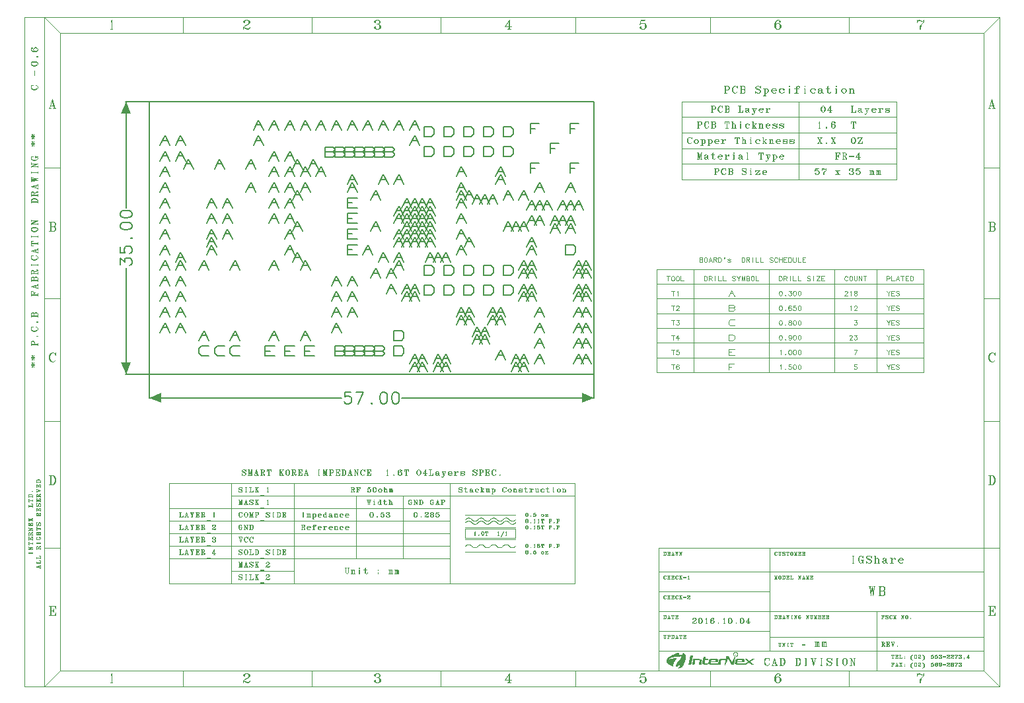
<source format=gbr>
%MOMM*%
%FSLAX33Y33*%
%ADD10C,0.203200*%
%ADD12C,0.152400*%
%ADD183C,0.091440*%
%ADD184C,0.121920*%
%ADD185C,0.025000*%
%ADD186C,0.020320*%
%ADD188C,0.020070*%
%ADD189C,0.020000*%
G90*G71*G01*D02*G54D10*X000000Y000000D02*X057000Y000000D01*X057000Y035000D01*
X000000Y035000D01*X000000Y000000D01*X007635Y003635D02*X006683Y003635D01*
X006365Y003318D01*X006365Y002683D01*X006683Y002365D01*X007635Y002365D01*
X009635Y003635D02*X008683Y003635D01*X008365Y003318D01*X008365Y002683D01*
X008683Y002365D01*X009635Y002365D01*X011635Y003635D02*X010683Y003635D01*
X010365Y003318D01*X010365Y002683D01*X010683Y002365D01*X011635Y002365D01*
X016095Y003635D02*X014825Y003635D01*X014825Y002365D01*X016095Y002365D01*
X014825Y003000D02*X015460Y003000D01*X018635Y003635D02*X017365Y003635D01*
X017365Y002365D01*X018635Y002365D01*X017365Y003000D02*X018000Y003000D01*
X021175Y003635D02*X019905Y003635D01*X019905Y002365D01*X021175Y002365D01*
X019905Y003000D02*X020540Y003000D01*X025095Y003635D02*X025095Y002365D01*
X025095Y003635D02*X026111Y003635D01*X026365Y003381D01*X026365Y003254D01*
X026111Y003000D01*X025095Y003000D01*X026111Y003000D02*X026365Y002746D01*
X026365Y002619D01*X026111Y002365D01*X025095Y002365D01*X023825Y003635D02*
X023825Y002365D01*X023825Y003635D02*X024841Y003635D01*X025095Y003381D01*
X025095Y003254D01*X024841Y003000D01*X023825Y003000D01*X024841Y003000D02*
X025095Y002746D01*X025095Y002619D01*X024841Y002365D01*X023825Y002365D01*
X028905Y003635D02*X028905Y002365D01*X028905Y003635D02*X029921Y003635D01*
X030175Y003381D01*X030175Y003254D01*X029921Y003000D01*X028905Y003000D01*
X029921Y003000D02*X030175Y002746D01*X030175Y002619D01*X029921Y002365D01*
X028905Y002365D01*X027635Y003635D02*X027635Y002365D01*X027635Y003635D02*
X028651Y003635D01*X028905Y003381D01*X028905Y003254D01*X028651Y003000D01*
X027635Y003000D01*X028651Y003000D02*X028905Y002746D01*X028905Y002619D01*
X028651Y002365D01*X027635Y002365D01*X026365Y003635D02*X026365Y002365D01*
X026365Y003635D02*X027381Y003635D01*X027635Y003381D01*X027635Y003254D01*
X027381Y003000D01*X026365Y003000D01*X027381Y003000D02*X027635Y002746D01*
X027635Y002619D01*X027381Y002365D01*X026365Y002365D01*X031365Y002365D02*
X031365Y003635D01*X032318Y003635D01*X032635Y003318D01*X032635Y002683D01*
X032318Y002365D01*X031365Y002365D01*X031365Y004365D02*X031365Y005635D01*
X032318Y005635D01*X032635Y005318D01*X032635Y004683D01*X032318Y004365D01*
X031365Y004365D01*X045365Y010165D02*X045365Y011435D01*X046318Y011435D01*
X046635Y011118D01*X046635Y010483D01*X046318Y010165D01*X045365Y010165D01*
X042825Y010165D02*X042825Y011435D01*X043778Y011435D01*X044095Y011118D01*
X044095Y010483D01*X043778Y010165D01*X042825Y010165D01*X040285Y010165D02*
X040285Y011435D01*X041238Y011435D01*X041555Y011118D01*X041555Y010483D01*
X041238Y010165D01*X040285Y010165D01*X037745Y010165D02*X037745Y011435D01*
X038698Y011435D01*X039015Y011118D01*X039015Y010483D01*X038698Y010165D01*
X037745Y010165D01*X035205Y010165D02*X035205Y011435D01*X036158Y011435D01*
X036475Y011118D01*X036475Y010483D01*X036158Y010165D01*X035205Y010165D01*
X037745Y012705D02*X037745Y013975D01*X038698Y013975D01*X039015Y013658D01*
X039015Y013023D01*X038698Y012705D01*X037745Y012705D01*X035205Y012705D02*
X035205Y013975D01*X036158Y013975D01*X036475Y013658D01*X036475Y013023D01*
X036158Y012705D01*X035205Y012705D01*X040285Y012705D02*X040285Y013975D01*
X041238Y013975D01*X041555Y013658D01*X041555Y013023D01*X041238Y012705D01*
X040285Y012705D01*X045365Y012705D02*X045365Y013975D01*X046318Y013975D01*
X046635Y013658D01*X046635Y013023D01*X046318Y012705D01*X045365Y012705D01*
X042825Y012705D02*X042825Y013975D01*X043778Y013975D01*X044095Y013658D01*
X044095Y013023D01*X043778Y012705D01*X042825Y012705D01*X053365Y015365D02*
X053365Y016635D01*X054318Y016635D01*X054635Y016317D01*X054635Y015683D01*
X054318Y015365D01*X053365Y015365D01*X026635Y016635D02*X025365Y016635D01*
X025365Y015365D01*X026635Y015365D01*X025365Y016000D02*X026000Y016000D01*
X026635Y018635D02*X025365Y018635D01*X025365Y017365D01*X026635Y017365D01*
X025365Y018000D02*X026000Y018000D01*X026635Y020635D02*X025365Y020635D01*
X025365Y019365D01*X026635Y019365D01*X025365Y020000D02*X026000Y020000D01*
X026635Y022635D02*X025365Y022635D01*X025365Y021365D01*X026635Y021365D01*
X025365Y022000D02*X026000Y022000D01*X049968Y027095D02*X048825Y027095D01*
X048825Y025825D01*X048825Y026460D02*X049460Y026460D01*X055048Y027095D02*
X053905Y027095D01*X053905Y025825D01*X053905Y026460D02*X054540Y026460D01*
X052508Y029635D02*X051365Y029635D01*X051365Y028365D01*X051365Y029000D02*
X052000Y029000D01*X045365Y027945D02*X045365Y029215D01*X046318Y029215D01*
X046635Y028898D01*X046635Y028263D01*X046318Y027945D01*X045365Y027945D01*
X042825Y027945D02*X042825Y029215D01*X043778Y029215D01*X044095Y028898D01*
X044095Y028263D01*X043778Y027945D01*X042825Y027945D01*X040285Y027945D02*
X040285Y029215D01*X041238Y029215D01*X041555Y028898D01*X041555Y028263D01*
X041238Y027945D01*X040285Y027945D01*X037745Y027945D02*X037745Y029215D01*
X038698Y029215D01*X039015Y028898D01*X039015Y028263D01*X038698Y027945D01*
X037745Y027945D01*X035205Y027945D02*X035205Y029215D01*X036158Y029215D01*
X036475Y028898D01*X036475Y028263D01*X036158Y027945D01*X035205Y027945D01*
X028905Y029135D02*X028905Y027865D01*X028905Y029135D02*X029921Y029135D01*
X030175Y028881D01*X030175Y028754D01*X029921Y028500D01*X028905Y028500D01*
X029921Y028500D02*X030175Y028246D01*X030175Y028119D01*X029921Y027865D01*
X028905Y027865D01*X030175Y029135D02*X030175Y027865D01*X030175Y029135D02*
X031191Y029135D01*X031445Y028881D01*X031445Y028754D01*X031191Y028500D01*
X030175Y028500D01*X031191Y028500D02*X031445Y028246D01*X031445Y028119D01*
X031191Y027865D01*X030175Y027865D01*X025095Y029135D02*X025095Y027865D01*
X025095Y029135D02*X026111Y029135D01*X026365Y028881D01*X026365Y028754D01*
X026111Y028500D01*X025095Y028500D01*X026111Y028500D02*X026365Y028246D01*
X026365Y028119D01*X026111Y027865D01*X025095Y027865D01*X026365Y029135D02*
X026365Y027865D01*X026365Y029135D02*X027381Y029135D01*X027635Y028881D01*
X027635Y028754D01*X027381Y028500D01*X026365Y028500D01*X027381Y028500D02*
X027635Y028246D01*X027635Y028119D01*X027381Y027865D01*X026365Y027865D01*
X027635Y029135D02*X027635Y027865D01*X027635Y029135D02*X028651Y029135D01*
X028905Y028881D01*X028905Y028754D01*X028651Y028500D01*X027635Y028500D01*
X028651Y028500D02*X028905Y028246D01*X028905Y028119D01*X028651Y027865D01*
X027635Y027865D01*X022555Y029135D02*X022555Y027865D01*X022555Y029135D02*
X023571Y029135D01*X023825Y028881D01*X023825Y028754D01*X023571Y028500D01*
X022555Y028500D01*X023571Y028500D02*X023825Y028246D01*X023825Y028119D01*
X023571Y027865D01*X022555Y027865D01*X023825Y029135D02*X023825Y027865D01*
X023825Y029135D02*X024841Y029135D01*X025095Y028881D01*X025095Y028754D01*
X024841Y028500D01*X023825Y028500D01*X024841Y028500D02*X025095Y028246D01*
X025095Y028119D01*X024841Y027865D01*X023825Y027865D01*X037745Y030485D02*
X037745Y031755D01*X038698Y031755D01*X039015Y031438D01*X039015Y030803D01*
X038698Y030485D01*X037745Y030485D01*X035205Y030485D02*X035205Y031755D01*
X036158Y031755D01*X036475Y031438D01*X036475Y030803D01*X036158Y030485D01*
X035205Y030485D01*X040285Y030485D02*X040285Y031755D01*X041238Y031755D01*
X041555Y031438D01*X041555Y030803D01*X041238Y030485D01*X040285Y030485D01*
X045365Y030485D02*X045365Y031755D01*X046318Y031755D01*X046635Y031438D01*
X046635Y030803D01*X046318Y030485D01*X045365Y030485D01*X042825Y030485D02*
X042825Y031755D01*X043778Y031755D01*X044095Y031438D01*X044095Y030803D01*
X043778Y030485D01*X042825Y030485D01*X049968Y032175D02*X048825Y032175D01*
X048825Y030905D01*X048825Y031540D02*X049460Y031540D01*X055048Y032175D02*
X053905Y032175D01*X053905Y030905D01*X053905Y031540D02*X054540Y031540D01*
X036365Y001365D02*X037000Y002635D01*X037635Y001365D01*X036683Y002000D02*
X037318Y002000D01*X036365Y000365D02*X037000Y001635D01*X037635Y000365D01*
X036683Y001000D02*X037318Y001000D01*X037365Y001365D02*X038000Y002635D01*
X038635Y001365D01*X037683Y002000D02*X038318Y002000D01*X037365Y000365D02*
X038000Y001635D01*X038635Y000365D01*X037683Y001000D02*X038318Y001000D01*
X033365Y001365D02*X034000Y002635D01*X034635Y001365D01*X033683Y002000D02*
X034318Y002000D01*X033365Y000365D02*X034000Y001635D01*X034635Y000365D01*
X033683Y001000D02*X034318Y001000D01*X034365Y001365D02*X035000Y002635D01*
X035635Y001365D01*X034683Y002000D02*X035318Y002000D01*X034365Y000365D02*
X035000Y001635D01*X035635Y000365D01*X034683Y001000D02*X035318Y001000D01*
X044365Y001865D02*X045000Y003135D01*X045635Y001865D01*X044683Y002500D02*
X045318Y002500D01*X049365Y001365D02*X050000Y002635D01*X050635Y001365D01*
X049683Y002000D02*X050318Y002000D01*X046365Y001365D02*X047000Y002635D01*
X047635Y001365D01*X046683Y002000D02*X047318Y002000D01*X046365Y000365D02*
X047000Y001635D01*X047635Y000365D01*X046683Y001000D02*X047318Y001000D01*
X047365Y001365D02*X048000Y002635D01*X048635Y001365D01*X047683Y002000D02*
X048318Y002000D01*X047365Y000365D02*X048000Y001635D01*X048635Y000365D01*
X047683Y001000D02*X048318Y001000D01*X054365Y001365D02*X055000Y002635D01*
X055635Y001365D01*X054683Y002000D02*X055318Y002000D01*X055365Y001365D02*
X056000Y002635D01*X056635Y001365D01*X055683Y002000D02*X056318Y002000D01*
X054365Y003365D02*X055000Y004635D01*X055635Y003365D01*X054683Y004000D02*
X055318Y004000D01*X055365Y003365D02*X056000Y004635D01*X056635Y003365D01*
X055683Y004000D02*X056318Y004000D01*X049365Y003365D02*X050000Y004635D01*
X050635Y003365D01*X049683Y004000D02*X050318Y004000D01*X042365Y004865D02*
X043000Y006135D01*X043635Y004865D01*X042683Y005500D02*X043318Y005500D01*
X042365Y003865D02*X043000Y005135D01*X043635Y003865D01*X042683Y004500D02*
X043318Y004500D01*X041365Y003865D02*X042000Y005135D01*X042635Y003865D01*
X041683Y004500D02*X042318Y004500D01*X041365Y004865D02*X042000Y006135D01*
X042635Y004865D01*X041683Y005500D02*X042318Y005500D01*X019365Y004365D02*
X020000Y005635D01*X020635Y004365D01*X019683Y005000D02*X020318Y005000D01*
X015365Y004365D02*X016000Y005635D01*X016635Y004365D01*X015683Y005000D02*
X016317Y005000D01*X010365Y004365D02*X011000Y005635D01*X011635Y004365D01*
X010683Y005000D02*X011318Y005000D01*X006365Y004365D02*X007000Y005635D01*
X007635Y004365D01*X006683Y005000D02*X007318Y005000D01*X003365Y005365D02*
X004000Y006635D01*X004635Y005365D01*X003683Y006000D02*X004318Y006000D01*
X001365Y005365D02*X002000Y006635D01*X002635Y005365D01*X001683Y006000D02*
X002318Y006000D01*X003365Y007365D02*X004000Y008635D01*X004635Y007365D01*
X003683Y008000D02*X004318Y008000D01*X001365Y007365D02*X002000Y008635D01*
X002635Y007365D01*X001683Y008000D02*X002318Y008000D01*X023365Y007365D02*
X024000Y008635D01*X024635Y007365D01*X023683Y008000D02*X024318Y008000D01*
X023365Y005365D02*X024000Y006635D01*X024635Y005365D01*X023683Y006000D02*
X024318Y006000D01*X025365Y007365D02*X026000Y008635D01*X026635Y007365D01*
X025683Y008000D02*X026318Y008000D01*X040365Y006365D02*X041000Y007635D01*
X041635Y006365D01*X040683Y007000D02*X041318Y007000D01*X039365Y006365D02*
X040000Y007635D01*X040635Y006365D01*X039683Y007000D02*X040318Y007000D01*
X039365Y007365D02*X040000Y008635D01*X040635Y007365D01*X039683Y008000D02*
X040318Y008000D01*X040365Y007365D02*X041000Y008635D01*X041635Y007365D01*
X040683Y008000D02*X041318Y008000D01*X044365Y007365D02*X045000Y008635D01*
X045635Y007365D01*X044683Y008000D02*X045318Y008000D01*X044365Y006365D02*
X045000Y007635D01*X045635Y006365D01*X044683Y007000D02*X045318Y007000D01*
X043365Y006365D02*X044000Y007635D01*X044635Y006365D01*X043683Y007000D02*
X044318Y007000D01*X043365Y007365D02*X044000Y008635D01*X044635Y007365D01*
X043683Y008000D02*X044318Y008000D01*X049365Y005365D02*X050000Y006635D01*
X050635Y005365D01*X049683Y006000D02*X050318Y006000D01*X049365Y007365D02*
X050000Y008635D01*X050635Y007365D01*X049683Y008000D02*X050318Y008000D01*
X054365Y007365D02*X055000Y008635D01*X055635Y007365D01*X054683Y008000D02*
X055318Y008000D01*X055365Y007365D02*X056000Y008635D01*X056635Y007365D01*
X055683Y008000D02*X056318Y008000D01*X054365Y005365D02*X055000Y006635D01*
X055635Y005365D01*X054683Y006000D02*X055318Y006000D01*X055365Y005365D02*
X056000Y006635D01*X056635Y005365D01*X055683Y006000D02*X056318Y006000D01*
X054365Y009365D02*X055000Y010635D01*X055635Y009365D01*X054683Y010000D02*
X055318Y010000D01*X055365Y009365D02*X056000Y010635D01*X056635Y009365D01*
X055683Y010000D02*X056318Y010000D01*X054365Y010365D02*X055000Y011635D01*
X055635Y010365D01*X054683Y011000D02*X055318Y011000D01*X055365Y010365D02*
X056000Y011635D01*X056635Y010365D01*X055683Y011000D02*X056318Y011000D01*
X048365Y009365D02*X049000Y010635D01*X049635Y009365D01*X048683Y010000D02*
X049318Y010000D01*X047365Y009365D02*X048000Y010635D01*X048635Y009365D01*
X047683Y010000D02*X048318Y010000D01*X048365Y010365D02*X049000Y011635D01*
X049635Y010365D01*X048683Y011000D02*X049318Y011000D01*X047365Y010365D02*
X048000Y011635D01*X048635Y010365D01*X047683Y011000D02*X048318Y011000D01*
X033365Y009365D02*X034000Y010635D01*X034635Y009365D01*X033683Y010000D02*
X034318Y010000D01*X033365Y010365D02*X034000Y011635D01*X034635Y010365D01*
X033683Y011000D02*X034318Y011000D01*X032365Y009365D02*X033000Y010635D01*
X033635Y009365D01*X032682Y010000D02*X033318Y010000D01*X032365Y010365D02*
X033000Y011635D01*X033635Y010365D01*X032682Y011000D02*X033318Y011000D01*
X030365Y010365D02*X031000Y011635D01*X031635Y010365D01*X030683Y011000D02*
X031318Y011000D01*X025365Y009365D02*X026000Y010635D01*X026635Y009365D01*
X025683Y010000D02*X026318Y010000D01*X023365Y009365D02*X024000Y010635D01*
X024635Y009365D01*X023683Y010000D02*X024318Y010000D01*X003365Y009365D02*
X004000Y010635D01*X004635Y009365D01*X003683Y010000D02*X004318Y010000D01*
X001365Y009365D02*X002000Y010635D01*X002635Y009365D01*X001683Y010000D02*
X002318Y010000D01*X003365Y011365D02*X004000Y012635D01*X004635Y011365D01*
X003683Y012000D02*X004318Y012000D01*X001365Y011365D02*X002000Y012635D01*
X002635Y011365D01*X001683Y012000D02*X002318Y012000D01*X001365Y013365D02*
X002000Y014635D01*X002635Y013365D01*X001683Y014000D02*X002318Y014000D01*
X003365Y013365D02*X004000Y014635D01*X004635Y013365D01*X003683Y014000D02*
X004318Y014000D01*X006365Y013365D02*X007000Y014635D01*X007635Y013365D01*
X006683Y014000D02*X007318Y014000D01*X010365Y013365D02*X011000Y014635D01*
X011635Y013365D01*X010683Y014000D02*X011318Y014000D01*X015365Y013365D02*
X016000Y014635D01*X016635Y013365D01*X015683Y014000D02*X016317Y014000D01*
X019365Y013365D02*X020000Y014635D01*X020635Y013365D01*X019683Y014000D02*
X020318Y014000D01*X023365Y011365D02*X024000Y012635D01*X024635Y011365D01*
X023683Y012000D02*X024318Y012000D01*X028365Y012365D02*X029000Y013635D01*
X029635Y012365D01*X028683Y013000D02*X029318Y013000D01*X025365Y011365D02*
X026000Y012635D01*X026635Y011365D01*X025683Y012000D02*X026318Y012000D01*
X031365Y013365D02*X032000Y014635D01*X032635Y013365D01*X031683Y014000D02*
X032318Y014000D01*X030365Y012365D02*X031000Y013635D01*X031635Y012365D01*
X030683Y013000D02*X031318Y013000D01*X048365Y012365D02*X049000Y013635D01*
X049635Y012365D01*X048683Y013000D02*X049318Y013000D01*X047365Y012365D02*
X048000Y013635D01*X048635Y012365D01*X047683Y013000D02*X048318Y013000D01*
X048365Y013365D02*X049000Y014635D01*X049635Y013365D01*X048683Y014000D02*
X049318Y014000D01*X047365Y013365D02*X048000Y014635D01*X048635Y013365D01*
X047683Y014000D02*X048318Y014000D01*X054365Y012365D02*X055000Y013635D01*
X055635Y012365D01*X054683Y013000D02*X055318Y013000D01*X055365Y012365D02*
X056000Y013635D01*X056635Y012365D01*X055683Y013000D02*X056318Y013000D01*
X054365Y013365D02*X055000Y014635D01*X055635Y013365D01*X054683Y014000D02*
X055318Y014000D01*X055365Y013365D02*X056000Y014635D01*X056635Y013365D01*
X055683Y014000D02*X056318Y014000D01*X048365Y016365D02*X049000Y017635D01*
X049635Y016365D01*X048683Y017000D02*X049318Y017000D01*X048365Y015365D02*
X049000Y016635D01*X049635Y015365D01*X048683Y016000D02*X049318Y016000D01*
X039365Y015365D02*X040000Y016635D01*X040635Y015365D01*X039683Y016000D02*
X040318Y016000D01*X040365Y016365D02*X041000Y017635D01*X041635Y016365D01*
X040683Y017000D02*X041318Y017000D01*X037365Y014365D02*X038000Y015635D01*
X038635Y014365D01*X037683Y015000D02*X038318Y015000D01*X035365Y016365D02*
X036000Y017635D01*X036635Y016365D01*X035683Y017000D02*X036318Y017000D01*
X034365Y016365D02*X035000Y017635D01*X035635Y016365D01*X034683Y017000D02*
X035318Y017000D01*X033365Y016365D02*X034000Y017635D01*X034635Y016365D01*
X033683Y017000D02*X034318Y017000D01*X036365Y014365D02*X037000Y015635D01*
X037635Y014365D01*X036683Y015000D02*X037318Y015000D01*X035365Y014365D02*
X036000Y015635D01*X036635Y014365D01*X035683Y015000D02*X036318Y015000D01*
X031365Y014365D02*X032000Y015635D01*X032635Y014365D01*X031683Y015000D02*
X032318Y015000D01*X032365Y016365D02*X033000Y017635D01*X033635Y016365D01*
X032682Y017000D02*X033318Y017000D01*X031365Y016365D02*X032000Y017635D01*
X032635Y016365D01*X031683Y017000D02*X032318Y017000D01*X029365Y014365D02*
X030000Y015635D01*X030635Y014365D01*X029683Y015000D02*X030318Y015000D01*
X027365Y015365D02*X028000Y016635D01*X028635Y015365D01*X027683Y016000D02*
X028318Y016000D01*X017365Y015365D02*X018000Y016635D01*X018635Y015365D01*
X017683Y016000D02*X018318Y016000D01*X018365Y014365D02*X019000Y015635D01*
X019635Y014365D01*X018683Y015000D02*X019318Y015000D01*X007365Y016365D02*
X008000Y017635D01*X008635Y016365D01*X007683Y017000D02*X008318Y017000D01*
X007365Y015365D02*X008000Y016635D01*X008635Y015365D01*X007683Y016000D02*
X008318Y016000D01*X003365Y014365D02*X004000Y015635D01*X004635Y014365D01*
X003683Y015000D02*X004318Y015000D01*X001365Y015365D02*X002000Y016635D01*
X002635Y015365D01*X001683Y016000D02*X002318Y016000D01*X001365Y017365D02*
X002000Y018635D01*X002635Y017365D01*X001683Y018000D02*X002318Y018000D01*
X001365Y019365D02*X002000Y020635D01*X002635Y019365D01*X001683Y020000D02*
X002318Y020000D01*X007365Y019365D02*X008000Y020635D01*X008635Y019365D01*
X007683Y020000D02*X008318Y020000D01*X007365Y017365D02*X008000Y018635D01*
X008635Y017365D01*X007683Y018000D02*X008318Y018000D01*X009365Y019365D02*
X010000Y020635D01*X010635Y019365D01*X009683Y020000D02*X010318Y020000D01*
X009365Y017365D02*X010000Y018635D01*X010635Y017365D01*X009683Y018000D02*
X010318Y018000D01*X015365Y019365D02*X016000Y020635D01*X016635Y019365D01*
X015683Y020000D02*X016317Y020000D01*X017365Y017365D02*X018000Y018635D01*
X018635Y017365D01*X017683Y018000D02*X018318Y018000D01*X018365Y018365D02*
X019000Y019635D01*X019635Y018365D01*X018683Y019000D02*X019318Y019000D01*
X017365Y019365D02*X018000Y020635D01*X018635Y019365D01*X017683Y020000D02*
X018318Y020000D01*X028365Y018365D02*X029000Y019635D01*X029635Y018365D01*
X028683Y019000D02*X029318Y019000D01*X032365Y017365D02*X033000Y018635D01*
X033635Y017365D01*X032682Y018000D02*X033318Y018000D01*X031365Y017365D02*
X032000Y018635D01*X032635Y017365D01*X031683Y018000D02*X032318Y018000D01*
X032365Y019365D02*X033000Y020635D01*X033635Y019365D01*X032682Y020000D02*
X033318Y020000D01*X031365Y019365D02*X032000Y020635D01*X032635Y019365D01*
X031683Y020000D02*X032318Y020000D01*X032365Y018365D02*X033000Y019635D01*
X033635Y018365D01*X032682Y019000D02*X033318Y019000D01*X034365Y019365D02*
X035000Y020635D01*X035635Y019365D01*X034683Y020000D02*X035318Y020000D01*
X034365Y018365D02*X035000Y019635D01*X035635Y018365D01*X034683Y019000D02*
X035318Y019000D01*X034365Y017365D02*X035000Y018635D01*X035635Y017365D01*
X034683Y018000D02*X035318Y018000D01*X033365Y018365D02*X034000Y019635D01*
X034635Y018365D01*X033683Y019000D02*X034318Y019000D01*X033365Y017365D02*
X034000Y018635D01*X034635Y017365D01*X033683Y018000D02*X034318Y018000D01*
X033365Y019365D02*X034000Y020635D01*X034635Y019365D01*X033683Y020000D02*
X034318Y020000D01*X035365Y019365D02*X036000Y020635D01*X036635Y019365D01*
X035683Y020000D02*X036318Y020000D01*X035365Y018365D02*X036000Y019635D01*
X036635Y018365D01*X035683Y019000D02*X036318Y019000D01*X035365Y017365D02*
X036000Y018635D01*X036635Y017365D01*X035683Y018000D02*X036318Y018000D01*
X039365Y017365D02*X040000Y018635D01*X040635Y017365D01*X039683Y018000D02*
X040318Y018000D01*X039365Y019365D02*X040000Y020635D01*X040635Y019365D01*
X039683Y020000D02*X040318Y020000D01*X045365Y018365D02*X046000Y019635D01*
X046635Y018365D01*X045683Y019000D02*X046318Y019000D01*X048365Y019115D02*
X049000Y020385D01*X049635Y019115D01*X048683Y019750D02*X049318Y019750D01*
X049365Y019115D02*X050000Y020385D01*X050635Y019115D01*X049683Y019750D02*
X050318Y019750D01*X047365Y018365D02*X048000Y019635D01*X048635Y018365D01*
X047683Y019000D02*X048318Y019000D01*X046365Y018365D02*X047000Y019635D01*
X047635Y018365D01*X046683Y019000D02*X047318Y019000D01*X051365Y018115D02*
X052000Y019385D01*X052635Y018115D01*X051683Y018750D02*X052318Y018750D01*
X053365Y018115D02*X054000Y019385D01*X054635Y018115D01*X053683Y018750D02*
X054318Y018750D01*X051365Y019115D02*X052000Y020385D01*X052635Y019115D01*
X051683Y019750D02*X052318Y019750D01*X052365Y019115D02*X053000Y020385D01*
X053635Y019115D01*X052683Y019750D02*X053318Y019750D01*X053365Y019115D02*
X054000Y020385D01*X054635Y019115D01*X053683Y019750D02*X054318Y019750D01*
X054365Y021115D02*X055000Y022385D01*X055635Y021115D01*X054683Y021750D02*
X055318Y021750D01*X052365Y021115D02*X053000Y022385D01*X053635Y021115D01*
X052683Y021750D02*X053318Y021750D01*X053365Y021115D02*X054000Y022385D01*
X054635Y021115D01*X053683Y021750D02*X054318Y021750D01*X050365Y021115D02*
X051000Y022385D01*X051635Y021115D01*X050683Y021750D02*X051318Y021750D01*
X049365Y021115D02*X050000Y022385D01*X050635Y021115D01*X049683Y021750D02*
X050318Y021750D01*X048365Y021115D02*X049000Y022385D01*X049635Y021115D01*
X048683Y021750D02*X049318Y021750D01*X042365Y021865D02*X043000Y023135D01*
X043635Y021865D01*X042683Y022500D02*X043318Y022500D01*X043365Y021865D02*
X044000Y023135D01*X044635Y021865D01*X043683Y022500D02*X044318Y022500D01*
X041365Y021865D02*X042000Y023135D01*X042635Y021865D01*X041683Y022500D02*
X042318Y022500D01*X039365Y021365D02*X040000Y022635D01*X040635Y021365D01*
X039683Y022000D02*X040318Y022000D01*X035365Y020365D02*X036000Y021635D01*
X036635Y020365D01*X035683Y021000D02*X036318Y021000D01*X034365Y021365D02*
X035000Y022635D01*X035635Y021365D01*X034683Y022000D02*X035318Y022000D01*
X034365Y020365D02*X035000Y021635D01*X035635Y020365D01*X034683Y021000D02*
X035318Y021000D01*X033365Y021365D02*X034000Y022635D01*X034635Y021365D01*
X033683Y022000D02*X034318Y022000D01*X033365Y020365D02*X034000Y021635D01*
X034635Y020365D01*X033683Y021000D02*X034318Y021000D01*X035365Y021365D02*
X036000Y022635D01*X036635Y021365D01*X035683Y022000D02*X036318Y022000D01*
X032365Y020365D02*X033000Y021635D01*X033635Y020365D01*X032682Y021000D02*
X033318Y021000D01*X031365Y020365D02*X032000Y021635D01*X032635Y020365D01*
X031683Y021000D02*X032318Y021000D01*X032365Y021365D02*X033000Y022635D01*
X033635Y021365D01*X032682Y022000D02*X033318Y022000D01*X017365Y021365D02*
X018000Y022635D01*X018635Y021365D01*X017683Y022000D02*X018318Y022000D01*
X015365Y021365D02*X016000Y022635D01*X016635Y021365D01*X015683Y022000D02*
X016317Y022000D01*X009365Y021365D02*X010000Y022635D01*X010635Y021365D01*
X009683Y022000D02*X010318Y022000D01*X007365Y021365D02*X008000Y022635D01*
X008635Y021365D01*X007683Y022000D02*X008318Y022000D01*X001365Y021365D02*
X002000Y022635D01*X002635Y021365D01*X001683Y022000D02*X002318Y022000D01*
X001365Y023365D02*X002000Y024635D01*X002635Y023365D01*X001683Y024000D02*
X002318Y024000D01*X012365Y023365D02*X013000Y024635D01*X013635Y023365D01*
X012683Y024000D02*X013318Y024000D01*X015365Y023365D02*X016000Y024635D01*
X016635Y023365D01*X015683Y024000D02*X016317Y024000D01*X018365Y022365D02*
X019000Y023635D01*X019635Y022365D01*X018683Y023000D02*X019318Y023000D01*
X017365Y023365D02*X018000Y024635D01*X018635Y023365D01*X017683Y024000D02*
X018318Y024000D01*X019365Y023365D02*X020000Y024635D01*X020635Y023365D01*
X019683Y024000D02*X020318Y024000D01*X025365Y024365D02*X026000Y025635D01*
X026635Y024365D01*X025683Y025000D02*X026318Y025000D01*X025365Y023365D02*
X026000Y024635D01*X026635Y023365D01*X025683Y024000D02*X026318Y024000D01*
X028365Y022365D02*X029000Y023635D01*X029635Y022365D01*X028683Y023000D02*
X029318Y023000D01*X031365Y024365D02*X032000Y025635D01*X032635Y024365D01*
X031683Y025000D02*X032318Y025000D01*X029365Y024365D02*X030000Y025635D01*
X030635Y024365D01*X029683Y025000D02*X030318Y025000D01*X040365Y022365D02*
X041000Y023635D01*X041635Y022365D01*X040683Y023000D02*X041318Y023000D01*
X039365Y023365D02*X040000Y024635D01*X040635Y023365D01*X039683Y024000D02*
X040318Y024000D01*X039365Y022365D02*X040000Y023635D01*X040635Y022365D01*
X039683Y023000D02*X040318Y023000D01*X044365Y024365D02*X045000Y025635D01*
X045635Y024365D01*X044683Y025000D02*X045318Y025000D01*X045365Y022365D02*
X046000Y023635D01*X046635Y022365D01*X045683Y023000D02*X046318Y023000D01*
X047365Y022365D02*X048000Y023635D01*X048635Y022365D01*X047683Y023000D02*
X048318Y023000D01*X049365Y023365D02*X050000Y024635D01*X050635Y023365D01*
X049683Y024000D02*X050318Y024000D01*X053365Y023365D02*X054000Y024635D01*
X054635Y023365D01*X053683Y024000D02*X054318Y024000D01*X044365Y025365D02*
X045000Y026635D01*X045635Y025365D01*X044683Y026000D02*X045318Y026000D01*
X039365Y025365D02*X040000Y026635D01*X040635Y025365D01*X039683Y026000D02*
X040318Y026000D01*X021365Y025365D02*X022000Y026635D01*X022635Y025365D01*
X021683Y026000D02*X022318Y026000D01*X018365Y026365D02*X019000Y027635D01*
X019635Y026365D01*X018683Y027000D02*X019318Y027000D01*X017365Y025365D02*
X018000Y026635D01*X018635Y025365D01*X017683Y026000D02*X018318Y026000D01*
X017365Y027365D02*X018000Y028635D01*X018635Y027365D01*X017683Y028000D02*
X018318Y028000D01*X019365Y025365D02*X020000Y026635D01*X020635Y025365D01*
X019683Y026000D02*X020318Y026000D01*X020365Y026365D02*X021000Y027635D01*
X021635Y026365D01*X020683Y027000D02*X021318Y027000D01*X015365Y025365D02*
X016000Y026635D01*X016635Y025365D01*X015683Y026000D02*X016317Y026000D01*
X015365Y027365D02*X016000Y028635D01*X016635Y027365D01*X015683Y028000D02*
X016317Y028000D01*X012365Y026365D02*X013000Y027635D01*X013635Y026365D01*
X012683Y027000D02*X013318Y027000D01*X008365Y026365D02*X009000Y027635D01*
X009635Y026365D01*X008683Y027000D02*X009318Y027000D01*X004365Y026365D02*
X005000Y027635D01*X005635Y026365D01*X004683Y027000D02*X005318Y027000D01*
X001365Y025365D02*X002000Y026635D01*X002635Y025365D01*X001683Y026000D02*
X002318Y026000D01*X003365Y027365D02*X004000Y028635D01*X004635Y027365D01*
X003683Y028000D02*X004318Y028000D01*X001365Y027365D02*X002000Y028635D01*
X002635Y027365D01*X001683Y028000D02*X002318Y028000D01*X003365Y029365D02*
X004000Y030635D01*X004635Y029365D01*X003683Y030000D02*X004318Y030000D01*
X001365Y029365D02*X002000Y030635D01*X002635Y029365D01*X001683Y030000D02*
X002318Y030000D01*X013365Y029365D02*X014000Y030635D01*X014635Y029365D01*
X013683Y030000D02*X014318Y030000D01*X033365Y029365D02*X034000Y030635D01*
X034635Y029365D01*X033683Y030000D02*X034318Y030000D01*X033365Y031365D02*
X034000Y032635D01*X034635Y031365D01*X033683Y032000D02*X034318Y032000D01*
X029365Y031365D02*X030000Y032635D01*X030635Y031365D01*X029683Y032000D02*
X030318Y032000D01*X031365Y031365D02*X032000Y032635D01*X032635Y031365D01*
X031683Y032000D02*X032318Y032000D01*X027365Y031365D02*X028000Y032635D01*
X028635Y031365D01*X027683Y032000D02*X028318Y032000D01*X025365Y031365D02*
X026000Y032635D01*X026635Y031365D01*X025683Y032000D02*X026318Y032000D01*
X021365Y031365D02*X022000Y032635D01*X022635Y031365D01*X021683Y032000D02*
X022318Y032000D01*X023365Y031365D02*X024000Y032635D01*X024635Y031365D01*
X023683Y032000D02*X024318Y032000D01*X017365Y031365D02*X018000Y032635D01*
X018635Y031365D01*X017683Y032000D02*X018318Y032000D01*X019365Y031365D02*
X020000Y032635D01*X020635Y031365D01*X019683Y032000D02*X020318Y032000D01*
X015365Y031365D02*X016000Y032635D01*X016635Y031365D01*X015683Y032000D02*
X016317Y032000D01*X013365Y031365D02*X014000Y032635D01*X014635Y031365D01*
X013683Y032000D02*X014318Y032000D01*D02*G54D12*X-003739Y014095D02*
X-003739Y014868D01*X-003162Y014442D01*X-003162Y014660D01*X-003092Y014799D01*
X-003023Y014868D01*X-002815Y014947D01*X-002654Y014947D01*X-002446Y014868D01*
X-002307Y014729D01*X-002238Y014521D01*X-002238Y014303D01*X-002307Y014095D01*
X-002377Y014026D01*X-002515Y013957D01*X-003739Y016323D02*X-003739Y015619D01*
X-003092Y015550D01*X-003162Y015619D01*X-003231Y015827D01*X-003231Y016035D01*
X-003162Y016253D01*X-003023Y016392D01*X-002815Y016471D01*X-002654Y016471D01*
X-002446Y016392D01*X-002307Y016253D01*X-002238Y016035D01*X-002238Y015827D01*
X-002307Y015619D01*X-002377Y015550D01*X-002515Y015481D01*X-002377Y017490D02*
X-002307Y017450D01*X-002238Y017490D01*X-002307Y017530D01*X-002377Y017490D01*
X-003739Y018955D02*X-003670Y018737D01*X-003462Y018598D01*X-003092Y018529D01*
X-002885Y018529D01*X-002515Y018598D01*X-002307Y018737D01*X-002238Y018955D01*
X-002238Y019093D01*X-002307Y019301D01*X-002515Y019440D01*X-002885Y019519D01*
X-003092Y019519D01*X-003462Y019440D01*X-003670Y019301D01*X-003739Y019093D01*
X-003739Y018955D01*X-003739Y020479D02*X-003670Y020261D01*X-003462Y020122D01*
X-003092Y020053D01*X-002885Y020053D01*X-002515Y020122D01*X-002307Y020261D01*
X-002238Y020479D01*X-002238Y020617D01*X-002307Y020825D01*X-002515Y020964D01*
X-002885Y021043D01*X-003092Y021043D01*X-003462Y020964D01*X-003670Y020825D01*
X-003739Y020617D01*X-003739Y020479D01*X-000025Y000000D02*X-003025Y000000D01*
X-000025Y035000D02*X-003025Y035000D01*X-003000Y000000D02*X-003000Y013665D01*
X-003000Y035000D02*X-003000Y021335D01*X025799Y-002261D02*X025095Y-002261D01*
X025026Y-002908D01*X025095Y-002838D01*X025303Y-002769D01*X025511Y-002769D01*
X025729Y-002838D01*X025868Y-002977D01*X025947Y-003185D01*X025947Y-003346D01*
X025868Y-003554D01*X025729Y-003693D01*X025511Y-003762D01*X025303Y-003762D01*
X025095Y-003693D01*X025026Y-003623D01*X024957Y-003485D01*X026481Y-002261D02*
X027471Y-002261D01*X026758Y-003762D01*X028490Y-003623D02*X028450Y-003693D01*
X028490Y-003762D01*X028530Y-003693D01*X028490Y-003623D01*X029955Y-002261D02*
X029737Y-002330D01*X029598Y-002538D01*X029529Y-002908D01*X029529Y-003115D01*
X029598Y-003485D01*X029737Y-003693D01*X029955Y-003762D01*X030093Y-003762D01*
X030301Y-003693D01*X030440Y-003485D01*X030519Y-003115D01*X030519Y-002908D01*
X030440Y-002538D01*X030301Y-002330D01*X030093Y-002261D01*X029955Y-002261D01*
X031479Y-002261D02*X031261Y-002330D01*X031122Y-002538D01*X031053Y-002908D01*
X031053Y-003115D01*X031122Y-003485D01*X031261Y-003693D01*X031479Y-003762D01*
X031617Y-003762D01*X031825Y-003693D01*X031964Y-003485D01*X032043Y-003115D01*
X032043Y-002908D01*X031964Y-002538D01*X031825Y-002330D01*X031617Y-002261D01*
X031479Y-002261D01*X000000Y-000025D02*X000000Y-003025D01*X057000Y-000025D02*
X057000Y-003025D01*X000000Y-003000D02*X024665Y-003000D01*X057000Y-003000D02*
X032335Y-003000D01*X000000Y000000D02*D02*G54D183*X099200Y013500D02*
X065000Y013500D01*X070505Y014709D02*X070755Y014709D01*X070837Y014682D01*
X070864Y014655D01*X070895Y014600D01*X070895Y014509D01*X070864Y014455D01*
X070837Y014427D01*X070755Y014400D01*X070505Y014400D01*X070505Y015000D01*
X070755Y015000D01*X070837Y014964D01*X070864Y014936D01*X070895Y014882D01*
X070895Y014827D01*X070864Y014773D01*X070837Y014736D01*X070755Y014709D01*
X071249Y015000D02*X071203Y014964D01*X071152Y014909D01*X071128Y014855D01*
X071105Y014773D01*X071105Y014627D01*X071128Y014545D01*X071152Y014482D01*
X071203Y014427D01*X071249Y014400D01*X071347Y014400D01*X071394Y014427D01*
X071444Y014482D01*X071468Y014545D01*X071495Y014627D01*X071495Y014773D01*
X071468Y014855D01*X071444Y014909D01*X071394Y014964D01*X071347Y015000D01*
X071249Y015000D01*X071775Y014600D02*X072021Y014600D01*X071705Y014400D02*
X071896Y015000D01*X072095Y014400D01*X072305Y014400D02*X072305Y015000D01*
X072555Y015000D01*X072637Y014964D01*X072664Y014936D01*X072695Y014882D01*
X072695Y014827D01*X072664Y014773D01*X072637Y014736D01*X072555Y014709D01*
X072305Y014709D01*X072496Y014709D02*X072695Y014400D01*X072905Y015000D02*
X073100Y015000D01*X073182Y014964D01*X073237Y014909D01*X073264Y014855D01*
X073295Y014773D01*X073295Y014627D01*X073264Y014545D01*X073237Y014482D01*
X073182Y014427D01*X073100Y014400D01*X072905Y014400D01*X072905Y015000D01*
X073681Y014818D02*X073696Y014845D01*X073712Y014909D01*X073712Y014964D01*
X073696Y014991D01*X073681Y014964D01*X073696Y014936D01*X074495Y014709D02*
X074456Y014764D01*X074351Y014791D01*X074245Y014791D01*X074136Y014764D01*
X074105Y014709D01*X074136Y014655D01*X074210Y014627D01*X074386Y014600D01*
X074456Y014564D01*X074495Y014509D01*X074495Y014482D01*X074456Y014427D01*
X074351Y014400D01*X074245Y014400D01*X074136Y014427D01*X074105Y014482D01*
X075905Y015000D02*X076100Y015000D01*X076182Y014964D01*X076237Y014909D01*
X076264Y014855D01*X076295Y014773D01*X076295Y014627D01*X076264Y014545D01*
X076237Y014482D01*X076182Y014427D01*X076100Y014400D01*X075905Y014400D01*
X075905Y015000D01*X076505Y014400D02*X076505Y015000D01*X076755Y015000D01*
X076837Y014964D01*X076864Y014936D01*X076895Y014882D01*X076895Y014827D01*
X076864Y014773D01*X076837Y014736D01*X076755Y014709D01*X076505Y014709D01*
X076696Y014709D02*X076895Y014400D01*X077300Y015000D02*X077300Y014400D01*
X077705Y015000D02*X077705Y014400D01*X078095Y014400D01*X078305Y015000D02*
X078305Y014400D01*X078695Y014400D01*X079895Y014909D02*X079837Y014964D01*
X079755Y015000D01*X079642Y015000D01*X079560Y014964D01*X079505Y014909D01*
X079505Y014855D01*X079532Y014800D01*X079560Y014773D01*X079614Y014736D01*
X079782Y014682D01*X079837Y014655D01*X079864Y014627D01*X079895Y014573D01*
X079895Y014482D01*X079837Y014427D01*X079755Y014400D01*X079642Y014400D01*
X079560Y014427D01*X079505Y014482D01*X080495Y014855D02*X080468Y014909D01*
X080413Y014964D01*X080362Y015000D01*X080257Y015000D01*X080206Y014964D01*
X080156Y014909D01*X080128Y014855D01*X080105Y014773D01*X080105Y014627D01*
X080128Y014545D01*X080156Y014482D01*X080206Y014427D01*X080257Y014400D01*
X080362Y014400D01*X080413Y014427D01*X080468Y014482D01*X080495Y014545D01*
X080705Y014709D02*X081095Y014709D01*X081095Y015000D02*X081095Y014400D01*
X080705Y015000D02*X080705Y014400D01*X081695Y015000D02*X081305Y015000D01*
X081305Y014400D01*X081695Y014400D01*X081305Y014709D02*X081543Y014709D01*
X081905Y015000D02*X082100Y015000D01*X082182Y014964D01*X082237Y014909D01*
X082264Y014855D01*X082295Y014773D01*X082295Y014627D01*X082264Y014545D01*
X082237Y014482D01*X082182Y014427D01*X082100Y014400D01*X081905Y014400D01*
X081905Y015000D01*X082505Y015000D02*X082505Y014573D01*X082532Y014482D01*
X082587Y014427D01*X082673Y014400D01*X082727Y014400D01*X082809Y014427D01*
X082864Y014482D01*X082895Y014573D01*X082895Y015000D01*X083105Y015000D02*
X083105Y014400D01*X083495Y014400D01*X084095Y015000D02*X083705Y015000D01*
X083705Y014400D01*X084095Y014400D01*X083705Y014709D02*X083943Y014709D01*
X066305Y012600D02*X066695Y012600D01*X066500Y012600D02*X066500Y012000D01*
X067049Y012600D02*X067003Y012564D01*X066952Y012509D01*X066928Y012455D01*
X066905Y012373D01*X066905Y012227D01*X066928Y012145D01*X066952Y012082D01*
X067003Y012027D01*X067049Y012000D01*X067147Y012000D01*X067194Y012027D01*
X067244Y012082D01*X067268Y012145D01*X067295Y012227D01*X067295Y012373D01*
X067268Y012455D01*X067244Y012509D01*X067194Y012564D01*X067147Y012600D01*
X067049Y012600D01*X067649Y012600D02*X067603Y012564D01*X067552Y012509D01*
X067528Y012455D01*X067505Y012373D01*X067505Y012227D01*X067528Y012145D01*
X067552Y012082D01*X067603Y012027D01*X067649Y012000D01*X067747Y012000D01*
X067794Y012027D01*X067844Y012082D01*X067868Y012145D01*X067895Y012227D01*
X067895Y012373D01*X067868Y012455D01*X067844Y012509D01*X067794Y012564D01*
X067747Y012600D01*X067649Y012600D01*X068105Y012600D02*X068105Y012000D01*
X068495Y012000D01*X071105Y012600D02*X071300Y012600D01*X071382Y012564D01*
X071437Y012509D01*X071464Y012455D01*X071495Y012373D01*X071495Y012227D01*
X071464Y012145D01*X071437Y012082D01*X071382Y012027D01*X071300Y012000D01*
X071105Y012000D01*X071105Y012600D01*X071705Y012000D02*X071705Y012600D01*
X071955Y012600D01*X072037Y012564D01*X072064Y012536D01*X072095Y012482D01*
X072095Y012427D01*X072064Y012373D01*X072037Y012336D01*X071955Y012309D01*
X071705Y012309D01*X071896Y012309D02*X072095Y012000D01*X072500Y012600D02*
X072500Y012000D01*X072905Y012600D02*X072905Y012000D01*X073295Y012000D01*
X073505Y012600D02*X073505Y012000D01*X073895Y012000D01*X075095Y012509D02*
X075037Y012564D01*X074955Y012600D01*X074842Y012600D01*X074760Y012564D01*
X074705Y012509D01*X074705Y012455D01*X074732Y012400D01*X074760Y012373D01*
X074814Y012336D01*X074982Y012282D01*X075037Y012255D01*X075064Y012227D01*
X075095Y012173D01*X075095Y012082D01*X075037Y012027D01*X074955Y012000D01*
X074842Y012000D01*X074760Y012027D01*X074705Y012082D01*X075695Y012600D02*
X075500Y012309D01*X075305Y012600D02*X075500Y012309D01*X075500Y012000D01*
X075905Y012000D02*X075905Y012600D01*X076100Y012000D01*X076295Y012600D01*
X076295Y012000D01*X076505Y012309D02*X076755Y012309D01*X076837Y012282D01*
X076864Y012255D01*X076895Y012200D01*X076895Y012109D01*X076864Y012055D01*
X076837Y012027D01*X076755Y012000D01*X076505Y012000D01*X076505Y012600D01*
X076755Y012600D01*X076837Y012564D01*X076864Y012536D01*X076895Y012482D01*
X076895Y012427D01*X076864Y012373D01*X076837Y012336D01*X076755Y012309D01*
X077249Y012600D02*X077203Y012564D01*X077152Y012509D01*X077128Y012455D01*
X077105Y012373D01*X077105Y012227D01*X077128Y012145D01*X077152Y012082D01*
X077203Y012027D01*X077249Y012000D01*X077347Y012000D01*X077394Y012027D01*
X077444Y012082D01*X077468Y012145D01*X077495Y012227D01*X077495Y012373D01*
X077468Y012455D01*X077444Y012509D01*X077394Y012564D01*X077347Y012600D01*
X077249Y012600D01*X077705Y012600D02*X077705Y012000D01*X078095Y012000D01*
X080705Y012600D02*X080900Y012600D01*X080982Y012564D01*X081037Y012509D01*
X081064Y012455D01*X081095Y012373D01*X081095Y012227D01*X081064Y012145D01*
X081037Y012082D01*X080982Y012027D01*X080900Y012000D01*X080705Y012000D01*
X080705Y012600D01*X081305Y012000D02*X081305Y012600D01*X081555Y012600D01*
X081637Y012564D01*X081664Y012536D01*X081695Y012482D01*X081695Y012427D01*
X081664Y012373D01*X081637Y012336D01*X081555Y012309D01*X081305Y012309D01*
X081496Y012309D02*X081695Y012000D01*X082100Y012600D02*X082100Y012000D01*
X082505Y012600D02*X082505Y012000D01*X082895Y012000D01*X083105Y012600D02*
X083105Y012000D01*X083495Y012000D01*X084695Y012509D02*X084637Y012564D01*
X084555Y012600D01*X084442Y012600D01*X084360Y012564D01*X084305Y012509D01*
X084305Y012455D01*X084332Y012400D01*X084360Y012373D01*X084414Y012336D01*
X084582Y012282D01*X084637Y012255D01*X084664Y012227D01*X084695Y012173D01*
X084695Y012082D01*X084637Y012027D01*X084555Y012000D01*X084442Y012000D01*
X084360Y012027D01*X084305Y012082D01*X085100Y012600D02*X085100Y012000D01*
X085505Y012600D02*X085895Y012600D01*X085505Y012000D01*X085895Y012000D01*
X086495Y012600D02*X086105Y012600D01*X086105Y012000D01*X086495Y012000D01*
X086105Y012309D02*X086343Y012309D01*X089495Y012455D02*X089468Y012509D01*
X089413Y012564D01*X089362Y012600D01*X089257Y012600D01*X089206Y012564D01*
X089156Y012509D01*X089128Y012455D01*X089105Y012373D01*X089105Y012227D01*
X089128Y012145D01*X089156Y012082D01*X089206Y012027D01*X089257Y012000D01*
X089362Y012000D01*X089413Y012027D01*X089468Y012082D01*X089495Y012145D01*
X089849Y012600D02*X089803Y012564D01*X089752Y012509D01*X089728Y012455D01*
X089705Y012373D01*X089705Y012227D01*X089728Y012145D01*X089752Y012082D01*
X089803Y012027D01*X089849Y012000D01*X089947Y012000D01*X089994Y012027D01*
X090044Y012082D01*X090068Y012145D01*X090095Y012227D01*X090095Y012373D01*
X090068Y012455D01*X090044Y012509D01*X089994Y012564D01*X089947Y012600D01*
X089849Y012600D01*X090305Y012600D02*X090305Y012173D01*X090332Y012082D01*
X090387Y012027D01*X090473Y012000D01*X090527Y012000D01*X090609Y012027D01*
X090664Y012082D01*X090695Y012173D01*X090695Y012600D01*X090905Y012000D02*
X090905Y012600D01*X091295Y012000D01*X091295Y012600D01*X091505Y012600D02*
X091895Y012600D01*X091700Y012600D02*X091700Y012000D01*X094505Y012000D02*
X094505Y012600D01*X094755Y012600D01*X094837Y012564D01*X094864Y012536D01*
X094895Y012482D01*X094895Y012400D01*X094864Y012336D01*X094837Y012309D01*
X094755Y012282D01*X094505Y012282D01*X095105Y012600D02*X095105Y012000D01*
X095495Y012000D01*X095775Y012200D02*X096021Y012200D01*X095705Y012000D02*
X095896Y012600D01*X096095Y012000D01*X096305Y012600D02*X096695Y012600D01*
X096500Y012600D02*X096500Y012000D01*X097295Y012600D02*X096905Y012600D01*
X096905Y012000D01*X097295Y012000D01*X096905Y012309D02*X097143Y012309D01*
X097505Y012600D02*X097700Y012600D01*X097782Y012564D01*X097837Y012509D01*
X097864Y012455D01*X097895Y012373D01*X097895Y012227D01*X097864Y012145D01*
X097837Y012082D01*X097782Y012027D01*X097700Y012000D01*X097505Y012000D01*
X097505Y012600D01*X099200Y011609D02*X065000Y011609D01*X066905Y010709D02*
X067295Y010709D01*X067100Y010709D02*X067100Y010109D01*X067657Y010590D02*
X067688Y010618D01*X067735Y010699D01*X067735Y010109D01*X080873Y010699D02*
X080787Y010672D01*X080732Y010590D01*X080705Y010445D01*X080705Y010363D01*
X080732Y010218D01*X080787Y010136D01*X080873Y010109D01*X080927Y010109D01*
X081009Y010136D01*X081064Y010218D01*X081095Y010363D01*X081095Y010445D01*
X081064Y010590D01*X081009Y010672D01*X080927Y010699D01*X080873Y010699D01*
X081496Y010163D02*X081481Y010136D01*X081496Y010109D01*X081512Y010136D01*
X081496Y010163D01*X081960Y010699D02*X082264Y010699D01*X082096Y010472D01*
X082182Y010472D01*X082237Y010445D01*X082264Y010418D01*X082295Y010336D01*
X082295Y010272D01*X082264Y010190D01*X082209Y010136D01*X082127Y010109D01*
X082042Y010109D01*X081960Y010136D01*X081932Y010163D01*X081905Y010218D01*
X082673Y010699D02*X082587Y010672D01*X082532Y010590D01*X082505Y010445D01*
X082505Y010363D01*X082532Y010218D01*X082587Y010136D01*X082673Y010109D01*
X082727Y010109D01*X082809Y010136D01*X082864Y010218D01*X082895Y010363D01*
X082895Y010445D01*X082864Y010590D01*X082809Y010672D01*X082727Y010699D01*
X082673Y010699D01*X083273Y010699D02*X083187Y010672D01*X083132Y010590D01*
X083105Y010445D01*X083105Y010363D01*X083132Y010218D01*X083187Y010136D01*
X083273Y010109D01*X083327Y010109D01*X083409Y010136D01*X083464Y010218D01*
X083495Y010363D01*X083495Y010445D01*X083464Y010590D01*X083409Y010672D01*
X083327Y010699D01*X083273Y010699D01*X089132Y010563D02*X089132Y010590D01*
X089160Y010645D01*X089187Y010672D01*X089242Y010709D01*X089355Y010709D01*
X089409Y010672D01*X089437Y010645D01*X089464Y010590D01*X089464Y010536D01*
X089437Y010481D01*X089382Y010390D01*X089105Y010109D01*X089495Y010109D01*
X089857Y010590D02*X089888Y010618D01*X089935Y010699D01*X089935Y010109D01*
X090442Y010699D02*X090360Y010672D01*X090332Y010618D01*X090332Y010563D01*
X090360Y010499D01*X090414Y010472D01*X090527Y010445D01*X090609Y010418D01*
X090664Y010363D01*X090695Y010309D01*X090695Y010218D01*X090664Y010163D01*
X090637Y010136D01*X090555Y010109D01*X090442Y010109D01*X090360Y010136D01*
X090332Y010163D01*X090305Y010218D01*X090305Y010309D01*X090332Y010363D01*
X090387Y010418D01*X090469Y010445D01*X090582Y010472D01*X090637Y010499D01*
X090664Y010563D01*X090664Y010618D01*X090637Y010672D01*X090555Y010699D01*
X090442Y010699D01*X094895Y010709D02*X094700Y010418D01*X094505Y010709D02*
X094700Y010418D01*X094700Y010109D01*X095495Y010709D02*X095105Y010709D01*
X095105Y010109D01*X095495Y010109D01*X095105Y010418D02*X095343Y010418D01*
X096095Y010618D02*X096037Y010672D01*X095955Y010709D01*X095842Y010709D01*
X095760Y010672D01*X095705Y010618D01*X095705Y010563D01*X095732Y010509D01*
X095760Y010481D01*X095814Y010445D01*X095982Y010390D01*X096037Y010363D01*
X096064Y010336D01*X096095Y010281D01*X096095Y010190D01*X096037Y010136D01*
X095955Y010109D01*X095842Y010109D01*X095760Y010136D01*X095705Y010190D01*
X099200Y011609D02*X065000Y011609D01*X066905Y008817D02*X067295Y008817D01*
X067100Y008817D02*X067100Y008217D01*X067532Y008672D02*X067532Y008699D01*
X067560Y008753D01*X067587Y008781D01*X067642Y008817D01*X067755Y008817D01*
X067809Y008781D01*X067837Y008753D01*X067864Y008699D01*X067864Y008644D01*
X067837Y008590D01*X067782Y008499D01*X067505Y008217D01*X067895Y008217D01*
X080873Y008808D02*X080787Y008781D01*X080732Y008699D01*X080705Y008553D01*
X080705Y008472D01*X080732Y008326D01*X080787Y008244D01*X080873Y008217D01*
X080927Y008217D01*X081009Y008244D01*X081064Y008326D01*X081095Y008472D01*
X081095Y008553D01*X081064Y008699D01*X081009Y008781D01*X080927Y008808D01*
X080873Y008808D01*X081496Y008272D02*X081481Y008244D01*X081496Y008217D01*
X081512Y008244D01*X081496Y008272D01*X082264Y008726D02*X082233Y008781D01*
X082143Y008808D01*X082084Y008808D01*X081995Y008781D01*X081932Y008699D01*
X081905Y008553D01*X081905Y008417D01*X081932Y008299D01*X081995Y008244D01*
X082084Y008217D01*X082112Y008217D01*X082201Y008244D01*X082264Y008299D01*
X082295Y008381D01*X082295Y008417D01*X082264Y008499D01*X082201Y008553D01*
X082112Y008581D01*X082084Y008581D01*X081995Y008553D01*X081932Y008499D01*
X081905Y008417D01*X082837Y008808D02*X082560Y008808D01*X082532Y008553D01*
X082560Y008581D01*X082642Y008608D01*X082723Y008608D01*X082809Y008581D01*
X082864Y008526D01*X082895Y008444D01*X082895Y008381D01*X082864Y008299D01*
X082809Y008244D01*X082723Y008217D01*X082642Y008217D01*X082560Y008244D01*
X082532Y008272D01*X082505Y008326D01*X083273Y008808D02*X083187Y008781D01*
X083132Y008699D01*X083105Y008553D01*X083105Y008472D01*X083132Y008326D01*
X083187Y008244D01*X083273Y008217D01*X083327Y008217D01*X083409Y008244D01*
X083464Y008326D01*X083495Y008472D01*X083495Y008553D01*X083464Y008699D01*
X083409Y008781D01*X083327Y008808D01*X083273Y008808D01*X089857Y008699D02*
X089888Y008726D01*X089935Y008808D01*X089935Y008217D01*X090332Y008672D02*
X090332Y008699D01*X090360Y008753D01*X090387Y008781D01*X090442Y008817D01*
X090555Y008817D01*X090609Y008781D01*X090637Y008753D01*X090664Y008699D01*
X090664Y008644D01*X090637Y008590D01*X090582Y008499D01*X090305Y008217D01*
X090695Y008217D01*X094895Y008817D02*X094700Y008526D01*X094505Y008817D02*
X094700Y008526D01*X094700Y008217D01*X095495Y008817D02*X095105Y008817D01*
X095105Y008217D01*X095495Y008217D01*X095105Y008526D02*X095343Y008526D01*
X096095Y008726D02*X096037Y008781D01*X095955Y008817D01*X095842Y008817D01*
X095760Y008781D01*X095705Y008726D01*X095705Y008672D01*X095732Y008617D01*
X095760Y008590D01*X095814Y008553D01*X095982Y008499D01*X096037Y008472D01*
X096064Y008444D01*X096095Y008390D01*X096095Y008299D01*X096037Y008244D01*
X095955Y008217D01*X095842Y008217D01*X095760Y008244D01*X095705Y008299D01*
X099200Y009717D02*X065000Y009717D01*X066905Y006926D02*X067295Y006926D01*
X067100Y006926D02*X067100Y006326D01*X067560Y006917D02*X067864Y006917D01*
X067696Y006689D01*X067782Y006689D01*X067837Y006662D01*X067864Y006635D01*
X067895Y006553D01*X067895Y006489D01*X067864Y006408D01*X067809Y006353D01*
X067727Y006326D01*X067642Y006326D01*X067560Y006353D01*X067532Y006380D01*
X067505Y006435D01*X080873Y006917D02*X080787Y006889D01*X080732Y006808D01*
X080705Y006662D01*X080705Y006580D01*X080732Y006435D01*X080787Y006353D01*
X080873Y006326D01*X080927Y006326D01*X081009Y006353D01*X081064Y006435D01*
X081095Y006580D01*X081095Y006662D01*X081064Y006808D01*X081009Y006889D01*
X080927Y006917D01*X080873Y006917D01*X081496Y006380D02*X081481Y006353D01*
X081496Y006326D01*X081512Y006353D01*X081496Y006380D01*X082042Y006917D02*
X081960Y006889D01*X081932Y006835D01*X081932Y006780D01*X081960Y006717D01*
X082014Y006689D01*X082127Y006662D01*X082209Y006635D01*X082264Y006580D01*
X082295Y006526D01*X082295Y006435D01*X082264Y006380D01*X082237Y006353D01*
X082155Y006326D01*X082042Y006326D01*X081960Y006353D01*X081932Y006380D01*
X081905Y006435D01*X081905Y006526D01*X081932Y006580D01*X081987Y006635D01*
X082069Y006662D01*X082182Y006689D01*X082237Y006717D01*X082264Y006780D01*
X082264Y006835D01*X082237Y006889D01*X082155Y006917D01*X082042Y006917D01*
X082673Y006917D02*X082587Y006889D01*X082532Y006808D01*X082505Y006662D01*
X082505Y006580D01*X082532Y006435D01*X082587Y006353D01*X082673Y006326D01*
X082727Y006326D01*X082809Y006353D01*X082864Y006435D01*X082895Y006580D01*
X082895Y006662D01*X082864Y006808D01*X082809Y006889D01*X082727Y006917D01*
X082673Y006917D01*X083273Y006917D02*X083187Y006889D01*X083132Y006808D01*
X083105Y006662D01*X083105Y006580D01*X083132Y006435D01*X083187Y006353D01*
X083273Y006326D01*X083327Y006326D01*X083409Y006353D01*X083464Y006435D01*
X083495Y006580D01*X083495Y006662D01*X083464Y006808D01*X083409Y006889D01*
X083327Y006917D01*X083273Y006917D01*X090360Y006917D02*X090664Y006917D01*
X090496Y006689D01*X090582Y006689D01*X090637Y006662D01*X090664Y006635D01*
X090695Y006553D01*X090695Y006489D01*X090664Y006408D01*X090609Y006353D01*
X090527Y006326D01*X090442Y006326D01*X090360Y006353D01*X090332Y006380D01*
X090305Y006435D01*X094895Y006926D02*X094700Y006635D01*X094505Y006926D02*
X094700Y006635D01*X094700Y006326D01*X095495Y006926D02*X095105Y006926D01*
X095105Y006326D01*X095495Y006326D01*X095105Y006635D02*X095343Y006635D01*
X096095Y006835D02*X096037Y006889D01*X095955Y006926D01*X095842Y006926D01*
X095760Y006889D01*X095705Y006835D01*X095705Y006780D01*X095732Y006726D01*
X095760Y006698D01*X095814Y006662D01*X095982Y006608D01*X096037Y006580D01*
X096064Y006553D01*X096095Y006498D01*X096095Y006408D01*X096037Y006353D01*
X095955Y006326D01*X095842Y006326D01*X095760Y006353D01*X095705Y006408D01*
X099200Y007826D02*X065000Y007826D01*X066905Y005034D02*X067295Y005034D01*
X067100Y005034D02*X067100Y004434D01*X067762Y005025D02*X067762Y004434D01*
X067762Y005025D02*X067505Y004634D01*X067895Y004634D01*X080873Y005025D02*
X080787Y004998D01*X080732Y004916D01*X080705Y004771D01*X080705Y004689D01*
X080732Y004543D01*X080787Y004462D01*X080873Y004434D01*X080927Y004434D01*
X081009Y004462D01*X081064Y004543D01*X081095Y004689D01*X081095Y004771D01*
X081064Y004916D01*X081009Y004998D01*X080927Y005025D01*X080873Y005025D01*
X081496Y004489D02*X081481Y004462D01*X081496Y004434D01*X081512Y004462D01*
X081496Y004489D01*X082295Y004834D02*X082264Y004743D01*X082205Y004689D01*
X082112Y004662D01*X082084Y004662D01*X081995Y004689D01*X081932Y004743D01*
X081905Y004834D01*X081905Y004862D01*X081932Y004943D01*X081995Y004998D01*
X082084Y005025D01*X082112Y005025D01*X082205Y004998D01*X082264Y004943D01*
X082295Y004834D01*X082295Y004689D01*X082264Y004543D01*X082205Y004462D01*
X082112Y004434D01*X082053Y004434D01*X081964Y004462D01*X081932Y004516D01*
X082673Y005025D02*X082587Y004998D01*X082532Y004916D01*X082505Y004771D01*
X082505Y004689D01*X082532Y004543D01*X082587Y004462D01*X082673Y004434D01*
X082727Y004434D01*X082809Y004462D01*X082864Y004543D01*X082895Y004689D01*
X082895Y004771D01*X082864Y004916D01*X082809Y004998D01*X082727Y005025D01*
X082673Y005025D01*X083273Y005025D02*X083187Y004998D01*X083132Y004916D01*
X083105Y004771D01*X083105Y004689D01*X083132Y004543D01*X083187Y004462D01*
X083273Y004434D01*X083327Y004434D01*X083409Y004462D01*X083464Y004543D01*
X083495Y004689D01*X083495Y004771D01*X083464Y004916D01*X083409Y004998D01*
X083327Y005025D01*X083273Y005025D01*X089732Y004889D02*X089732Y004916D01*
X089760Y004971D01*X089787Y004998D01*X089842Y005034D01*X089955Y005034D01*
X090009Y004998D01*X090037Y004971D01*X090064Y004916D01*X090064Y004862D01*
X090037Y004807D01*X089982Y004716D01*X089705Y004434D01*X090095Y004434D01*
X090360Y005025D02*X090664Y005025D01*X090496Y004798D01*X090582Y004798D01*
X090637Y004771D01*X090664Y004743D01*X090695Y004662D01*X090695Y004598D01*
X090664Y004516D01*X090609Y004462D01*X090527Y004434D01*X090442Y004434D01*
X090360Y004462D01*X090332Y004489D01*X090305Y004543D01*X094895Y005034D02*
X094700Y004743D01*X094505Y005034D02*X094700Y004743D01*X094700Y004434D01*
X095495Y005034D02*X095105Y005034D01*X095105Y004434D01*X095495Y004434D01*
X095105Y004743D02*X095343Y004743D01*X096095Y004943D02*X096037Y004998D01*
X095955Y005034D01*X095842Y005034D01*X095760Y004998D01*X095705Y004943D01*
X095705Y004889D01*X095732Y004834D01*X095760Y004807D01*X095814Y004771D01*
X095982Y004716D01*X096037Y004689D01*X096064Y004662D01*X096095Y004607D01*
X096095Y004516D01*X096037Y004462D01*X095955Y004434D01*X095842Y004434D01*
X095760Y004462D01*X095705Y004516D01*X099200Y005934D02*X065000Y005934D01*
X066905Y003143D02*X067295Y003143D01*X067100Y003143D02*X067100Y002543D01*
X067837Y003134D02*X067560Y003134D01*X067532Y002879D01*X067560Y002906D01*
X067642Y002934D01*X067723Y002934D01*X067809Y002906D01*X067864Y002852D01*
X067895Y002770D01*X067895Y002706D01*X067864Y002625D01*X067809Y002570D01*
X067723Y002543D01*X067642Y002543D01*X067560Y002570D01*X067532Y002597D01*
X067505Y002652D01*X080857Y003025D02*X080888Y003052D01*X080935Y003134D01*
X080935Y002543D01*X081496Y002597D02*X081481Y002570D01*X081496Y002543D01*
X081512Y002570D01*X081496Y002597D01*X082073Y003134D02*X081987Y003106D01*
X081932Y003025D01*X081905Y002879D01*X081905Y002797D01*X081932Y002652D01*
X081987Y002570D01*X082073Y002543D01*X082127Y002543D01*X082209Y002570D01*
X082264Y002652D01*X082295Y002797D01*X082295Y002879D01*X082264Y003025D01*
X082209Y003106D01*X082127Y003134D01*X082073Y003134D01*X082673Y003134D02*
X082587Y003106D01*X082532Y003025D01*X082505Y002879D01*X082505Y002797D01*
X082532Y002652D01*X082587Y002570D01*X082673Y002543D01*X082727Y002543D01*
X082809Y002570D01*X082864Y002652D01*X082895Y002797D01*X082895Y002879D01*
X082864Y003025D01*X082809Y003106D01*X082727Y003134D01*X082673Y003134D01*
X083273Y003134D02*X083187Y003106D01*X083132Y003025D01*X083105Y002879D01*
X083105Y002797D01*X083132Y002652D01*X083187Y002570D01*X083273Y002543D01*
X083327Y002543D01*X083409Y002570D01*X083464Y002652D01*X083495Y002797D01*
X083495Y002879D01*X083464Y003025D01*X083409Y003106D01*X083327Y003134D01*
X083273Y003134D01*X090305Y003134D02*X090695Y003134D01*X090414Y002543D01*
X094895Y003143D02*X094700Y002852D01*X094505Y003143D02*X094700Y002852D01*
X094700Y002543D01*X095495Y003143D02*X095105Y003143D01*X095105Y002543D01*
X095495Y002543D01*X095105Y002852D02*X095343Y002852D01*X096095Y003052D02*
X096037Y003106D01*X095955Y003143D01*X095842Y003143D01*X095760Y003106D01*
X095705Y003052D01*X095705Y002997D01*X095732Y002943D01*X095760Y002916D01*
X095814Y002879D01*X095982Y002825D01*X096037Y002797D01*X096064Y002770D01*
X096095Y002716D01*X096095Y002625D01*X096037Y002570D01*X095955Y002543D01*
X095842Y002543D01*X095760Y002570D01*X095705Y002625D01*X099200Y004043D02*
X065000Y004043D01*X066905Y001251D02*X067295Y001251D01*X067100Y001251D02*
X067100Y000651D01*X067864Y001160D02*X067833Y001215D01*X067743Y001242D01*
X067684Y001242D01*X067595Y001215D01*X067532Y001133D01*X067505Y000988D01*
X067505Y000851D01*X067532Y000733D01*X067595Y000679D01*X067684Y000651D01*
X067712Y000651D01*X067801Y000679D01*X067864Y000733D01*X067895Y000815D01*
X067895Y000851D01*X067864Y000933D01*X067801Y000988D01*X067712Y001015D01*
X067684Y001015D01*X067595Y000988D01*X067532Y000933D01*X067505Y000851D01*
X080857Y001133D02*X080888Y001160D01*X080935Y001242D01*X080935Y000651D01*
X081496Y000706D02*X081481Y000679D01*X081496Y000651D01*X081512Y000679D01*
X081496Y000706D01*X082237Y001242D02*X081960Y001242D01*X081932Y000988D01*
X081960Y001015D01*X082042Y001042D01*X082123Y001042D01*X082209Y001015D01*
X082264Y000960D01*X082295Y000879D01*X082295Y000815D01*X082264Y000733D01*
X082209Y000679D01*X082123Y000651D01*X082042Y000651D01*X081960Y000679D01*
X081932Y000706D01*X081905Y000760D01*X082673Y001242D02*X082587Y001215D01*
X082532Y001133D01*X082505Y000988D01*X082505Y000906D01*X082532Y000760D01*
X082587Y000679D01*X082673Y000651D01*X082727Y000651D01*X082809Y000679D01*
X082864Y000760D01*X082895Y000906D01*X082895Y000988D01*X082864Y001133D01*
X082809Y001215D01*X082727Y001242D01*X082673Y001242D01*X083273Y001242D02*
X083187Y001215D01*X083132Y001133D01*X083105Y000988D01*X083105Y000906D01*
X083132Y000760D01*X083187Y000679D01*X083273Y000651D01*X083327Y000651D01*
X083409Y000679D01*X083464Y000760D01*X083495Y000906D01*X083495Y000988D01*
X083464Y001133D01*X083409Y001215D01*X083327Y001242D01*X083273Y001242D01*
X090637Y001242D02*X090360Y001242D01*X090332Y000988D01*X090360Y001015D01*
X090442Y001042D01*X090523Y001042D01*X090609Y001015D01*X090664Y000960D01*
X090695Y000879D01*X090695Y000815D01*X090664Y000733D01*X090609Y000679D01*
X090523Y000651D01*X090442Y000651D01*X090360Y000679D01*X090332Y000706D01*
X090305Y000760D01*X094895Y001251D02*X094700Y000960D01*X094505Y001251D02*
X094700Y000960D01*X094700Y000651D01*X095495Y001251D02*X095105Y001251D01*
X095105Y000651D01*X095495Y000651D01*X095105Y000960D02*X095343Y000960D01*
X096095Y001160D02*X096037Y001215D01*X095955Y001251D01*X095842Y001251D01*
X095760Y001215D01*X095705Y001160D01*X095705Y001106D01*X095732Y001051D01*
X095760Y001024D01*X095814Y000988D01*X095982Y000933D01*X096037Y000906D01*
X096064Y000879D01*X096095Y000824D01*X096095Y000733D01*X096037Y000679D01*
X095955Y000651D01*X095842Y000651D01*X095760Y000679D01*X095705Y000733D01*
X099200Y002151D02*X065000Y002151D01*X099200Y000260D02*X065000Y000260D01*
X065000Y000260D02*X065000Y013500D01*X069800Y000260D02*X069800Y013500D01*
X079400Y000260D02*X079400Y013500D01*X087800Y000260D02*X087800Y013500D01*
X093200Y000260D02*X093200Y013500D01*X099200Y000260D02*X099200Y013500D01*D02*
G54D184*X074219Y010028D02*X074600Y010790D01*X074981Y010028D01*X074410Y010409D02*
X074791Y010409D01*X074219Y008898D02*X074219Y008136D01*X074219Y008898D02*
X074829Y008898D01*X074981Y008746D01*X074981Y008670D01*X074829Y008517D01*
X074219Y008517D01*X074829Y008517D02*X074981Y008365D01*X074981Y008289D01*
X074829Y008136D01*X074219Y008136D01*X074981Y007007D02*X074410Y007007D01*
X074219Y006816D01*X074219Y006435D01*X074410Y006245D01*X074981Y006245D01*
X074219Y004353D02*X074219Y005115D01*X074791Y005115D01*X074981Y004925D01*
X074981Y004544D01*X074791Y004353D01*X074219Y004353D01*X074981Y003224D02*
X074219Y003224D01*X074219Y002462D01*X074981Y002462D01*X074219Y002843D02*
X074600Y002843D01*X074905Y001332D02*X074219Y001332D01*X074219Y000570D01*
X074219Y000951D02*X074600Y000951D01*D02*G54D185*X085653Y030424D02*
X086029Y029629D01*X085682Y030424D02*X086063Y029629D01*X085716Y030424D02*
X086091Y029629D01*X086063Y030398D02*X085682Y029669D01*X085591Y030424D02*
X085807Y030424D01*X085966Y030424D02*X086159Y030424D01*X085591Y029629D02*
X085778Y029629D01*X085938Y029629D02*X086159Y029629D01*X085619Y030424D02*
X085716Y030358D01*X085744Y030424D02*X085716Y030358D01*X085778Y030424D02*
X085716Y030398D01*X086000Y030424D02*X086063Y030398D01*X086125Y030424D02*
X086063Y030398D01*X085682Y029669D02*X085619Y029629D01*X085682Y029669D02*
X085744Y029629D01*X086029Y029669D02*X085966Y029629D01*X086029Y029708D02*
X086000Y029629D01*X086029Y029708D02*X086125Y029629D01*X086739Y029748D02*
X086722Y029708D01*X086722Y029669D01*X086739Y029629D01*X086756Y029629D01*
X086773Y029669D01*X086773Y029708D01*X086756Y029748D01*X086739Y029748D01*
X086739Y029708D02*X086739Y029669D01*X086756Y029669D01*X086756Y029708D01*
X086739Y029708D01*X087403Y030424D02*X087779Y029629D01*X087432Y030424D02*
X087813Y029629D01*X087466Y030424D02*X087841Y029629D01*X087813Y030398D02*
X087432Y029669D01*X087341Y030424D02*X087557Y030424D01*X087716Y030424D02*
X087909Y030424D01*X087341Y029629D02*X087528Y029629D01*X087688Y029629D02*
X087909Y029629D01*X087369Y030424D02*X087466Y030358D01*X087494Y030424D02*
X087466Y030358D01*X087528Y030424D02*X087466Y030398D01*X087750Y030424D02*
X087813Y030398D01*X087875Y030424D02*X087813Y030398D01*X087432Y029669D02*
X087369Y029629D01*X087432Y029669D02*X087494Y029629D01*X087779Y029669D02*
X087716Y029629D01*X087779Y029708D02*X087750Y029629D01*X087779Y029708D02*
X087875Y029629D01*X090148Y030424D02*X090045Y030398D01*X089971Y030318D01*
X089937Y030239D01*X089903Y030093D01*X089903Y029973D01*X089937Y029814D01*
X089971Y029748D01*X090045Y029669D01*X090148Y029629D01*X090222Y029629D01*
X090330Y029669D01*X090398Y029748D01*X090432Y029814D01*X090472Y029973D01*
X090472Y030093D01*X090432Y030239D01*X090398Y030318D01*X090330Y030398D01*
X090222Y030424D01*X090148Y030424D01*X090006Y030318D02*X089971Y030239D01*
X089937Y030133D01*X089937Y029934D01*X089971Y029814D01*X090006Y029748D01*
X090364Y029748D02*X090398Y029814D01*X090432Y029934D01*X090432Y030133D01*
X090398Y030239D01*X090364Y030318D01*X090148Y030424D02*X090079Y030398D01*
X090006Y030278D01*X089971Y030133D01*X089971Y029934D01*X090006Y029788D01*
X090079Y029669D01*X090148Y029629D01*X090222Y029629D02*X090290Y029669D01*
X090364Y029788D01*X090398Y029934D01*X090398Y030133D01*X090364Y030278D01*
X090290Y030398D01*X090222Y030424D01*X091296Y029642D02*X091347Y029867D01*
X091250Y029642D02*X091347Y029801D01*X091205Y029642D02*X091347Y029748D01*
X091108Y029642D02*X091347Y029695D01*X091011Y030424D02*X090778Y030371D01*
X090915Y030424D02*X090778Y030318D01*X090869Y030424D02*X090778Y030252D01*
X090824Y030424D02*X090778Y030199D01*X090778Y029642D02*X091347Y029642D01*
X091347Y029867D01*X091347Y030424D02*X090778Y030424D01*X090778Y030199D01*
X091347Y030424D02*X090869Y029642D01*X091296Y030424D02*X090824Y029642D01*
X091250Y030424D02*X090778Y029642D01*X070290Y028424D02*X070290Y027669D01*
X070290Y028424D02*X070472Y027629D01*X070318Y028424D02*X070472Y027748D01*
X070341Y028424D02*X070494Y027748D01*X070654Y028424D02*X070472Y027629D01*
X070654Y028424D02*X070654Y027629D01*X070676Y028398D02*X070676Y027669D01*
X070705Y028424D02*X070705Y027629D01*X070216Y028424D02*X070341Y028424D01*
X070654Y028424D02*X070784Y028424D01*X070216Y027629D02*X070369Y027629D01*
X070574Y027629D02*X070784Y027629D01*X070238Y028424D02*X070290Y028398D01*
X070728Y028424D02*X070705Y028358D01*X070756Y028424D02*X070705Y028398D01*
X070290Y027669D02*X070238Y027629D01*X070290Y027669D02*X070341Y027629D01*
X070654Y027669D02*X070602Y027629D01*X070654Y027708D02*X070625Y027629D01*
X070705Y027708D02*X070728Y027629D01*X070705Y027669D02*X070756Y027629D01*
X071165Y028053D02*X071165Y028093D01*X071199Y028093D01*X071199Y028013D01*
X071125Y028013D01*X071125Y028093D01*X071165Y028133D01*X071239Y028159D01*
X071392Y028159D01*X071466Y028133D01*X071506Y028093D01*X071540Y028013D01*
X071540Y027748D01*X071580Y027669D01*X071620Y027629D01*X071466Y028093D02*
X071506Y028013D01*X071506Y027748D01*X071540Y027669D01*X071392Y028159D02*
X071432Y028133D01*X071466Y028053D01*X071466Y027748D01*X071506Y027669D01*
X071620Y027629D01*X071659Y027629D01*X071466Y027973D02*X071432Y027934D01*
X071239Y027894D01*X071125Y027854D01*X071091Y027788D01*X071091Y027748D01*
X071125Y027669D01*X071239Y027629D01*X071352Y027629D01*X071432Y027669D01*
X071466Y027748D01*X071165Y027854D02*X071125Y027788D01*X071125Y027748D01*
X071165Y027669D01*X071432Y027934D02*X071278Y027894D01*X071199Y027854D01*
X071165Y027788D01*X071165Y027748D01*X071199Y027669D01*X071239Y027629D01*
X072108Y028358D02*X072108Y027814D01*X072153Y027708D01*X072199Y027669D01*
X072296Y027629D01*X072387Y027629D01*X072483Y027669D01*X072534Y027748D01*
X072153Y028358D02*X072153Y027775D01*X072199Y027708D01*X072108Y028358D02*
X072199Y028424D01*X072199Y027775D01*X072250Y027669D01*X072296Y027629D01*
X071966Y028159D02*X072387Y028159D01*X072926Y027934D02*X073409Y027934D01*
X073409Y028013D01*X073364Y028093D01*X073318Y028133D01*X073188Y028159D01*
X073102Y028159D01*X072966Y028133D01*X072880Y028053D01*X072841Y027934D01*
X072841Y027854D01*X072880Y027748D01*X072966Y027669D01*X073102Y027629D01*
X073188Y027629D01*X073318Y027669D01*X073409Y027748D01*X073364Y027973D02*
X073364Y028013D01*X073318Y028093D01*X072926Y028053D02*X072880Y027973D01*
X072880Y027814D01*X072926Y027748D01*X073318Y027934D02*X073318Y028053D01*
X073279Y028133D01*X073188Y028159D01*X073102Y028159D02*X073011Y028133D01*
X072966Y028093D01*X072926Y027973D01*X072926Y027814D01*X072966Y027708D01*
X073011Y027669D01*X073102Y027629D01*X073841Y028159D02*X073841Y027629D01*
X073886Y028133D02*X073886Y027669D01*X073716Y028159D02*X073932Y028159D01*
X073932Y027629D01*X074239Y028093D02*X074239Y028133D01*X074193Y028133D01*
X074193Y028053D01*X074284Y028053D01*X074284Y028133D01*X074239Y028159D01*
X074148Y028159D01*X074063Y028133D01*X073977Y028053D01*X073932Y027934D01*
X073716Y027629D02*X074063Y027629D01*X073755Y028159D02*X073841Y028133D01*
X073801Y028159D02*X073841Y028093D01*X073841Y027669D02*X073755Y027629D01*
X073841Y027708D02*X073801Y027629D01*X073932Y027708D02*X073977Y027629D01*
X073932Y027669D02*X074017Y027629D01*X074852Y028424D02*X074852Y028358D01*
X074892Y028358D01*X074892Y028424D01*X074852Y028424D01*X074869Y028424D02*
X074869Y028358D01*X074852Y028398D02*X074892Y028398D01*X074852Y028159D02*
X074852Y027629D01*X074869Y028119D02*X074869Y027669D01*X074801Y028159D02*
X074892Y028159D01*X074892Y027629D01*X074801Y027629D02*X074943Y027629D01*
X074818Y028159D02*X074852Y028119D01*X074835Y028159D02*X074852Y028093D01*
X074852Y027669D02*X074818Y027629D01*X074852Y027708D02*X074835Y027629D01*
X074892Y027708D02*X074909Y027629D01*X074892Y027669D02*X074926Y027629D01*
X075540Y028053D02*X075540Y028093D01*X075574Y028093D01*X075574Y028013D01*
X075500Y028013D01*X075500Y028093D01*X075540Y028133D01*X075614Y028159D01*
X075767Y028159D01*X075841Y028133D01*X075881Y028093D01*X075915Y028013D01*
X075915Y027748D01*X075955Y027669D01*X075995Y027629D01*X075841Y028093D02*
X075881Y028013D01*X075881Y027748D01*X075915Y027669D01*X075767Y028159D02*
X075807Y028133D01*X075841Y028053D01*X075841Y027748D01*X075881Y027669D01*
X075995Y027629D01*X076034Y027629D01*X075841Y027973D02*X075807Y027934D01*
X075614Y027894D01*X075500Y027854D01*X075466Y027788D01*X075466Y027748D01*
X075500Y027669D01*X075614Y027629D01*X075727Y027629D01*X075807Y027669D01*
X075841Y027748D01*X075540Y027854D02*X075500Y027788D01*X075500Y027748D01*
X075540Y027669D01*X075807Y027934D02*X075653Y027894D01*X075574Y027854D01*
X075540Y027788D01*X075540Y027748D01*X075574Y027669D01*X075614Y027629D01*
X076602Y028424D02*X076602Y027629D01*X076619Y028398D02*X076619Y027669D01*
X076551Y028424D02*X076642Y028424D01*X076642Y027629D01*X076551Y027629D02*
X076693Y027629D01*X076568Y028424D02*X076602Y028398D01*X076585Y028424D02*
X076602Y028358D01*X076602Y027669D02*X076568Y027629D01*X076602Y027708D02*
X076585Y027629D01*X076642Y027708D02*X076659Y027629D01*X076642Y027669D02*
X076676Y027629D01*X078091Y028424D02*X078091Y028199D01*X078335Y028424D02*
X078335Y027629D01*X078375Y028398D02*X078375Y027669D01*X078409Y028424D02*
X078409Y027629D01*X078659Y028424D02*X078659Y028199D01*X078091Y028424D02*
X078659Y028424D01*X078233Y027629D02*X078512Y027629D01*X078125Y028424D02*
X078091Y028199D01*X078159Y028424D02*X078091Y028318D01*X078193Y028424D02*
X078091Y028358D01*X078267Y028424D02*X078091Y028398D01*X078477Y028424D02*
X078659Y028398D01*X078551Y028424D02*X078659Y028358D01*X078585Y028424D02*
X078659Y028318D01*X078620Y028424D02*X078659Y028199D01*X078335Y027669D02*
X078267Y027629D01*X078335Y027708D02*X078301Y027629D01*X078409Y027708D02*
X078443Y027629D01*X078409Y027669D02*X078477Y027629D01*X079062Y028159D02*
X079261Y027629D01*X079096Y028159D02*X079261Y027708D01*X079131Y028159D02*
X079296Y027708D01*X079466Y028133D02*X079296Y027708D01*X079199Y027470D01*
X079131Y027403D01*X079062Y027364D01*X078994Y027364D01*X078966Y027403D01*
X078966Y027470D01*X079028Y027470D01*X079028Y027403D01*X078994Y027403D01*
X078994Y027443D01*X078994Y028159D02*X079233Y028159D01*X079330Y028159D02*
X079534Y028159D01*X079028Y028159D02*X079131Y028093D01*X079199Y028159D02*
X079131Y028133D01*X079398Y028159D02*X079466Y028133D01*X079495Y028159D02*
X079466Y028133D01*X079943Y028159D02*X079943Y027364D01*X079977Y028133D02*
X079977Y027403D01*X079841Y028159D02*X080017Y028159D01*X080017Y027364D01*
X080017Y028053D02*X080051Y028133D01*X080119Y028159D01*X080193Y028159D01*
X080301Y028133D01*X080370Y028053D01*X080409Y027934D01*X080409Y027854D01*
X080370Y027748D01*X080301Y027669D01*X080193Y027629D01*X080119Y027629D01*
X080051Y027669D01*X080017Y027748D01*X080335Y028053D02*X080370Y027973D01*
X080370Y027814D01*X080335Y027748D01*X080193Y028159D02*X080262Y028133D01*
X080301Y028093D01*X080335Y027973D01*X080335Y027814D01*X080301Y027708D01*
X080262Y027669D01*X080193Y027629D01*X079841Y027364D02*X080119Y027364D01*
X079875Y028159D02*X079943Y028133D01*X079909Y028159D02*X079943Y028093D01*
X079943Y027403D02*X079875Y027364D01*X079943Y027443D02*X079909Y027364D01*
X080017Y027443D02*X080051Y027364D01*X080017Y027403D02*X080085Y027364D01*
X080801Y027934D02*X081284Y027934D01*X081284Y028013D01*X081239Y028093D01*
X081193Y028133D01*X081063Y028159D01*X080977Y028159D01*X080841Y028133D01*
X080755Y028053D01*X080716Y027934D01*X080716Y027854D01*X080755Y027748D01*
X080841Y027669D01*X080977Y027629D01*X081063Y027629D01*X081193Y027669D01*
X081284Y027748D01*X081239Y027973D02*X081239Y028013D01*X081193Y028093D01*
X080801Y028053D02*X080755Y027973D01*X080755Y027814D01*X080801Y027748D01*
X081193Y027934D02*X081193Y028053D01*X081154Y028133D01*X081063Y028159D01*
X080977Y028159D02*X080886Y028133D01*X080841Y028093D01*X080801Y027973D01*
X080801Y027814D01*X080841Y027708D01*X080886Y027669D01*X080977Y027629D01*
X088006Y028424D02*X088006Y027629D01*X088045Y028398D02*X088045Y027669D01*
X088079Y028424D02*X088079Y027629D01*X087903Y028424D02*X088472Y028424D01*
X088472Y028199D01*X088079Y028053D02*X088290Y028053D01*X088290Y028199D02*
X088290Y027894D01*X087903Y027629D02*X088188Y027629D01*X087937Y028424D02*
X088006Y028398D01*X087971Y028424D02*X088006Y028358D01*X088114Y028424D02*
X088079Y028358D01*X088148Y028424D02*X088079Y028398D01*X088290Y028424D02*
X088472Y028398D01*X088364Y028424D02*X088472Y028358D01*X088398Y028424D02*
X088472Y028318D01*X088432Y028424D02*X088472Y028199D01*X088290Y028199D02*
X088256Y028053D01*X088290Y027894D01*X088290Y028133D02*X088222Y028053D01*
X088290Y027973D01*X088290Y028093D02*X088148Y028053D01*X088290Y028013D01*
X088006Y027669D02*X087937Y027629D01*X088006Y027708D02*X087971Y027629D01*
X088079Y027708D02*X088114Y027629D01*X088079Y027669D02*X088148Y027629D01*
X088869Y028424D02*X088869Y027629D01*X088903Y028398D02*X088903Y027669D01*
X088932Y028424D02*X088932Y027629D01*X088778Y028424D02*X089154Y028424D01*
X089250Y028398D01*X089279Y028358D01*X089313Y028278D01*X089313Y028199D01*
X089279Y028133D01*X089250Y028093D01*X089154Y028053D01*X088932Y028053D01*
X089250Y028358D02*X089279Y028278D01*X089279Y028199D01*X089250Y028133D01*
X089154Y028424D02*X089216Y028398D01*X089250Y028318D01*X089250Y028159D01*
X089216Y028093D01*X089154Y028053D01*X089057Y028053D02*X089125Y028013D01*
X089154Y027934D01*X089216Y027708D01*X089250Y027629D01*X089313Y027629D01*
X089347Y027708D01*X089347Y027788D01*X089216Y027788D02*X089250Y027708D01*
X089279Y027669D01*X089313Y027669D01*X089125Y028013D02*X089154Y027973D01*
X089250Y027748D01*X089279Y027708D01*X089313Y027708D01*X089347Y027748D01*
X088778Y027629D02*X089028Y027629D01*X088807Y028424D02*X088869Y028398D01*
X088841Y028424D02*X088869Y028358D01*X088966Y028424D02*X088932Y028358D01*
X088994Y028424D02*X088932Y028398D01*X088869Y027669D02*X088807Y027629D01*
X088869Y027708D02*X088841Y027629D01*X088932Y027708D02*X088966Y027629D01*
X088932Y027669D02*X088994Y027629D01*X089653Y028013D02*X090222Y028013D01*
X090222Y027973D01*X089653Y028013D02*X089653Y027973D01*X090222Y027973D01*
X090847Y028318D02*X090847Y027629D01*X090881Y028358D02*X090881Y027669D01*
X090915Y028424D02*X090915Y027629D01*X090915Y028424D02*X090528Y027854D01*
X091097Y027854D01*X090739Y027629D02*X091023Y027629D01*X090847Y027669D02*
X090773Y027629D01*X090847Y027708D02*X090807Y027629D01*X090915Y027708D02*
X090949Y027629D01*X090915Y027669D02*X090989Y027629D01*X068250Y027000D02*
X095750Y027000D01*X069432Y030318D02*X069472Y030424D01*X069472Y030199D01*
X069432Y030318D01*X069352Y030398D01*X069279Y030424D01*X069165Y030424D01*
X069051Y030398D01*X068977Y030318D01*X068937Y030239D01*X068903Y030133D01*
X068903Y029934D01*X068937Y029814D01*X068977Y029748D01*X069051Y029669D01*
X069165Y029629D01*X069279Y029629D01*X069352Y029669D01*X069432Y029748D01*
X069472Y029814D01*X069011Y030318D02*X068977Y030239D01*X068937Y030133D01*
X068937Y029934D01*X068977Y029814D01*X069011Y029748D01*X069165Y030424D02*
X069091Y030398D01*X069011Y030278D01*X068977Y030133D01*X068977Y029934D01*
X069011Y029788D01*X069091Y029669D01*X069165Y029629D01*X070017Y030159D02*
X069898Y030133D01*X069818Y030053D01*X069778Y029934D01*X069778Y029854D01*
X069818Y029748D01*X069898Y029669D01*X070017Y029629D01*X070102Y029629D01*
X070222Y029669D01*X070301Y029748D01*X070347Y029854D01*X070347Y029934D01*
X070301Y030053D01*X070222Y030133D01*X070102Y030159D01*X070017Y030159D01*
X069858Y030053D02*X069818Y029973D01*X069818Y029814D01*X069858Y029748D01*
X070262Y029748D02*X070301Y029814D01*X070301Y029973D01*X070262Y030053D01*
X070017Y030159D02*X069937Y030133D01*X069898Y030093D01*X069858Y029973D01*
X069858Y029814D01*X069898Y029708D01*X069937Y029669D01*X070017Y029629D01*
X070102Y029629D02*X070182Y029669D01*X070222Y029708D01*X070262Y029814D01*
X070262Y029973D01*X070222Y030093D01*X070182Y030133D01*X070102Y030159D01*
X070756Y030159D02*X070756Y029364D01*X070790Y030133D02*X070790Y029403D01*
X070653Y030159D02*X070829Y030159D01*X070829Y029364D01*X070829Y030053D02*
X070864Y030133D01*X070932Y030159D01*X071006Y030159D01*X071114Y030133D01*
X071182Y030053D01*X071222Y029934D01*X071222Y029854D01*X071182Y029748D01*
X071114Y029669D01*X071006Y029629D01*X070932Y029629D01*X070864Y029669D01*
X070829Y029748D01*X071148Y030053D02*X071182Y029973D01*X071182Y029814D01*
X071148Y029748D01*X071006Y030159D02*X071074Y030133D01*X071114Y030093D01*
X071148Y029973D01*X071148Y029814D01*X071114Y029708D01*X071074Y029669D01*
X071006Y029629D01*X070653Y029364D02*X070932Y029364D01*X070687Y030159D02*
X070756Y030133D01*X070721Y030159D02*X070756Y030093D01*X070756Y029403D02*
X070687Y029364D01*X070756Y029443D02*X070721Y029364D01*X070829Y029443D02*
X070864Y029364D01*X070829Y029403D02*X070898Y029364D01*X071631Y030159D02*
X071631Y029364D01*X071665Y030133D02*X071665Y029403D01*X071528Y030159D02*
X071704Y030159D01*X071704Y029364D01*X071704Y030053D02*X071739Y030133D01*
X071807Y030159D01*X071881Y030159D01*X071989Y030133D01*X072057Y030053D01*
X072097Y029934D01*X072097Y029854D01*X072057Y029748D01*X071989Y029669D01*
X071881Y029629D01*X071807Y029629D01*X071739Y029669D01*X071704Y029748D01*
X072023Y030053D02*X072057Y029973D01*X072057Y029814D01*X072023Y029748D01*
X071881Y030159D02*X071949Y030133D01*X071989Y030093D01*X072023Y029973D01*
X072023Y029814D01*X071989Y029708D01*X071949Y029669D01*X071881Y029629D01*
X071528Y029364D02*X071807Y029364D01*X071562Y030159D02*X071631Y030133D01*
X071596Y030159D02*X071631Y030093D01*X071631Y029403D02*X071562Y029364D01*
X071631Y029443D02*X071596Y029364D01*X071704Y029443D02*X071739Y029364D01*
X071704Y029403D02*X071773Y029364D01*X072488Y029934D02*X072972Y029934D01*
X072972Y030013D01*X072926Y030093D01*X072881Y030133D01*X072750Y030159D01*
X072665Y030159D01*X072528Y030133D01*X072443Y030053D01*X072403Y029934D01*
X072403Y029854D01*X072443Y029748D01*X072528Y029669D01*X072665Y029629D01*
X072750Y029629D01*X072881Y029669D01*X072972Y029748D01*X072926Y029973D02*
X072926Y030013D01*X072881Y030093D01*X072488Y030053D02*X072443Y029973D01*
X072443Y029814D01*X072488Y029748D01*X072881Y029934D02*X072881Y030053D01*
X072841Y030133D01*X072750Y030159D01*X072665Y030159D02*X072574Y030133D01*
X072528Y030093D01*X072488Y029973D01*X072488Y029814D01*X072528Y029708D01*
X072574Y029669D01*X072665Y029629D01*X073403Y030159D02*X073403Y029629D01*
X073449Y030133D02*X073449Y029669D01*X073278Y030159D02*X073494Y030159D01*
X073494Y029629D01*X073801Y030093D02*X073801Y030133D01*X073756Y030133D01*
X073756Y030053D01*X073847Y030053D01*X073847Y030133D01*X073801Y030159D01*
X073710Y030159D01*X073625Y030133D01*X073540Y030053D01*X073494Y029934D01*
X073278Y029629D02*X073625Y029629D01*X073318Y030159D02*X073403Y030133D01*
X073363Y030159D02*X073403Y030093D01*X073403Y029669D02*X073318Y029629D01*
X073403Y029708D02*X073363Y029629D01*X073494Y029708D02*X073540Y029629D01*
X073494Y029669D02*X073580Y029629D01*X075028Y030424D02*X075028Y030199D01*
X075273Y030424D02*X075273Y029629D01*X075313Y030398D02*X075313Y029669D01*
X075347Y030424D02*X075347Y029629D01*X075597Y030424D02*X075597Y030199D01*
X075028Y030424D02*X075597Y030424D01*X075170Y029629D02*X075449Y029629D01*
X075062Y030424D02*X075028Y030199D01*X075096Y030424D02*X075028Y030318D01*
X075131Y030424D02*X075028Y030358D01*X075204Y030424D02*X075028Y030398D01*
X075415Y030424D02*X075597Y030398D01*X075489Y030424D02*X075597Y030358D01*
X075523Y030424D02*X075597Y030318D01*X075557Y030424D02*X075597Y030199D01*
X075273Y029669D02*X075204Y029629D01*X075273Y029708D02*X075239Y029629D01*
X075347Y029708D02*X075381Y029629D01*X075347Y029669D02*X075415Y029629D01*
X075988Y030424D02*X075988Y029629D01*X076023Y030398D02*X076023Y029669D01*
X075903Y030424D02*X076051Y030424D01*X076051Y029629D01*X076051Y030013D02*
X076079Y030093D01*X076108Y030119D01*X076170Y030159D01*X076261Y030159D01*
X076318Y030119D01*X076347Y030093D01*X076381Y029973D01*X076381Y029629D01*
X076318Y030093D02*X076347Y029973D01*X076347Y029669D01*X076261Y030159D02*
X076290Y030119D01*X076318Y030013D01*X076318Y029629D01*X075903Y029629D02*
X076136Y029629D01*X076227Y029629D02*X076472Y029629D01*X075932Y030424D02*
X075988Y030398D01*X075960Y030424D02*X075988Y030358D01*X075988Y029669D02*
X075932Y029629D01*X075988Y029708D02*X075960Y029629D01*X076051Y029708D02*
X076079Y029629D01*X076051Y029669D02*X076108Y029629D01*X076318Y029669D02*
X076261Y029629D01*X076318Y029708D02*X076290Y029629D01*X076381Y029708D02*
X076409Y029629D01*X076381Y029669D02*X076438Y029629D01*X077040Y030424D02*
X077040Y030358D01*X077080Y030358D01*X077080Y030424D01*X077040Y030424D01*
X077057Y030424D02*X077057Y030358D01*X077040Y030398D02*X077080Y030398D01*
X077040Y030159D02*X077040Y029629D01*X077057Y030119D02*X077057Y029669D01*
X076989Y030159D02*X077080Y030159D01*X077080Y029629D01*X076989Y029629D02*
X077131Y029629D01*X077006Y030159D02*X077040Y030119D01*X077023Y030159D02*
X077040Y030093D01*X077040Y029669D02*X077006Y029629D01*X077040Y029708D02*
X077023Y029629D01*X077080Y029708D02*X077097Y029629D01*X077080Y029669D02*
X077114Y029629D01*X078176Y030013D02*X078176Y030053D01*X078131Y030053D01*
X078131Y029973D01*X078222Y029973D01*X078222Y030053D01*X078131Y030133D01*
X078046Y030159D01*X077915Y030159D01*X077784Y030133D01*X077693Y030053D01*
X077653Y029934D01*X077653Y029854D01*X077693Y029748D01*X077784Y029669D01*
X077915Y029629D01*X078000Y029629D01*X078131Y029669D01*X078222Y029748D01*
X077738Y030053D02*X077693Y029973D01*X077693Y029814D01*X077738Y029748D01*
X077915Y030159D02*X077824Y030133D01*X077784Y030093D01*X077738Y029973D01*
X077738Y029814D01*X077784Y029708D01*X077824Y029669D01*X077915Y029629D01*
X078619Y030424D02*X078619Y029629D01*X078653Y030398D02*X078653Y029669D01*
X078528Y030424D02*X078682Y030424D01*X078682Y029629D01*X078966Y030119D02*
X078682Y029775D01*X078813Y029934D02*X079029Y029629D01*X078813Y029894D02*
X079000Y029629D01*X078778Y029894D02*X078966Y029629D01*X078875Y030159D02*
X079097Y030159D01*X078528Y029629D02*X078778Y029629D01*X078875Y029629D02*
X079097Y029629D01*X078557Y030424D02*X078619Y030398D01*X078591Y030424D02*
X078619Y030358D01*X078904Y030159D02*X078966Y030119D01*X079063Y030159D02*
X078966Y030119D01*X078619Y029669D02*X078557Y029629D01*X078619Y029708D02*
X078591Y029629D01*X078682Y029708D02*X078716Y029629D01*X078682Y029669D02*
X078744Y029629D01*X078966Y029708D02*X078904Y029629D01*X078938Y029708D02*
X079063Y029629D01*X079488Y030159D02*X079488Y029629D01*X079523Y030133D02*
X079523Y029669D01*X079403Y030159D02*X079551Y030159D01*X079551Y029629D01*
X079551Y030013D02*X079579Y030093D01*X079608Y030133D01*X079670Y030159D01*
X079761Y030159D01*X079818Y030133D01*X079847Y030093D01*X079881Y029973D01*
X079881Y029629D01*X079818Y030093D02*X079847Y029973D01*X079847Y029669D01*
X079761Y030159D02*X079790Y030133D01*X079818Y030013D01*X079818Y029629D01*
X079403Y029629D02*X079642Y029629D01*X079727Y029629D02*X079972Y029629D01*
X079432Y030159D02*X079488Y030133D01*X079460Y030159D02*X079488Y030093D01*
X079488Y029669D02*X079432Y029629D01*X079488Y029708D02*X079460Y029629D01*
X079551Y029708D02*X079579Y029629D01*X079551Y029669D02*X079608Y029629D01*
X079818Y029669D02*X079761Y029629D01*X079818Y029708D02*X079790Y029629D01*
X079881Y029708D02*X079909Y029629D01*X079881Y029669D02*X079938Y029629D01*
X080363Y029934D02*X080847Y029934D01*X080847Y030013D01*X080801Y030093D01*
X080756Y030133D01*X080625Y030159D01*X080540Y030159D01*X080403Y030133D01*
X080318Y030053D01*X080278Y029934D01*X080278Y029854D01*X080318Y029748D01*
X080403Y029669D01*X080540Y029629D01*X080625Y029629D01*X080756Y029669D01*
X080847Y029748D01*X080801Y029973D02*X080801Y030013D01*X080756Y030093D01*
X080363Y030053D02*X080318Y029973D01*X080318Y029814D01*X080363Y029748D01*
X080756Y029934D02*X080756Y030053D01*X080716Y030133D01*X080625Y030159D01*
X080540Y030159D02*X080449Y030133D01*X080403Y030093D01*X080363Y029973D01*
X080363Y029814D01*X080403Y029708D01*X080449Y029669D01*X080540Y029629D01*
X081665Y030093D02*X081722Y030159D01*X081722Y030013D01*X081665Y030093D01*
X081614Y030133D01*X081511Y030159D01*X081307Y030159D01*X081199Y030133D01*
X081153Y030093D01*X081153Y030013D01*X081199Y029934D01*X081307Y029894D01*
X081563Y029854D01*X081665Y029814D01*X081722Y029708D01*X081199Y030133D02*
X081153Y030013D01*X081199Y029973D02*X081307Y029934D01*X081563Y029894D01*
X081665Y029854D01*X081722Y029814D02*X081665Y029669D01*X081153Y030093D02*
X081199Y030013D01*X081307Y029973D01*X081563Y029934D01*X081665Y029894D01*
X081722Y029814D01*X081722Y029708D01*X081665Y029669D01*X081563Y029629D01*
X081358Y029629D01*X081256Y029669D01*X081199Y029708D01*X081153Y029788D01*
X081153Y029629D01*X081199Y029708D01*X082540Y030093D02*X082597Y030159D01*
X082597Y030013D01*X082540Y030093D01*X082489Y030133D01*X082386Y030159D01*
X082182Y030159D01*X082074Y030133D01*X082028Y030093D01*X082028Y030013D01*
X082074Y029934D01*X082182Y029894D01*X082438Y029854D01*X082540Y029814D01*
X082597Y029708D01*X082074Y030133D02*X082028Y030013D01*X082074Y029973D02*
X082182Y029934D01*X082438Y029894D01*X082540Y029854D01*X082597Y029814D02*
X082540Y029669D01*X082028Y030093D02*X082074Y030013D01*X082182Y029973D01*
X082438Y029934D01*X082540Y029894D01*X082597Y029814D01*X082597Y029708D01*
X082540Y029669D01*X082438Y029629D01*X082233Y029629D01*X082131Y029669D01*
X082074Y029708D01*X082028Y029788D01*X082028Y029629D01*X082074Y029708D01*
X068250Y029000D02*X095750Y029000D01*X090017Y034424D02*X090017Y033629D01*
X090051Y034398D02*X090051Y033669D01*X090091Y034424D02*X090091Y033629D01*
X089903Y034424D02*X090205Y034424D01*X089903Y033629D02*X090472Y033629D01*
X090472Y033854D01*X089937Y034424D02*X090017Y034398D01*X089977Y034424D02*
X090017Y034358D01*X090131Y034424D02*X090091Y034358D01*X090165Y034424D02*
X090091Y034398D01*X090017Y033669D02*X089937Y033629D01*X090017Y033708D02*
X089977Y033629D01*X090091Y033708D02*X090131Y033629D01*X090091Y033669D02*
X090165Y033629D01*X090279Y033629D02*X090472Y033669D01*X090352Y033629D02*
X090472Y033708D01*X090392Y033629D02*X090472Y033748D01*X090432Y033629D02*
X090472Y033854D01*X090852Y034053D02*X090852Y034093D01*X090886Y034093D01*
X090886Y034013D01*X090812Y034013D01*X090812Y034093D01*X090852Y034133D01*
X090926Y034159D01*X091080Y034159D01*X091154Y034133D01*X091193Y034093D01*
X091227Y034013D01*X091227Y033748D01*X091267Y033669D01*X091307Y033629D01*
X091154Y034093D02*X091193Y034013D01*X091193Y033748D01*X091227Y033669D01*
X091080Y034159D02*X091119Y034133D01*X091154Y034053D01*X091154Y033748D01*
X091193Y033669D01*X091307Y033629D01*X091347Y033629D01*X091154Y033973D02*
X091119Y033934D01*X090926Y033894D01*X090812Y033854D01*X090778Y033788D01*
X090778Y033748D01*X090812Y033669D01*X090926Y033629D01*X091040Y033629D01*
X091119Y033669D01*X091154Y033748D01*X090852Y033854D02*X090812Y033788D01*
X090812Y033748D01*X090852Y033669D01*X091119Y033934D02*X090966Y033894D01*
X090886Y033854D01*X090852Y033788D01*X090852Y033748D01*X090886Y033669D01*
X090926Y033629D01*X091750Y034159D02*X091949Y033629D01*X091784Y034159D02*
X091949Y033708D01*X091818Y034159D02*X091983Y033708D01*X092154Y034133D02*
X091983Y033708D01*X091886Y033470D01*X091818Y033403D01*X091750Y033364D01*
X091682Y033364D01*X091653Y033403D01*X091653Y033470D01*X091716Y033470D01*
X091716Y033403D01*X091682Y033403D01*X091682Y033443D01*X091682Y034159D02*
X091920Y034159D01*X092017Y034159D02*X092222Y034159D01*X091716Y034159D02*
X091818Y034093D01*X091886Y034159D02*X091818Y034133D01*X092085Y034159D02*
X092154Y034133D01*X092182Y034159D02*X092154Y034133D01*X092613Y033934D02*
X093097Y033934D01*X093097Y034013D01*X093051Y034093D01*X093006Y034133D01*
X092875Y034159D01*X092790Y034159D01*X092653Y034133D01*X092568Y034053D01*
X092528Y033934D01*X092528Y033854D01*X092568Y033748D01*X092653Y033669D01*
X092790Y033629D01*X092875Y033629D01*X093006Y033669D01*X093097Y033748D01*
X093051Y033973D02*X093051Y034013D01*X093006Y034093D01*X092613Y034053D02*
X092568Y033973D01*X092568Y033814D01*X092613Y033748D01*X093006Y033934D02*
X093006Y034053D01*X092966Y034133D01*X092875Y034159D01*X092790Y034159D02*
X092699Y034133D01*X092653Y034093D01*X092613Y033973D01*X092613Y033814D01*
X092653Y033708D01*X092699Y033669D01*X092790Y033629D01*X093528Y034159D02*
X093528Y033629D01*X093574Y034133D02*X093574Y033669D01*X093403Y034159D02*
X093619Y034159D01*X093619Y033629D01*X093926Y034093D02*X093926Y034133D01*
X093881Y034133D01*X093881Y034053D01*X093972Y034053D01*X093972Y034133D01*
X093926Y034159D01*X093835Y034159D01*X093750Y034133D01*X093665Y034053D01*
X093619Y033934D01*X093403Y033629D02*X093750Y033629D01*X093443Y034159D02*
X093528Y034133D01*X093488Y034159D02*X093528Y034093D01*X093528Y033669D02*
X093443Y033629D01*X093528Y033708D02*X093488Y033629D01*X093619Y033708D02*
X093665Y033629D01*X093619Y033669D02*X093705Y033629D01*X094790Y034093D02*
X094847Y034159D01*X094847Y034013D01*X094790Y034093D01*X094739Y034133D01*
X094636Y034159D01*X094432Y034159D01*X094324Y034133D01*X094278Y034093D01*
X094278Y034013D01*X094324Y033934D01*X094432Y033894D01*X094688Y033854D01*
X094790Y033814D01*X094847Y033708D01*X094324Y034133D02*X094278Y034013D01*
X094324Y033973D02*X094432Y033934D01*X094688Y033894D01*X094790Y033854D01*
X094847Y033814D02*X094790Y033669D01*X094278Y034093D02*X094324Y034013D01*
X094432Y033973D01*X094688Y033934D01*X094790Y033894D01*X094847Y033814D01*
X094847Y033708D01*X094790Y033669D01*X094688Y033629D01*X094483Y033629D01*
X094381Y033669D01*X094324Y033708D01*X094278Y033788D01*X094278Y033629D01*
X094324Y033708D01*X072062Y034424D02*X072062Y033629D01*X072096Y034398D02*
X072096Y033669D01*X072131Y034424D02*X072131Y033629D01*X071966Y034424D02*
X072364Y034424D01*X072466Y034398D01*X072495Y034358D01*X072534Y034278D01*
X072534Y034159D01*X072495Y034093D01*X072466Y034053D01*X072364Y034013D01*
X072131Y034013D01*X072466Y034358D02*X072495Y034278D01*X072495Y034159D01*
X072466Y034093D01*X072364Y034424D02*X072432Y034398D01*X072466Y034318D01*
X072466Y034133D01*X072432Y034053D01*X072364Y034013D01*X071966Y033629D02*
X072233Y033629D01*X071994Y034424D02*X072062Y034398D01*X072028Y034424D02*
X072062Y034358D01*X072165Y034424D02*X072131Y034358D01*X072199Y034424D02*
X072131Y034398D01*X072062Y033669D02*X071994Y033629D01*X072062Y033708D02*
X072028Y033629D01*X072131Y033708D02*X072165Y033629D01*X072131Y033669D02*
X072199Y033629D01*X073370Y034318D02*X073409Y034424D01*X073409Y034199D01*
X073370Y034318D01*X073290Y034398D01*X073216Y034424D01*X073102Y034424D01*
X072989Y034398D01*X072915Y034318D01*X072875Y034239D01*X072841Y034133D01*
X072841Y033934D01*X072875Y033814D01*X072915Y033748D01*X072989Y033669D01*
X073102Y033629D01*X073216Y033629D01*X073290Y033669D01*X073370Y033748D01*
X073409Y033814D01*X072949Y034318D02*X072915Y034239D01*X072875Y034133D01*
X072875Y033934D01*X072915Y033814D01*X072949Y033748D01*X073102Y034424D02*
X073028Y034398D01*X072949Y034278D01*X072915Y034133D01*X072915Y033934D01*
X072949Y033788D01*X073028Y033669D01*X073102Y033629D01*X073812Y034424D02*
X073812Y033629D01*X073846Y034398D02*X073846Y033669D01*X073881Y034424D02*
X073881Y033629D01*X073716Y034424D02*X074114Y034424D01*X074216Y034398D01*
X074245Y034358D01*X074284Y034278D01*X074284Y034199D01*X074245Y034133D01*
X074216Y034093D01*X074114Y034053D01*X074216Y034358D02*X074245Y034278D01*
X074245Y034199D01*X074216Y034133D01*X074114Y034424D02*X074182Y034398D01*
X074216Y034318D01*X074216Y034159D01*X074182Y034093D01*X074114Y034053D01*
X073881Y034053D02*X074114Y034053D01*X074216Y034013D01*X074245Y033973D01*
X074284Y033894D01*X074284Y033788D01*X074245Y033708D01*X074216Y033669D01*
X074114Y033629D01*X073716Y033629D01*X074216Y033973D02*X074245Y033894D01*
X074245Y033788D01*X074216Y033708D01*X074114Y034053D02*X074182Y034013D01*
X074216Y033934D01*X074216Y033748D01*X074182Y033669D01*X074114Y033629D01*
X073744Y034424D02*X073812Y034398D01*X073778Y034424D02*X073812Y034358D01*
X073915Y034424D02*X073881Y034358D01*X073949Y034424D02*X073881Y034398D01*
X073812Y033669D02*X073744Y033629D01*X073812Y033708D02*X073778Y033629D01*
X073881Y033708D02*X073915Y033629D01*X073881Y033669D02*X073949Y033629D01*
X075579Y034424D02*X075579Y033629D01*X075614Y034398D02*X075614Y033669D01*
X075653Y034424D02*X075653Y033629D01*X075466Y034424D02*X075767Y034424D01*
X075466Y033629D02*X076034Y033629D01*X076034Y033854D01*X075500Y034424D02*
X075579Y034398D01*X075540Y034424D02*X075579Y034358D01*X075693Y034424D02*
X075653Y034358D01*X075727Y034424D02*X075653Y034398D01*X075579Y033669D02*
X075500Y033629D01*X075579Y033708D02*X075540Y033629D01*X075653Y033708D02*
X075693Y033629D01*X075653Y033669D02*X075727Y033629D01*X075841Y033629D02*
X076034Y033669D01*X075915Y033629D02*X076034Y033708D01*X075955Y033629D02*
X076034Y033748D01*X075995Y033629D02*X076034Y033854D01*X076415Y034053D02*
X076415Y034093D01*X076449Y034093D01*X076449Y034013D01*X076375Y034013D01*
X076375Y034093D01*X076415Y034133D01*X076489Y034159D01*X076642Y034159D01*
X076716Y034133D01*X076756Y034093D01*X076790Y034013D01*X076790Y033748D01*
X076830Y033669D01*X076870Y033629D01*X076716Y034093D02*X076756Y034013D01*
X076756Y033748D01*X076790Y033669D01*X076642Y034159D02*X076682Y034133D01*
X076716Y034053D01*X076716Y033748D01*X076756Y033669D01*X076870Y033629D01*
X076909Y033629D01*X076716Y033973D02*X076682Y033934D01*X076489Y033894D01*
X076375Y033854D01*X076341Y033788D01*X076341Y033748D01*X076375Y033669D01*
X076489Y033629D01*X076602Y033629D01*X076682Y033669D01*X076716Y033748D01*
X076415Y033854D02*X076375Y033788D01*X076375Y033748D01*X076415Y033669D01*
X076682Y033934D02*X076528Y033894D01*X076449Y033854D01*X076415Y033788D01*
X076415Y033748D01*X076449Y033669D01*X076489Y033629D01*X077312Y034159D02*
X077511Y033629D01*X077346Y034159D02*X077511Y033708D01*X077381Y034159D02*
X077546Y033708D01*X077716Y034133D02*X077546Y033708D01*X077449Y033470D01*
X077381Y033403D01*X077312Y033364D01*X077244Y033364D01*X077216Y033403D01*
X077216Y033470D01*X077278Y033470D01*X077278Y033403D01*X077244Y033403D01*
X077244Y033443D01*X077244Y034159D02*X077483Y034159D01*X077580Y034159D02*
X077784Y034159D01*X077278Y034159D02*X077381Y034093D01*X077449Y034159D02*
X077381Y034133D01*X077648Y034159D02*X077716Y034133D01*X077745Y034159D02*
X077716Y034133D01*X078176Y033934D02*X078659Y033934D01*X078659Y034013D01*
X078614Y034093D01*X078568Y034133D01*X078438Y034159D01*X078352Y034159D01*
X078216Y034133D01*X078130Y034053D01*X078091Y033934D01*X078091Y033854D01*
X078130Y033748D01*X078216Y033669D01*X078352Y033629D01*X078438Y033629D01*
X078568Y033669D01*X078659Y033748D01*X078614Y033973D02*X078614Y034013D01*
X078568Y034093D01*X078176Y034053D02*X078130Y033973D01*X078130Y033814D01*
X078176Y033748D01*X078568Y033934D02*X078568Y034053D01*X078529Y034133D01*
X078438Y034159D01*X078352Y034159D02*X078261Y034133D01*X078216Y034093D01*
X078176Y033973D01*X078176Y033814D01*X078216Y033708D01*X078261Y033669D01*
X078352Y033629D01*X079091Y034159D02*X079091Y033629D01*X079136Y034133D02*
X079136Y033669D01*X078966Y034159D02*X079182Y034159D01*X079182Y033629D01*
X079489Y034093D02*X079489Y034133D01*X079443Y034133D01*X079443Y034053D01*
X079534Y034053D01*X079534Y034133D01*X079489Y034159D01*X079398Y034159D01*
X079313Y034133D01*X079227Y034053D01*X079182Y033934D01*X078966Y033629D02*
X079313Y033629D01*X079005Y034159D02*X079091Y034133D01*X079051Y034159D02*
X079091Y034093D01*X079091Y033669D02*X079005Y033629D01*X079091Y033708D02*
X079051Y033629D01*X079182Y033708D02*X079227Y033629D01*X079182Y033669D02*
X079267Y033629D01*X070312Y032424D02*X070312Y031629D01*X070346Y032398D02*
X070346Y031669D01*X070381Y032424D02*X070381Y031629D01*X070216Y032424D02*
X070614Y032424D01*X070716Y032398D01*X070745Y032358D01*X070784Y032278D01*
X070784Y032159D01*X070745Y032093D01*X070716Y032053D01*X070614Y032013D01*
X070381Y032013D01*X070716Y032358D02*X070745Y032278D01*X070745Y032159D01*
X070716Y032093D01*X070614Y032424D02*X070682Y032398D01*X070716Y032318D01*
X070716Y032133D01*X070682Y032053D01*X070614Y032013D01*X070216Y031629D02*
X070483Y031629D01*X070244Y032424D02*X070312Y032398D01*X070278Y032424D02*
X070312Y032358D01*X070415Y032424D02*X070381Y032358D01*X070449Y032424D02*
X070381Y032398D01*X070312Y031669D02*X070244Y031629D01*X070312Y031708D02*
X070278Y031629D01*X070381Y031708D02*X070415Y031629D01*X070381Y031669D02*
X070449Y031629D01*X071620Y032318D02*X071659Y032424D01*X071659Y032199D01*
X071620Y032318D01*X071540Y032398D01*X071466Y032424D01*X071352Y032424D01*
X071239Y032398D01*X071165Y032318D01*X071125Y032239D01*X071091Y032133D01*
X071091Y031934D01*X071125Y031814D01*X071165Y031748D01*X071239Y031669D01*
X071352Y031629D01*X071466Y031629D01*X071540Y031669D01*X071620Y031748D01*
X071659Y031814D01*X071199Y032318D02*X071165Y032239D01*X071125Y032133D01*
X071125Y031934D01*X071165Y031814D01*X071199Y031748D01*X071352Y032424D02*
X071278Y032398D01*X071199Y032278D01*X071165Y032133D01*X071165Y031934D01*
X071199Y031788D01*X071278Y031669D01*X071352Y031629D01*X072062Y032424D02*
X072062Y031629D01*X072096Y032398D02*X072096Y031669D01*X072131Y032424D02*
X072131Y031629D01*X071966Y032424D02*X072364Y032424D01*X072466Y032398D01*
X072495Y032358D01*X072534Y032278D01*X072534Y032199D01*X072495Y032133D01*
X072466Y032093D01*X072364Y032053D01*X072466Y032358D02*X072495Y032278D01*
X072495Y032199D01*X072466Y032133D01*X072364Y032424D02*X072432Y032398D01*
X072466Y032318D01*X072466Y032159D01*X072432Y032093D01*X072364Y032053D01*
X072131Y032053D02*X072364Y032053D01*X072466Y032013D01*X072495Y031973D01*
X072534Y031894D01*X072534Y031788D01*X072495Y031708D01*X072466Y031669D01*
X072364Y031629D01*X071966Y031629D01*X072466Y031973D02*X072495Y031894D01*
X072495Y031788D01*X072466Y031708D01*X072364Y032053D02*X072432Y032013D01*
X072466Y031934D01*X072466Y031748D01*X072432Y031669D01*X072364Y031629D01*
X071994Y032424D02*X072062Y032398D01*X072028Y032424D02*X072062Y032358D01*
X072165Y032424D02*X072131Y032358D01*X072199Y032424D02*X072131Y032398D01*
X072062Y031669D02*X071994Y031629D01*X072062Y031708D02*X072028Y031629D01*
X072131Y031708D02*X072165Y031629D01*X072131Y031669D02*X072199Y031629D01*
X073716Y032424D02*X073716Y032199D01*X073960Y032424D02*X073960Y031629D01*
X074000Y032398D02*X074000Y031669D01*X074034Y032424D02*X074034Y031629D01*
X074284Y032424D02*X074284Y032199D01*X073716Y032424D02*X074284Y032424D01*
X073858Y031629D02*X074137Y031629D01*X073750Y032424D02*X073716Y032199D01*
X073784Y032424D02*X073716Y032318D01*X073818Y032424D02*X073716Y032358D01*
X073892Y032424D02*X073716Y032398D01*X074102Y032424D02*X074284Y032398D01*
X074176Y032424D02*X074284Y032358D01*X074210Y032424D02*X074284Y032318D01*
X074245Y032424D02*X074284Y032199D01*X073960Y031669D02*X073892Y031629D01*
X073960Y031708D02*X073926Y031629D01*X074034Y031708D02*X074068Y031629D01*
X074034Y031669D02*X074102Y031629D01*X074676Y032424D02*X074676Y031629D01*
X074710Y032398D02*X074710Y031669D01*X074591Y032424D02*X074739Y032424D01*
X074739Y031629D01*X074739Y032013D02*X074767Y032093D01*X074795Y032119D01*
X074858Y032159D01*X074949Y032159D01*X075006Y032119D01*X075034Y032093D01*
X075068Y031973D01*X075068Y031629D01*X075006Y032093D02*X075034Y031973D01*
X075034Y031669D01*X074949Y032159D02*X074977Y032119D01*X075006Y032013D01*
X075006Y031629D01*X074591Y031629D02*X074824Y031629D01*X074915Y031629D02*
X075159Y031629D01*X074619Y032424D02*X074676Y032398D01*X074648Y032424D02*
X074676Y032358D01*X074676Y031669D02*X074619Y031629D01*X074676Y031708D02*
X074648Y031629D01*X074739Y031708D02*X074767Y031629D01*X074739Y031669D02*
X074795Y031629D01*X075006Y031669D02*X074949Y031629D01*X075006Y031708D02*
X074977Y031629D01*X075068Y031708D02*X075097Y031629D01*X075068Y031669D02*
X075125Y031629D01*X075727Y032424D02*X075727Y032358D01*X075767Y032358D01*
X075767Y032424D01*X075727Y032424D01*X075744Y032424D02*X075744Y032358D01*
X075727Y032398D02*X075767Y032398D01*X075727Y032159D02*X075727Y031629D01*
X075744Y032119D02*X075744Y031669D01*X075676Y032159D02*X075767Y032159D01*
X075767Y031629D01*X075676Y031629D02*X075818Y031629D01*X075693Y032159D02*
X075727Y032119D01*X075710Y032159D02*X075727Y032093D01*X075727Y031669D02*
X075693Y031629D01*X075727Y031708D02*X075710Y031629D01*X075767Y031708D02*
X075784Y031629D01*X075767Y031669D02*X075801Y031629D01*X076864Y032013D02*
X076864Y032053D01*X076818Y032053D01*X076818Y031973D01*X076909Y031973D01*
X076909Y032053D01*X076818Y032133D01*X076733Y032159D01*X076602Y032159D01*
X076471Y032133D01*X076380Y032053D01*X076341Y031934D01*X076341Y031854D01*
X076380Y031748D01*X076471Y031669D01*X076602Y031629D01*X076688Y031629D01*
X076818Y031669D01*X076909Y031748D01*X076426Y032053D02*X076380Y031973D01*
X076380Y031814D01*X076426Y031748D01*X076602Y032159D02*X076511Y032133D01*
X076471Y032093D01*X076426Y031973D01*X076426Y031814D01*X076471Y031708D01*
X076511Y031669D01*X076602Y031629D01*X077307Y032424D02*X077307Y031629D01*
X077341Y032398D02*X077341Y031669D01*X077216Y032424D02*X077369Y032424D01*
X077369Y031629D01*X077654Y032119D02*X077369Y031775D01*X077500Y031934D02*
X077716Y031629D01*X077500Y031894D02*X077688Y031629D01*X077466Y031894D02*
X077654Y031629D01*X077563Y032159D02*X077784Y032159D01*X077216Y031629D02*
X077466Y031629D01*X077563Y031629D02*X077784Y031629D01*X077244Y032424D02*
X077307Y032398D01*X077278Y032424D02*X077307Y032358D01*X077591Y032159D02*
X077654Y032119D01*X077750Y032159D02*X077654Y032119D01*X077307Y031669D02*
X077244Y031629D01*X077307Y031708D02*X077278Y031629D01*X077369Y031708D02*
X077403Y031629D01*X077369Y031669D02*X077432Y031629D01*X077654Y031708D02*
X077591Y031629D01*X077625Y031708D02*X077750Y031629D01*X078176Y032159D02*
X078176Y031629D01*X078210Y032133D02*X078210Y031669D01*X078091Y032159D02*
X078239Y032159D01*X078239Y031629D01*X078239Y032013D02*X078267Y032093D01*
X078295Y032133D01*X078358Y032159D01*X078449Y032159D01*X078506Y032133D01*
X078534Y032093D01*X078568Y031973D01*X078568Y031629D01*X078506Y032093D02*
X078534Y031973D01*X078534Y031669D01*X078449Y032159D02*X078477Y032133D01*
X078506Y032013D01*X078506Y031629D01*X078091Y031629D02*X078330Y031629D01*
X078415Y031629D02*X078659Y031629D01*X078119Y032159D02*X078176Y032133D01*
X078148Y032159D02*X078176Y032093D01*X078176Y031669D02*X078119Y031629D01*
X078176Y031708D02*X078148Y031629D01*X078239Y031708D02*X078267Y031629D01*
X078239Y031669D02*X078295Y031629D01*X078506Y031669D02*X078449Y031629D01*
X078506Y031708D02*X078477Y031629D01*X078568Y031708D02*X078597Y031629D01*
X078568Y031669D02*X078625Y031629D01*X079051Y031934D02*X079534Y031934D01*
X079534Y032013D01*X079489Y032093D01*X079443Y032133D01*X079313Y032159D01*
X079227Y032159D01*X079091Y032133D01*X079005Y032053D01*X078966Y031934D01*
X078966Y031854D01*X079005Y031748D01*X079091Y031669D01*X079227Y031629D01*
X079313Y031629D01*X079443Y031669D01*X079534Y031748D01*X079489Y031973D02*
X079489Y032013D01*X079443Y032093D01*X079051Y032053D02*X079005Y031973D01*
X079005Y031814D01*X079051Y031748D01*X079443Y031934D02*X079443Y032053D01*
X079404Y032133D01*X079313Y032159D01*X079227Y032159D02*X079136Y032133D01*
X079091Y032093D01*X079051Y031973D01*X079051Y031814D01*X079091Y031708D01*
X079136Y031669D01*X079227Y031629D01*X080353Y032093D02*X080409Y032159D01*
X080409Y032013D01*X080353Y032093D01*X080301Y032133D01*X080199Y032159D01*
X079994Y032159D01*X079886Y032133D01*X079841Y032093D01*X079841Y032013D01*
X079886Y031934D01*X079994Y031894D01*X080250Y031854D01*X080353Y031814D01*
X080409Y031708D01*X079886Y032133D02*X079841Y032013D01*X079886Y031973D02*
X079994Y031934D01*X080250Y031894D01*X080353Y031854D01*X080409Y031814D02*
X080353Y031669D01*X079841Y032093D02*X079886Y032013D01*X079994Y031973D01*
X080250Y031934D01*X080353Y031894D01*X080409Y031814D01*X080409Y031708D01*
X080353Y031669D01*X080250Y031629D01*X080045Y031629D01*X079943Y031669D01*
X079886Y031708D01*X079841Y031788D01*X079841Y031629D01*X079886Y031708D01*
X081228Y032093D02*X081284Y032159D01*X081284Y032013D01*X081228Y032093D01*
X081176Y032133D01*X081074Y032159D01*X080869Y032159D01*X080761Y032133D01*
X080716Y032093D01*X080716Y032013D01*X080761Y031934D01*X080869Y031894D01*
X081125Y031854D01*X081228Y031814D01*X081284Y031708D01*X080761Y032133D02*
X080716Y032013D01*X080761Y031973D02*X080869Y031934D01*X081125Y031894D01*
X081228Y031854D01*X081284Y031814D02*X081228Y031669D01*X080716Y032093D02*
X080761Y032013D01*X080869Y031973D01*X081125Y031934D01*X081228Y031894D01*
X081284Y031814D01*X081284Y031708D01*X081228Y031669D01*X081125Y031629D01*
X080920Y031629D01*X080818Y031669D01*X080761Y031708D01*X080716Y031788D01*
X080716Y031629D01*X080761Y031708D01*X072500Y026424D02*X072500Y025629D01*
X072534Y026398D02*X072534Y025669D01*X072568Y026424D02*X072568Y025629D01*
X072403Y026424D02*X072801Y026424D01*X072904Y026398D01*X072932Y026358D01*
X072972Y026278D01*X072972Y026159D01*X072932Y026093D01*X072904Y026053D01*
X072801Y026013D01*X072568Y026013D01*X072904Y026358D02*X072932Y026278D01*
X072932Y026159D01*X072904Y026093D01*X072801Y026424D02*X072870Y026398D01*
X072904Y026318D01*X072904Y026133D01*X072870Y026053D01*X072801Y026013D01*
X072403Y025629D02*X072670Y025629D01*X072432Y026424D02*X072500Y026398D01*
X072466Y026424D02*X072500Y026358D01*X072602Y026424D02*X072568Y026358D01*
X072636Y026424D02*X072568Y026398D01*X072500Y025669D02*X072432Y025629D01*
X072500Y025708D02*X072466Y025629D01*X072568Y025708D02*X072602Y025629D01*
X072568Y025669D02*X072636Y025629D01*X073807Y026318D02*X073847Y026424D01*
X073847Y026199D01*X073807Y026318D01*X073727Y026398D01*X073654Y026424D01*
X073540Y026424D01*X073426Y026398D01*X073352Y026318D01*X073312Y026239D01*
X073278Y026133D01*X073278Y025934D01*X073312Y025814D01*X073352Y025748D01*
X073426Y025669D01*X073540Y025629D01*X073654Y025629D01*X073727Y025669D01*
X073807Y025748D01*X073847Y025814D01*X073386Y026318D02*X073352Y026239D01*
X073312Y026133D01*X073312Y025934D01*X073352Y025814D01*X073386Y025748D01*
X073540Y026424D02*X073466Y026398D01*X073386Y026278D01*X073352Y026133D01*
X073352Y025934D01*X073386Y025788D01*X073466Y025669D01*X073540Y025629D01*
X074250Y026424D02*X074250Y025629D01*X074284Y026398D02*X074284Y025669D01*
X074318Y026424D02*X074318Y025629D01*X074153Y026424D02*X074551Y026424D01*
X074654Y026398D01*X074682Y026358D01*X074722Y026278D01*X074722Y026199D01*
X074682Y026133D01*X074654Y026093D01*X074551Y026053D01*X074654Y026358D02*
X074682Y026278D01*X074682Y026199D01*X074654Y026133D01*X074551Y026424D02*
X074620Y026398D01*X074654Y026318D01*X074654Y026159D01*X074620Y026093D01*
X074551Y026053D01*X074318Y026053D02*X074551Y026053D01*X074654Y026013D01*
X074682Y025973D01*X074722Y025894D01*X074722Y025788D01*X074682Y025708D01*
X074654Y025669D01*X074551Y025629D01*X074153Y025629D01*X074654Y025973D02*
X074682Y025894D01*X074682Y025788D01*X074654Y025708D01*X074551Y026053D02*
X074620Y026013D01*X074654Y025934D01*X074654Y025748D01*X074620Y025669D01*
X074551Y025629D01*X074182Y026424D02*X074250Y026398D01*X074216Y026424D02*
X074250Y026358D01*X074352Y026424D02*X074318Y026358D01*X074386Y026424D02*
X074318Y026398D01*X074250Y025669D02*X074182Y025629D01*X074250Y025708D02*
X074216Y025629D01*X074318Y025708D02*X074352Y025629D01*X074318Y025669D02*
X074386Y025629D01*X076426Y026318D02*X076472Y026424D01*X076472Y026199D01*
X076426Y026318D01*X076347Y026398D01*X076222Y026424D01*X076102Y026424D01*
X075983Y026398D01*X075903Y026318D01*X075903Y026199D01*X075943Y026133D01*
X076062Y026053D01*X076307Y025973D01*X076387Y025934D01*X076426Y025854D01*
X076426Y025748D01*X076387Y025669D01*X075943Y026199D02*X075983Y026133D01*
X076062Y026093D01*X076307Y026013D01*X076387Y025973D01*X076426Y025894D01*
X075983Y026398D02*X075943Y026318D01*X075943Y026239D01*X075983Y026159D01*
X076062Y026133D01*X076307Y026053D01*X076426Y025973D01*X076472Y025894D01*
X076472Y025788D01*X076426Y025708D01*X076387Y025669D01*X076267Y025629D01*
X076142Y025629D01*X076023Y025669D01*X075943Y025748D01*X075903Y025854D01*
X075903Y025629D01*X075943Y025748D01*X077040Y026424D02*X077040Y026358D01*
X077080Y026358D01*X077080Y026424D01*X077040Y026424D01*X077057Y026424D02*
X077057Y026358D01*X077040Y026398D02*X077080Y026398D01*X077040Y026159D02*
X077040Y025629D01*X077057Y026119D02*X077057Y025669D01*X076989Y026159D02*
X077080Y026159D01*X077080Y025629D01*X076989Y025629D02*X077131Y025629D01*
X077006Y026159D02*X077040Y026119D01*X077023Y026159D02*X077040Y026093D01*
X077040Y025669D02*X077006Y025629D01*X077040Y025708D02*X077023Y025629D01*
X077080Y025708D02*X077097Y025629D01*X077080Y025669D02*X077114Y025629D01*
X078125Y026159D02*X077653Y025629D01*X078171Y026159D02*X077699Y025629D01*
X078222Y026159D02*X077744Y025629D01*X078222Y026159D02*X077653Y026159D01*
X077653Y026013D01*X077653Y025629D02*X078222Y025629D01*X078222Y025788D01*
X077699Y026159D02*X077653Y026013D01*X077744Y026159D02*X077653Y026053D01*
X077790Y026159D02*X077653Y026093D01*X077886Y026159D02*X077653Y026133D01*
X077983Y025629D02*X078222Y025669D01*X078080Y025629D02*X078222Y025708D01*
X078125Y025629D02*X078222Y025748D01*X078171Y025629D02*X078222Y025788D01*
X078613Y025934D02*X079097Y025934D01*X079097Y026013D01*X079051Y026093D01*
X079006Y026133D01*X078875Y026159D01*X078790Y026159D01*X078653Y026133D01*
X078568Y026053D01*X078528Y025934D01*X078528Y025854D01*X078568Y025748D01*
X078653Y025669D01*X078790Y025629D01*X078875Y025629D01*X079006Y025669D01*
X079097Y025748D01*X079051Y025973D02*X079051Y026013D01*X079006Y026093D01*
X078613Y026053D02*X078568Y025973D01*X078568Y025814D01*X078613Y025748D01*
X079006Y025934D02*X079006Y026053D01*X078966Y026133D01*X078875Y026159D01*
X078790Y026159D02*X078699Y026133D01*X078653Y026093D01*X078613Y025973D01*
X078613Y025814D01*X078653Y025708D01*X078699Y025669D01*X078790Y025629D01*
X068250Y025000D02*X068250Y035000D01*X095750Y035000D01*X095750Y025000D01*
X068250Y025000D01*X068250Y033000D02*X095750Y033000D01*X083250Y035000D02*
X083250Y025000D01*X068250Y031000D02*X095750Y031000D01*X073786Y036985D02*
X073786Y036076D01*X073825Y036955D02*X073825Y036121D01*X073864Y036985D02*
X073864Y036076D01*X073675Y036985D02*X074130Y036985D01*X074247Y036955D01*
X074280Y036909D01*X074325Y036818D01*X074325Y036682D01*X074280Y036606D01*
X074247Y036561D01*X074130Y036515D01*X073864Y036515D01*X074247Y036909D02*
X074280Y036818D01*X074280Y036682D01*X074247Y036606D01*X074130Y036985D02*
X074208Y036955D01*X074247Y036864D01*X074247Y036652D01*X074208Y036561D01*
X074130Y036515D01*X073675Y036076D02*X073981Y036076D01*X073708Y036985D02*
X073786Y036955D01*X073747Y036985D02*X073786Y036909D01*X073903Y036985D02*
X073864Y036909D01*X073942Y036985D02*X073864Y036955D01*X073786Y036121D02*
X073708Y036076D01*X073786Y036167D02*X073747Y036076D01*X073864Y036167D02*
X073903Y036076D01*X073864Y036121D02*X073942Y036076D01*X075280Y036864D02*
X075325Y036985D01*X075325Y036727D01*X075280Y036864D01*X075189Y036955D01*
X075104Y036985D01*X074974Y036985D01*X074844Y036955D01*X074760Y036864D01*
X074714Y036773D01*X074675Y036652D01*X074675Y036424D01*X074714Y036288D01*
X074760Y036212D01*X074844Y036121D01*X074974Y036076D01*X075104Y036076D01*
X075189Y036121D01*X075280Y036212D01*X075325Y036288D01*X074799Y036864D02*
X074760Y036773D01*X074714Y036652D01*X074714Y036424D01*X074760Y036288D01*
X074799Y036212D01*X074974Y036985D02*X074890Y036955D01*X074799Y036818D01*
X074760Y036652D01*X074760Y036424D01*X074799Y036258D01*X074890Y036121D01*
X074974Y036076D01*X075786Y036985D02*X075786Y036076D01*X075825Y036955D02*
X075825Y036121D01*X075864Y036985D02*X075864Y036076D01*X075675Y036985D02*
X076130Y036985D01*X076247Y036955D01*X076280Y036909D01*X076325Y036818D01*
X076325Y036727D01*X076280Y036652D01*X076247Y036606D01*X076130Y036561D01*
X076247Y036909D02*X076280Y036818D01*X076280Y036727D01*X076247Y036652D01*
X076130Y036985D02*X076208Y036955D01*X076247Y036864D01*X076247Y036682D01*
X076208Y036606D01*X076130Y036561D01*X075864Y036561D02*X076130Y036561D01*
X076247Y036515D01*X076280Y036470D01*X076325Y036379D01*X076325Y036258D01*
X076280Y036167D01*X076247Y036121D01*X076130Y036076D01*X075675Y036076D01*
X076247Y036470D02*X076280Y036379D01*X076280Y036258D01*X076247Y036167D01*
X076130Y036561D02*X076208Y036515D01*X076247Y036424D01*X076247Y036212D01*
X076208Y036121D01*X076130Y036076D01*X075708Y036985D02*X075786Y036955D01*
X075747Y036985D02*X075786Y036909D01*X075903Y036985D02*X075864Y036909D01*
X075942Y036985D02*X075864Y036955D01*X075786Y036121D02*X075708Y036076D01*
X075786Y036167D02*X075747Y036076D01*X075864Y036167D02*X075903Y036076D01*
X075864Y036121D02*X075942Y036076D01*X078273Y036864D02*X078325Y036985D01*
X078325Y036727D01*X078273Y036864D01*X078182Y036955D01*X078039Y036985D01*
X077903Y036985D01*X077766Y036955D01*X077675Y036864D01*X077675Y036727D01*
X077721Y036652D01*X077857Y036561D01*X078137Y036470D01*X078228Y036424D01*
X078273Y036333D01*X078273Y036212D01*X078228Y036121D01*X077721Y036727D02*
X077766Y036652D01*X077857Y036606D01*X078137Y036515D01*X078228Y036470D01*
X078273Y036379D01*X077766Y036955D02*X077721Y036864D01*X077721Y036773D01*
X077766Y036682D01*X077857Y036652D01*X078137Y036561D01*X078273Y036470D01*
X078325Y036379D01*X078325Y036258D01*X078273Y036167D01*X078228Y036121D01*
X078091Y036076D01*X077948Y036076D01*X077812Y036121D01*X077721Y036212D01*
X077675Y036333D01*X077675Y036076D01*X077721Y036212D01*X078792Y036682D02*
X078792Y035773D01*X078831Y036652D02*X078831Y035818D01*X078675Y036682D02*
X078877Y036682D01*X078877Y035773D01*X078877Y036561D02*X078916Y036652D01*
X078994Y036682D01*X079078Y036682D01*X079202Y036652D01*X079280Y036561D01*
X079325Y036424D01*X079325Y036333D01*X079280Y036212D01*X079202Y036121D01*
X079078Y036076D01*X078994Y036076D01*X078916Y036121D01*X078877Y036212D01*
X079241Y036561D02*X079280Y036470D01*X079280Y036288D01*X079241Y036212D01*
X079078Y036682D02*X079156Y036652D01*X079202Y036606D01*X079241Y036470D01*
X079241Y036288D01*X079202Y036167D01*X079156Y036121D01*X079078Y036076D01*
X078675Y035773D02*X078994Y035773D01*X078714Y036682D02*X078792Y036652D01*
X078753Y036682D02*X078792Y036606D01*X078792Y035818D02*X078714Y035773D01*
X078792Y035864D02*X078753Y035773D01*X078877Y035864D02*X078916Y035773D01*
X078877Y035818D02*X078955Y035773D01*X079773Y036424D02*X080325Y036424D01*
X080325Y036515D01*X080273Y036606D01*X080221Y036652D01*X080072Y036682D01*
X079974Y036682D01*X079818Y036652D01*X079721Y036561D01*X079675Y036424D01*
X079675Y036333D01*X079721Y036212D01*X079818Y036121D01*X079974Y036076D01*
X080072Y036076D01*X080221Y036121D01*X080325Y036212D01*X080273Y036470D02*
X080273Y036515D01*X080221Y036606D01*X079773Y036561D02*X079721Y036470D01*
X079721Y036288D01*X079773Y036212D01*X080221Y036424D02*X080221Y036561D01*
X080176Y036652D01*X080072Y036682D01*X079974Y036682D02*X079870Y036652D01*
X079818Y036606D01*X079773Y036470D01*X079773Y036288D01*X079818Y036167D01*
X079870Y036121D01*X079974Y036076D01*X081273Y036515D02*X081273Y036561D01*
X081221Y036561D01*X081221Y036470D01*X081325Y036470D01*X081325Y036561D01*
X081221Y036652D01*X081124Y036682D01*X080974Y036682D01*X080825Y036652D01*
X080721Y036561D01*X080675Y036424D01*X080675Y036333D01*X080721Y036212D01*
X080825Y036121D01*X080974Y036076D01*X081072Y036076D01*X081221Y036121D01*
X081325Y036212D01*X080773Y036561D02*X080721Y036470D01*X080721Y036288D01*
X080773Y036212D01*X080974Y036682D02*X080870Y036652D01*X080825Y036606D01*
X080773Y036470D01*X080773Y036288D01*X080825Y036167D01*X080870Y036121D01*
X080974Y036076D01*X081974Y036985D02*X081974Y036909D01*X082020Y036909D01*
X082020Y036985D01*X081974Y036985D01*X081994Y036985D02*X081994Y036909D01*
X081974Y036955D02*X082020Y036955D01*X081974Y036682D02*X081974Y036076D01*
X081994Y036636D02*X081994Y036121D01*X081916Y036682D02*X082020Y036682D01*
X082020Y036076D01*X081916Y036076D02*X082078Y036076D01*X081935Y036682D02*
X081974Y036636D01*X081955Y036682D02*X081974Y036606D01*X081974Y036121D02*
X081935Y036076D01*X081974Y036167D02*X081955Y036076D01*X082020Y036167D02*
X082039Y036076D01*X082020Y036121D02*X082059Y036076D01*X083260Y036909D02*
X083260Y036955D01*X083202Y036955D01*X083202Y036864D01*X083325Y036864D01*
X083325Y036955D01*X083260Y036985D01*X083085Y036985D01*X082968Y036955D01*
X082909Y036909D01*X082851Y036773D01*X082851Y036076D01*X082968Y036909D02*
X082909Y036773D01*X082909Y036121D01*X083085Y036985D02*X083026Y036955D01*
X082968Y036864D01*X082968Y036076D01*X082675Y036682D02*X083202Y036682D01*
X082675Y036076D02*X083143Y036076D01*X082851Y036121D02*X082727Y036076D01*
X082851Y036167D02*X082792Y036076D01*X082968Y036167D02*X083026Y036076D01*
X082968Y036121D02*X083085Y036076D01*X083974Y036985D02*X083974Y036909D01*
X084020Y036909D01*X084020Y036985D01*X083974Y036985D01*X083994Y036985D02*
X083994Y036909D01*X083974Y036955D02*X084020Y036955D01*X083974Y036682D02*
X083974Y036076D01*X083994Y036636D02*X083994Y036121D01*X083916Y036682D02*
X084020Y036682D01*X084020Y036076D01*X083916Y036076D02*X084078Y036076D01*
X083935Y036682D02*X083974Y036636D01*X083955Y036682D02*X083974Y036606D01*
X083974Y036121D02*X083935Y036076D01*X083974Y036167D02*X083955Y036076D01*
X084020Y036167D02*X084039Y036076D01*X084020Y036121D02*X084059Y036076D01*
X085273Y036515D02*X085273Y036561D01*X085221Y036561D01*X085221Y036470D01*
X085325Y036470D01*X085325Y036561D01*X085221Y036652D01*X085124Y036682D01*
X084974Y036682D01*X084825Y036652D01*X084721Y036561D01*X084675Y036424D01*
X084675Y036333D01*X084721Y036212D01*X084825Y036121D01*X084974Y036076D01*
X085072Y036076D01*X085221Y036121D01*X085325Y036212D01*X084773Y036561D02*
X084721Y036470D01*X084721Y036288D01*X084773Y036212D01*X084974Y036682D02*
X084870Y036652D01*X084825Y036606D01*X084773Y036470D01*X084773Y036288D01*
X084825Y036167D01*X084870Y036121D01*X084974Y036076D01*X085760Y036561D02*
X085760Y036606D01*X085799Y036606D01*X085799Y036515D01*X085714Y036515D01*
X085714Y036606D01*X085760Y036652D01*X085844Y036682D01*X086020Y036682D01*
X086104Y036652D01*X086150Y036606D01*X086189Y036515D01*X086189Y036212D01*
X086234Y036121D01*X086280Y036076D01*X086104Y036606D02*X086150Y036515D01*
X086150Y036212D01*X086189Y036121D01*X086020Y036682D02*X086065Y036652D01*
X086104Y036561D01*X086104Y036212D01*X086150Y036121D01*X086280Y036076D01*
X086325Y036076D01*X086104Y036470D02*X086065Y036424D01*X085844Y036379D01*
X085714Y036333D01*X085675Y036258D01*X085675Y036212D01*X085714Y036121D01*
X085844Y036076D01*X085974Y036076D01*X086065Y036121D01*X086104Y036212D01*
X085760Y036333D02*X085714Y036258D01*X085714Y036212D01*X085760Y036121D01*
X086065Y036424D02*X085890Y036379D01*X085799Y036333D01*X085760Y036258D01*
X085760Y036212D01*X085799Y036121D01*X085844Y036076D01*X086838Y036909D02*
X086838Y036288D01*X086890Y036167D01*X086942Y036121D01*X087052Y036076D01*
X087156Y036076D01*X087267Y036121D01*X087325Y036212D01*X086890Y036909D02*
X086890Y036242D01*X086942Y036167D01*X086838Y036909D02*X086942Y036985D01*
X086942Y036242D01*X087000Y036121D01*X087052Y036076D01*X086675Y036682D02*
X087156Y036682D01*X087974Y036985D02*X087974Y036909D01*X088020Y036909D01*
X088020Y036985D01*X087974Y036985D01*X087994Y036985D02*X087994Y036909D01*
X087974Y036955D02*X088020Y036955D01*X087974Y036682D02*X087974Y036076D01*
X087994Y036636D02*X087994Y036121D01*X087916Y036682D02*X088020Y036682D01*
X088020Y036076D01*X087916Y036076D02*X088078Y036076D01*X087935Y036682D02*
X087974Y036636D01*X087955Y036682D02*X087974Y036606D01*X087974Y036121D02*
X087935Y036076D01*X087974Y036167D02*X087955Y036076D01*X088020Y036167D02*
X088039Y036076D01*X088020Y036121D02*X088059Y036076D01*X088948Y036682D02*
X088812Y036652D01*X088721Y036561D01*X088675Y036424D01*X088675Y036333D01*
X088721Y036212D01*X088812Y036121D01*X088948Y036076D01*X089046Y036076D01*
X089182Y036121D01*X089273Y036212D01*X089325Y036333D01*X089325Y036424D01*
X089273Y036561D01*X089182Y036652D01*X089046Y036682D01*X088948Y036682D01*
X088766Y036561D02*X088721Y036470D01*X088721Y036288D01*X088766Y036212D01*
X089228Y036212D02*X089273Y036288D01*X089273Y036470D01*X089228Y036561D01*
X088948Y036682D02*X088857Y036652D01*X088812Y036606D01*X088766Y036470D01*
X088766Y036288D01*X088812Y036167D01*X088857Y036121D01*X088948Y036076D01*
X089046Y036076D02*X089137Y036121D01*X089182Y036167D01*X089228Y036288D01*
X089228Y036470D01*X089182Y036606D01*X089137Y036652D01*X089046Y036682D01*
X089773Y036682D02*X089773Y036076D01*X089812Y036652D02*X089812Y036121D01*
X089675Y036682D02*X089844Y036682D01*X089844Y036076D01*X089844Y036515D02*
X089877Y036606D01*X089909Y036652D01*X089981Y036682D01*X090085Y036682D01*
X090150Y036652D01*X090182Y036606D01*X090221Y036470D01*X090221Y036076D01*
X090150Y036606D02*X090182Y036470D01*X090182Y036121D01*X090085Y036682D02*
X090117Y036652D01*X090150Y036515D01*X090150Y036076D01*X089675Y036076D02*
X089948Y036076D01*X090046Y036076D02*X090325Y036076D01*X089708Y036682D02*
X089773Y036652D01*X089740Y036682D02*X089773Y036606D01*X089773Y036121D02*
X089708Y036076D01*X089773Y036167D02*X089740Y036076D01*X089844Y036167D02*
X089877Y036076D01*X089844Y036121D02*X089909Y036076D01*X090150Y036121D02*
X090085Y036076D01*X090150Y036167D02*X090117Y036076D01*X090221Y036167D02*
X090254Y036076D01*X090221Y036121D02*X090286Y036076D01*X086267Y034424D02*
X086148Y034398D01*X086068Y034278D01*X086028Y034093D01*X086028Y033973D01*
X086068Y033788D01*X086148Y033669D01*X086267Y033629D01*X086352Y033629D01*
X086472Y033669D01*X086551Y033788D01*X086597Y033973D01*X086597Y034093D01*
X086551Y034278D01*X086472Y034398D01*X086352Y034424D01*X086267Y034424D01*
X086148Y034358D02*X086108Y034278D01*X086068Y034133D01*X086068Y033934D01*
X086108Y033788D01*X086148Y033708D01*X086472Y033708D02*X086512Y033788D01*
X086551Y033934D01*X086551Y034133D01*X086512Y034278D01*X086472Y034358D01*
X086267Y034424D02*X086187Y034398D01*X086148Y034318D01*X086108Y034133D01*
X086108Y033934D01*X086148Y033748D01*X086187Y033669D01*X086267Y033629D01*
X086352Y033629D02*X086432Y033669D01*X086472Y033748D01*X086512Y033934D01*
X086512Y034133D01*X086472Y034318D01*X086432Y034398D01*X086352Y034424D01*
X087222Y034318D02*X087222Y033629D01*X087256Y034358D02*X087256Y033669D01*
X087290Y034424D02*X087290Y033629D01*X087290Y034424D02*X086903Y033854D01*
X087472Y033854D01*X087114Y033629D02*X087398Y033629D01*X087222Y033669D02*
X087148Y033629D01*X087222Y033708D02*X087182Y033629D01*X087290Y033708D02*
X087324Y033629D01*X087290Y033669D02*X087364Y033629D01*X085847Y032358D02*
X085847Y031629D01*X085869Y032358D02*X085869Y031669D01*X085886Y032424D02*
X085886Y031629D01*X085886Y032424D02*X085830Y032318D01*X085795Y032278D01*
X085778Y031629D02*X085960Y031629D01*X085847Y031669D02*X085812Y031629D01*
X085847Y031708D02*X085830Y031629D01*X085886Y031708D02*X085903Y031629D01*
X085886Y031669D02*X085921Y031629D01*X086739Y031748D02*X086722Y031708D01*
X086722Y031669D01*X086739Y031629D01*X086756Y031629D01*X086773Y031669D01*
X086773Y031708D01*X086756Y031748D01*X086739Y031748D01*X086739Y031708D02*
X086739Y031669D01*X086756Y031669D01*X086756Y031708D01*X086739Y031708D01*
X087784Y032318D02*X087784Y032278D01*X087824Y032278D01*X087824Y032318D01*
X087784Y032318D01*X087824Y032358D02*X087784Y032358D01*X087744Y032318D01*
X087744Y032278D01*X087784Y032239D01*X087824Y032239D01*X087864Y032278D01*
X087864Y032318D01*X087824Y032398D01*X087744Y032424D01*X087625Y032424D01*
X087500Y032398D01*X087420Y032318D01*X087380Y032239D01*X087341Y032093D01*
X087341Y031854D01*X087380Y031748D01*X087460Y031669D01*X087580Y031629D01*
X087665Y031629D01*X087784Y031669D01*X087864Y031748D01*X087909Y031854D01*
X087909Y031894D01*X087864Y032013D01*X087784Y032093D01*X087665Y032133D01*
X087580Y032133D01*X087500Y032093D01*X087460Y032053D01*X087420Y031973D01*
X087460Y032318D02*X087420Y032239D01*X087380Y032093D01*X087380Y031854D01*
X087420Y031748D01*X087460Y031708D01*X087824Y031748D02*X087864Y031814D01*
X087864Y031934D01*X087824Y032013D01*X087625Y032424D02*X087540Y032398D01*
X087500Y032358D01*X087460Y032278D01*X087420Y032133D01*X087420Y031854D01*
X087460Y031748D01*X087500Y031669D01*X087580Y031629D01*X087665Y031629D02*
X087744Y031669D01*X087784Y031708D01*X087824Y031814D01*X087824Y031934D01*
X087784Y032053D01*X087744Y032093D01*X087665Y032133D01*X085358Y026424D02*
X085278Y026053D01*X085358Y026133D01*X085477Y026159D01*X085602Y026159D01*
X085722Y026133D01*X085801Y026053D01*X085847Y025934D01*X085847Y025854D01*
X085801Y025748D01*X085722Y025669D01*X085602Y025629D01*X085477Y025629D01*
X085358Y025669D01*X085318Y025708D01*X085278Y025788D01*X085278Y025814D01*
X085318Y025854D01*X085358Y025854D01*X085398Y025814D01*X085398Y025788D01*
X085358Y025748D01*X085318Y025748D01*X085762Y026053D02*X085801Y025973D01*
X085801Y025814D01*X085762Y025748D01*X085602Y026159D02*X085682Y026133D01*
X085722Y026093D01*X085762Y025973D01*X085762Y025814D01*X085722Y025708D01*
X085682Y025669D01*X085602Y025629D01*X085318Y025814D02*X085318Y025788D01*
X085358Y025788D01*X085358Y025814D01*X085318Y025814D01*X085358Y026424D02*
X085762Y026424D01*X085358Y026398D02*X085682Y026398D01*X085358Y026358D02*
X085517Y026358D01*X085682Y026398D01*X085762Y026424D01*X086153Y026424D02*
X086153Y026199D01*X086722Y026424D02*X086722Y026318D01*X086676Y026199D01*
X086517Y026013D01*X086477Y025934D01*X086438Y025788D01*X086438Y025629D01*
X086477Y025973D02*X086438Y025894D01*X086398Y025788D01*X086398Y025629D01*
X086676Y026199D02*X086477Y026013D01*X086398Y025894D01*X086352Y025788D01*
X086352Y025629D01*X086438Y025629D01*X086153Y026278D02*X086193Y026358D01*
X086273Y026424D01*X086352Y026424D01*X086557Y026318D01*X086637Y026318D01*
X086676Y026358D01*X086722Y026424D01*X086233Y026358D02*X086273Y026398D01*
X086352Y026398D01*X086438Y026358D01*X086153Y026278D02*X086193Y026318D01*
X086273Y026358D01*X086352Y026358D01*X086557Y026318D01*X087971Y026159D02*
X088324Y025629D01*X088006Y026159D02*X088364Y025629D01*X088040Y026159D02*
X088398Y025629D01*X088364Y026133D02*X088006Y025669D01*X087903Y026159D02*
X088148Y026159D01*X088256Y026159D02*X088472Y026159D01*X087903Y025629D02*
X088114Y025629D01*X088222Y025629D02*X088472Y025629D01*X087937Y026159D02*
X088006Y026133D01*X088114Y026159D02*X088040Y026133D01*X088290Y026159D02*
X088364Y026133D01*X088432Y026159D02*X088364Y026133D01*X088006Y025669D02*
X087937Y025629D01*X088006Y025669D02*X088079Y025629D01*X088324Y025669D02*
X088256Y025629D01*X088364Y025669D02*X088432Y025629D01*X089693Y026278D02*
X089693Y026239D01*X089733Y026239D01*X089733Y026278D01*X089693Y026278D01*
X089693Y026318D02*X089733Y026318D01*X089773Y026278D01*X089773Y026239D01*
X089733Y026199D01*X089693Y026199D01*X089653Y026239D01*X089653Y026278D01*
X089693Y026358D01*X089733Y026398D01*X089852Y026424D01*X090017Y026424D01*
X090137Y026398D01*X090176Y026318D01*X090176Y026199D01*X090137Y026133D01*
X090017Y026093D01*X090097Y026398D02*X090137Y026318D01*X090137Y026199D01*
X090097Y026133D01*X089977Y026424D02*X090057Y026398D01*X090097Y026318D01*
X090097Y026199D01*X090057Y026133D01*X089977Y026093D01*X089892Y026093D02*
X090017Y026093D01*X090097Y026053D01*X090176Y025973D01*X090222Y025894D01*
X090222Y025788D01*X090176Y025708D01*X090137Y025669D01*X090017Y025629D01*
X089852Y025629D01*X089733Y025669D01*X089693Y025708D01*X089653Y025788D01*
X089653Y025814D01*X089693Y025854D01*X089733Y025854D01*X089773Y025814D01*
X089773Y025788D01*X089733Y025748D01*X089693Y025748D01*X090137Y025973D02*
X090176Y025894D01*X090176Y025788D01*X090137Y025708D01*X089977Y026093D02*
X090057Y026053D01*X090097Y026013D01*X090137Y025894D01*X090137Y025788D01*
X090097Y025669D01*X090017Y025629D01*X089693Y025814D02*X089693Y025788D01*
X089733Y025788D01*X089733Y025814D01*X089693Y025814D01*X090608Y026424D02*
X090528Y026053D01*X090608Y026133D01*X090727Y026159D01*X090852Y026159D01*
X090972Y026133D01*X091051Y026053D01*X091097Y025934D01*X091097Y025854D01*
X091051Y025748D01*X090972Y025669D01*X090852Y025629D01*X090727Y025629D01*
X090608Y025669D01*X090568Y025708D01*X090528Y025788D01*X090528Y025814D01*
X090568Y025854D01*X090608Y025854D01*X090648Y025814D01*X090648Y025788D01*
X090608Y025748D01*X090568Y025748D01*X091012Y026053D02*X091051Y025973D01*
X091051Y025814D01*X091012Y025748D01*X090852Y026159D02*X090932Y026133D01*
X090972Y026093D01*X091012Y025973D01*X091012Y025814D01*X090972Y025708D01*
X090932Y025669D01*X090852Y025629D01*X090568Y025814D02*X090568Y025788D01*
X090608Y025788D01*X090608Y025814D01*X090568Y025814D01*X090608Y026424D02*
X091012Y026424D01*X090608Y026398D02*X090932Y026398D01*X090608Y026358D02*
X090767Y026358D01*X090932Y026398D01*X091012Y026424D01*X092335Y026159D02*
X092335Y025629D01*X092352Y026133D02*X092352Y025669D01*X092278Y026159D02*
X092369Y026159D01*X092369Y025629D01*X092369Y026013D02*X092386Y026093D01*
X092409Y026133D01*X092443Y026159D01*X092506Y026159D01*X092540Y026133D01*
X092557Y026093D01*X092580Y025973D01*X092580Y025629D01*X092540Y026093D02*
X092557Y025973D01*X092557Y025669D01*X092506Y026159D02*X092523Y026133D01*
X092540Y026013D01*X092540Y025629D01*X092580Y026013D02*X092597Y026093D01*
X092614Y026133D01*X092654Y026159D01*X092710Y026159D01*X092750Y026133D01*
X092767Y026093D01*X092784Y025973D01*X092784Y025629D01*X092750Y026093D02*
X092767Y025973D01*X092767Y025669D01*X092710Y026159D02*X092727Y026133D01*
X092750Y026013D01*X092750Y025629D01*X092278Y025629D02*X092426Y025629D01*
X092483Y025629D02*X092636Y025629D01*X092693Y025629D02*X092847Y025629D01*
X092295Y026159D02*X092335Y026133D01*X092312Y026159D02*X092335Y026093D01*
X092335Y025669D02*X092295Y025629D01*X092335Y025708D02*X092312Y025629D01*
X092369Y025708D02*X092386Y025629D01*X092369Y025669D02*X092409Y025629D01*
X092540Y025669D02*X092506Y025629D01*X092540Y025708D02*X092523Y025629D01*
X092580Y025708D02*X092597Y025629D01*X092580Y025669D02*X092614Y025629D01*
X092750Y025669D02*X092710Y025629D01*X092750Y025708D02*X092727Y025629D01*
X092784Y025708D02*X092807Y025629D01*X092784Y025669D02*X092824Y025629D01*
X093210Y026159D02*X093210Y025629D01*X093227Y026133D02*X093227Y025669D01*
X093153Y026159D02*X093244Y026159D01*X093244Y025629D01*X093244Y026013D02*
X093261Y026093D01*X093284Y026133D01*X093318Y026159D01*X093381Y026159D01*
X093415Y026133D01*X093432Y026093D01*X093455Y025973D01*X093455Y025629D01*
X093415Y026093D02*X093432Y025973D01*X093432Y025669D01*X093381Y026159D02*
X093398Y026133D01*X093415Y026013D01*X093415Y025629D01*X093455Y026013D02*
X093472Y026093D01*X093489Y026133D01*X093529Y026159D01*X093585Y026159D01*
X093625Y026133D01*X093642Y026093D01*X093659Y025973D01*X093659Y025629D01*
X093625Y026093D02*X093642Y025973D01*X093642Y025669D01*X093585Y026159D02*
X093602Y026133D01*X093625Y026013D01*X093625Y025629D01*X093153Y025629D02*
X093301Y025629D01*X093358Y025629D02*X093511Y025629D01*X093568Y025629D02*
X093722Y025629D01*X093170Y026159D02*X093210Y026133D01*X093187Y026159D02*
X093210Y026093D01*X093210Y025669D02*X093170Y025629D01*X093210Y025708D02*
X093187Y025629D01*X093244Y025708D02*X093261Y025629D01*X093244Y025669D02*
X093284Y025629D01*X093415Y025669D02*X093381Y025629D01*X093415Y025708D02*
X093398Y025629D01*X093455Y025708D02*X093472Y025629D01*X093455Y025669D02*
X093489Y025629D01*X093625Y025669D02*X093585Y025629D01*X093625Y025708D02*
X093602Y025629D01*X093659Y025708D02*X093682Y025629D01*X093659Y025669D02*
X093699Y025629D01*X089903Y032424D02*X089903Y032199D01*X090148Y032424D02*
X090148Y031629D01*X090188Y032398D02*X090188Y031669D01*X090222Y032424D02*
X090222Y031629D01*X090472Y032424D02*X090472Y032199D01*X089903Y032424D02*
X090472Y032424D01*X090045Y031629D02*X090324Y031629D01*X089937Y032424D02*
X089903Y032199D01*X089971Y032424D02*X089903Y032318D01*X090006Y032424D02*
X089903Y032358D01*X090079Y032424D02*X089903Y032398D01*X090290Y032424D02*
X090472Y032398D01*X090364Y032424D02*X090472Y032358D01*X090398Y032424D02*
X090472Y032318D01*X090432Y032424D02*X090472Y032199D01*X090148Y031669D02*
X090079Y031629D01*X090148Y031708D02*X090114Y031629D01*X090222Y031708D02*
X090256Y031629D01*X090222Y031669D02*X090290Y031629D01*D02*G54D186*
X093220Y-035428D02*X093220Y-037968D01*X069620Y-031376D02*X069620Y-031410D01*
X069655Y-031410D01*X069655Y-031376D01*X069620Y-031376D01*X069620Y-031341D02*
X069655Y-031341D01*X069689Y-031376D01*X069689Y-031410D01*X069655Y-031445D01*
X069620Y-031445D01*X069585Y-031410D01*X069585Y-031376D01*X069620Y-031306D01*
X069655Y-031272D01*X069759Y-031249D01*X069902Y-031249D01*X070006Y-031272D01*
X070041Y-031306D01*X070081Y-031376D01*X070081Y-031445D01*X070041Y-031503D01*
X069937Y-031572D01*X069759Y-031641D01*X069689Y-031676D01*X069620Y-031745D01*
X069585Y-031837D01*X069585Y-031941D01*X070006Y-031306D02*X070041Y-031376D01*
X070041Y-031445D01*X070006Y-031503D01*X069902Y-031249D02*X069972Y-031272D01*
X070006Y-031376D01*X070006Y-031445D01*X069972Y-031503D01*X069902Y-031572D01*
X069759Y-031641D01*X069585Y-031872D02*X069620Y-031837D01*X069689Y-031837D01*
X069863Y-031872D01*X070006Y-031872D01*X070081Y-031837D01*X069689Y-031837D02*
X069863Y-031907D01*X070006Y-031907D01*X070041Y-031872D01*X069689Y-031837D02*
X069863Y-031941D01*X070006Y-031941D01*X070041Y-031907D01*X070081Y-031837D01*
X070081Y-031780D01*X070555Y-031249D02*X070451Y-031272D01*X070382Y-031376D01*
X070347Y-031537D01*X070347Y-031641D01*X070382Y-031803D01*X070451Y-031907D01*
X070555Y-031941D01*X070630Y-031941D01*X070734Y-031907D01*X070803Y-031803D01*
X070843Y-031641D01*X070843Y-031537D01*X070803Y-031376D01*X070734Y-031272D01*
X070630Y-031249D01*X070555Y-031249D01*X070451Y-031306D02*X070417Y-031376D01*
X070382Y-031503D01*X070382Y-031676D01*X070417Y-031803D01*X070451Y-031872D01*
X070734Y-031872D02*X070768Y-031803D01*X070803Y-031676D01*X070803Y-031503D01*
X070768Y-031376D01*X070734Y-031306D01*X070555Y-031249D02*X070486Y-031272D01*
X070451Y-031341D01*X070417Y-031503D01*X070417Y-031676D01*X070451Y-031837D01*
X070486Y-031907D01*X070555Y-031941D01*X070630Y-031941D02*X070699Y-031907D01*
X070734Y-031837D01*X070768Y-031676D01*X070768Y-031503D01*X070734Y-031341D01*
X070699Y-031272D01*X070630Y-031249D01*X071332Y-031306D02*X071332Y-031941D01*
X071352Y-031306D02*X071352Y-031907D01*X071367Y-031249D02*X071367Y-031941D01*
X071367Y-031249D02*X071317Y-031341D01*X071288Y-031376D01*X071273Y-031941D02*
X071431Y-031941D01*X071332Y-031907D02*X071302Y-031941D01*X071332Y-031872D02*
X071317Y-031941D01*X071367Y-031872D02*X071382Y-031941D01*X071367Y-031907D02*
X071397Y-031941D01*X072258Y-031341D02*X072258Y-031376D01*X072292Y-031376D01*
X072292Y-031341D01*X072258Y-031341D01*X072292Y-031306D02*X072258Y-031306D01*
X072223Y-031341D01*X072223Y-031376D01*X072258Y-031410D01*X072292Y-031410D01*
X072327Y-031376D01*X072327Y-031341D01*X072292Y-031272D01*X072223Y-031249D01*
X072119Y-031249D01*X072010Y-031272D01*X071941Y-031341D01*X071906Y-031410D01*
X071871Y-031537D01*X071871Y-031745D01*X071906Y-031837D01*X071975Y-031907D01*
X072079Y-031941D01*X072154Y-031941D01*X072258Y-031907D01*X072327Y-031837D01*
X072367Y-031745D01*X072367Y-031710D01*X072327Y-031606D01*X072258Y-031537D01*
X072154Y-031503D01*X072079Y-031503D01*X072010Y-031537D01*X071975Y-031572D01*
X071941Y-031641D01*X071975Y-031341D02*X071941Y-031410D01*X071906Y-031537D01*
X071906Y-031745D01*X071941Y-031837D01*X071975Y-031872D01*X072292Y-031837D02*
X072327Y-031780D01*X072327Y-031676D01*X072292Y-031606D01*X072119Y-031249D02*
X072045Y-031272D01*X072010Y-031306D01*X071975Y-031376D01*X071941Y-031503D01*
X071941Y-031745D01*X071975Y-031837D01*X072010Y-031907D01*X072079Y-031941D01*
X072154Y-031941D02*X072223Y-031907D01*X072258Y-031872D01*X072292Y-031780D01*
X072292Y-031676D01*X072258Y-031572D01*X072223Y-031537D01*X072154Y-031503D01*
X072871Y-031837D02*X072856Y-031872D01*X072856Y-031907D01*X072871Y-031941D01*
X072886Y-031941D01*X072901Y-031907D01*X072901Y-031872D01*X072886Y-031837D01*
X072871Y-031837D01*X072871Y-031872D02*X072871Y-031907D01*X072886Y-031907D01*
X072886Y-031872D01*X072871Y-031872D01*X073618Y-031306D02*X073618Y-031941D01*
X073638Y-031306D02*X073638Y-031907D01*X073653Y-031249D02*X073653Y-031941D01*
X073653Y-031249D02*X073603Y-031341D01*X073574Y-031376D01*X073559Y-031941D02*
X073717Y-031941D01*X073618Y-031907D02*X073588Y-031941D01*X073618Y-031872D02*
X073603Y-031941D01*X073653Y-031872D02*X073668Y-031941D01*X073653Y-031907D02*
X073683Y-031941D01*X074365Y-031249D02*X074261Y-031272D01*X074192Y-031376D01*
X074157Y-031537D01*X074157Y-031641D01*X074192Y-031803D01*X074261Y-031907D01*
X074365Y-031941D01*X074440Y-031941D01*X074544Y-031907D01*X074613Y-031803D01*
X074653Y-031641D01*X074653Y-031537D01*X074613Y-031376D01*X074544Y-031272D01*
X074440Y-031249D01*X074365Y-031249D01*X074261Y-031306D02*X074227Y-031376D01*
X074192Y-031503D01*X074192Y-031676D01*X074227Y-031803D01*X074261Y-031872D01*
X074544Y-031872D02*X074578Y-031803D01*X074613Y-031676D01*X074613Y-031503D01*
X074578Y-031376D01*X074544Y-031306D01*X074365Y-031249D02*X074296Y-031272D01*
X074261Y-031341D01*X074227Y-031503D01*X074227Y-031676D01*X074261Y-031837D01*
X074296Y-031907D01*X074365Y-031941D01*X074440Y-031941D02*X074509Y-031907D01*
X074544Y-031837D01*X074578Y-031676D01*X074578Y-031503D01*X074544Y-031341D01*
X074509Y-031272D01*X074440Y-031249D01*X075157Y-031837D02*X075142Y-031872D01*
X075142Y-031907D01*X075157Y-031941D01*X075172Y-031941D01*X075187Y-031907D01*
X075187Y-031872D01*X075172Y-031837D01*X075157Y-031837D01*X075157Y-031872D02*
X075157Y-031907D01*X075172Y-031907D01*X075172Y-031872D01*X075157Y-031872D01*
X075889Y-031249D02*X075785Y-031272D01*X075716Y-031376D01*X075681Y-031537D01*
X075681Y-031641D01*X075716Y-031803D01*X075785Y-031907D01*X075889Y-031941D01*
X075964Y-031941D01*X076068Y-031907D01*X076137Y-031803D01*X076177Y-031641D01*
X076177Y-031537D01*X076137Y-031376D01*X076068Y-031272D01*X075964Y-031249D01*
X075889Y-031249D01*X075785Y-031306D02*X075751Y-031376D01*X075716Y-031503D01*
X075716Y-031676D01*X075751Y-031803D01*X075785Y-031872D01*X076068Y-031872D02*
X076102Y-031803D01*X076137Y-031676D01*X076137Y-031503D01*X076102Y-031376D01*
X076068Y-031306D01*X075889Y-031249D02*X075820Y-031272D01*X075785Y-031341D01*
X075751Y-031503D01*X075751Y-031676D01*X075785Y-031837D01*X075820Y-031907D01*
X075889Y-031941D01*X075964Y-031941D02*X076033Y-031907D01*X076068Y-031837D01*
X076102Y-031676D01*X076102Y-031503D01*X076068Y-031341D01*X076033Y-031272D01*
X075964Y-031249D01*X076721Y-031341D02*X076721Y-031941D01*X076750Y-031306D02*
X076750Y-031907D01*X076780Y-031249D02*X076780Y-031941D01*X076780Y-031249D02*
X076443Y-031745D01*X076939Y-031745D01*X076627Y-031941D02*X076874Y-031941D01*
X076721Y-031907D02*X076656Y-031941D01*X076721Y-031872D02*X076686Y-031941D01*
X076780Y-031872D02*X076810Y-031941D01*X076780Y-031907D02*X076844Y-031941D01*
X092280Y-027192D02*X092428Y-028347D01*X092321Y-027192D02*X092428Y-028077D01*
X092428Y-028347D01*X092354Y-027192D02*X092469Y-028077D01*X092585Y-027192D02*
X092469Y-028077D01*X092428Y-028347D01*X092585Y-027192D02*X092734Y-028347D01*
X092618Y-027192D02*X092734Y-028077D01*X092734Y-028347D01*X092659Y-027192D02*
X092767Y-028077D01*X092882Y-027231D02*X092767Y-028077D01*X092734Y-028347D01*
X092172Y-027192D02*X092469Y-027192D01*X092585Y-027192D02*X092659Y-027192D01*
X092767Y-027192D02*X092998Y-027192D01*X092205Y-027192D02*X092321Y-027231D01*
X092247Y-027192D02*X092321Y-027288D01*X092395Y-027192D02*X092354Y-027288D01*
X092428Y-027192D02*X092354Y-027231D01*X092808Y-027192D02*X092882Y-027231D01*
X092956Y-027192D02*X092882Y-027231D01*X093583Y-027192D02*X093583Y-028347D01*
X093632Y-027231D02*X093632Y-028289D01*X093682Y-027192D02*X093682Y-028347D01*
X093442Y-027192D02*X094020Y-027192D01*X094169Y-027231D01*X094210Y-027288D01*
X094268Y-027404D01*X094268Y-027519D01*X094210Y-027616D01*X094169Y-027673D01*
X094020Y-027731D01*X094169Y-027288D02*X094210Y-027404D01*X094210Y-027519D01*
X094169Y-027616D01*X094020Y-027192D02*X094119Y-027231D01*X094169Y-027346D01*
X094169Y-027577D01*X094119Y-027673D01*X094020Y-027731D01*X093682Y-027731D02*
X094020Y-027731D01*X094169Y-027789D01*X094210Y-027846D01*X094268Y-027962D01*
X094268Y-028116D01*X094210Y-028231D01*X094169Y-028289D01*X094020Y-028347D01*
X093442Y-028347D01*X094169Y-027846D02*X094210Y-027962D01*X094210Y-028116D01*
X094169Y-028231D01*X094020Y-027731D02*X094119Y-027789D01*X094169Y-027904D01*
X094169Y-028174D01*X094119Y-028289D01*X094020Y-028347D01*X093484Y-027192D02*
X093583Y-027231D01*X093533Y-027192D02*X093583Y-027288D01*X093731Y-027192D02*
X093682Y-027288D01*X093781Y-027192D02*X093682Y-027231D01*X093583Y-028289D02*
X093484Y-028347D01*X093583Y-028231D02*X093533Y-028347D01*X093682Y-028231D02*
X093731Y-028347D01*X093682Y-028289D02*X093781Y-028347D01*X066184Y-028385D02*
X066207Y-028324D01*X066207Y-028455D01*X066184Y-028385D01*X066138Y-028339D01*
X066095Y-028324D01*X066029Y-028324D01*X065963Y-028339D01*X065920Y-028385D01*
X065897Y-028431D01*X065877Y-028493D01*X065877Y-028608D01*X065897Y-028678D01*
X065920Y-028716D01*X065963Y-028762D01*X066029Y-028786D01*X066095Y-028786D01*
X066138Y-028762D01*X066184Y-028716D01*X066207Y-028678D01*X065940Y-028385D02*
X065920Y-028431D01*X065897Y-028493D01*X065897Y-028608D01*X065920Y-028678D01*
X065940Y-028716D01*X066029Y-028324D02*X065986Y-028339D01*X065940Y-028408D01*
X065920Y-028493D01*X065920Y-028608D01*X065940Y-028693D01*X065986Y-028762D01*
X066029Y-028786D01*X066431Y-028324D02*X066431Y-028786D01*X066448Y-028339D02*
X066448Y-028762D01*X066467Y-028324D02*X066467Y-028786D01*X066629Y-028324D02*
X066629Y-028786D01*X066646Y-028339D02*X066646Y-028762D01*X066662Y-028324D02*
X066662Y-028786D01*X066385Y-028324D02*X066514Y-028324D01*X066580Y-028324D02*
X066715Y-028324D01*X066467Y-028539D02*X066629Y-028539D01*X066385Y-028786D02*
X066514Y-028786D01*X066580Y-028786D02*X066715Y-028786D01*X066398Y-028324D02*
X066431Y-028339D01*X066415Y-028324D02*X066431Y-028362D01*X066481Y-028324D02*
X066467Y-028362D01*X066497Y-028324D02*X066467Y-028339D01*X066596Y-028324D02*
X066629Y-028339D01*X066616Y-028324D02*X066629Y-028362D01*X066679Y-028324D02*
X066662Y-028362D01*X066699Y-028324D02*X066662Y-028339D01*X066431Y-028762D02*
X066398Y-028786D01*X066431Y-028739D02*X066415Y-028786D01*X066467Y-028739D02*
X066481Y-028786D01*X066467Y-028762D02*X066497Y-028786D01*X066629Y-028762D02*
X066596Y-028786D01*X066629Y-028739D02*X066616Y-028786D01*X066662Y-028739D02*
X066679Y-028786D01*X066662Y-028762D02*X066699Y-028786D01*X066952Y-028324D02*
X066952Y-028786D01*X066972Y-028339D02*X066972Y-028762D01*X066995Y-028324D02*
X066995Y-028786D01*X066893Y-028324D02*X067223Y-028324D01*X067223Y-028455D01*
X066995Y-028539D02*X067117Y-028539D01*X067117Y-028455D02*X067117Y-028632D01*
X066893Y-028786D02*X067223Y-028786D01*X067223Y-028655D01*X066913Y-028324D02*
X066952Y-028339D01*X066933Y-028324D02*X066952Y-028362D01*X067015Y-028324D02*
X066995Y-028362D01*X067035Y-028324D02*X066995Y-028339D01*X067117Y-028324D02*
X067223Y-028339D01*X067160Y-028324D02*X067223Y-028362D01*X067180Y-028324D02*
X067223Y-028385D01*X067200Y-028324D02*X067223Y-028455D01*X067117Y-028455D02*
X067098Y-028539D01*X067117Y-028632D01*X067117Y-028493D02*X067078Y-028539D01*
X067117Y-028585D01*X067117Y-028516D02*X067035Y-028539D01*X067117Y-028562D01*
X066952Y-028762D02*X066913Y-028786D01*X066952Y-028739D02*X066933Y-028786D01*
X066995Y-028739D02*X067015Y-028786D01*X066995Y-028762D02*X067035Y-028786D01*
X067117Y-028786D02*X067223Y-028762D01*X067160Y-028786D02*X067223Y-028739D01*
X067180Y-028786D02*X067223Y-028716D01*X067200Y-028786D02*X067223Y-028655D01*
X067708Y-028385D02*X067731Y-028324D01*X067731Y-028455D01*X067708Y-028385D01*
X067662Y-028339D01*X067619Y-028324D01*X067553Y-028324D01*X067487Y-028339D01*
X067444Y-028385D01*X067421Y-028431D01*X067401Y-028493D01*X067401Y-028608D01*
X067421Y-028678D01*X067444Y-028716D01*X067487Y-028762D01*X067553Y-028786D01*
X067619Y-028786D01*X067662Y-028762D01*X067708Y-028716D01*X067731Y-028678D01*
X067464Y-028385D02*X067444Y-028431D01*X067421Y-028493D01*X067421Y-028608D01*
X067444Y-028678D01*X067464Y-028716D01*X067553Y-028324D02*X067510Y-028339D01*
X067464Y-028408D01*X067444Y-028493D01*X067444Y-028608D01*X067464Y-028693D01*
X067510Y-028762D01*X067553Y-028786D01*X067958Y-028324D02*X067958Y-028786D01*
X067978Y-028339D02*X067978Y-028762D01*X067995Y-028324D02*X067995Y-028786D01*
X068186Y-028339D02*X067995Y-028585D01*X068048Y-028539D02*X068166Y-028786D01*
X068064Y-028539D02*X068186Y-028786D01*X068064Y-028493D02*X068203Y-028786D01*
X067909Y-028324D02*X068048Y-028324D01*X068133Y-028324D02*X068239Y-028324D01*
X067909Y-028786D02*X068048Y-028786D01*X068117Y-028786D02*X068239Y-028786D01*
X067925Y-028324D02*X067958Y-028339D01*X067942Y-028324D02*X067958Y-028362D01*
X068011Y-028324D02*X067995Y-028362D01*X068028Y-028324D02*X067995Y-028339D01*
X068166Y-028324D02*X068186Y-028339D01*X068219Y-028324D02*X068186Y-028339D01*
X067958Y-028762D02*X067925Y-028786D01*X067958Y-028739D02*X067942Y-028786D01*
X067995Y-028739D02*X068011Y-028786D01*X067995Y-028762D02*X068028Y-028786D01*
X068166Y-028739D02*X068133Y-028786D01*X068166Y-028739D02*X068219Y-028786D01*
X068417Y-028562D02*X068747Y-028562D01*X068747Y-028585D01*X068417Y-028562D02*
X068417Y-028585D01*X068747Y-028585D01*X068948Y-028408D02*X068948Y-028431D01*
X068971Y-028431D01*X068971Y-028408D01*X068948Y-028408D01*X068948Y-028385D02*
X068971Y-028385D01*X068994Y-028408D01*X068994Y-028431D01*X068971Y-028455D01*
X068948Y-028455D01*X068925Y-028431D01*X068925Y-028408D01*X068948Y-028362D01*
X068971Y-028339D01*X069040Y-028324D01*X069136Y-028324D01*X069206Y-028339D01*
X069229Y-028362D01*X069255Y-028408D01*X069255Y-028455D01*X069229Y-028493D01*
X069159Y-028539D01*X069040Y-028585D01*X068994Y-028608D01*X068948Y-028655D01*
X068925Y-028716D01*X068925Y-028786D01*X069206Y-028362D02*X069229Y-028408D01*
X069229Y-028455D01*X069206Y-028493D01*X069136Y-028324D02*X069182Y-028339D01*
X069206Y-028408D01*X069206Y-028455D01*X069182Y-028493D01*X069136Y-028539D01*
X069040Y-028585D01*X068925Y-028739D02*X068948Y-028716D01*X068994Y-028716D01*
X069110Y-028739D01*X069206Y-028739D01*X069255Y-028716D01*X068994Y-028716D02*
X069110Y-028762D01*X069206Y-028762D01*X069229Y-028739D01*X068994Y-028716D02*
X069110Y-028786D01*X069206Y-028786D01*X069229Y-028762D01*X069255Y-028716D01*
X069255Y-028678D01*X066184Y-025845D02*X066207Y-025784D01*X066207Y-025915D01*
X066184Y-025845D01*X066138Y-025799D01*X066095Y-025784D01*X066029Y-025784D01*
X065963Y-025799D01*X065920Y-025845D01*X065897Y-025891D01*X065877Y-025953D01*
X065877Y-026068D01*X065897Y-026138D01*X065920Y-026176D01*X065963Y-026222D01*
X066029Y-026246D01*X066095Y-026246D01*X066138Y-026222D01*X066184Y-026176D01*
X066207Y-026138D01*X065940Y-025845D02*X065920Y-025891D01*X065897Y-025953D01*
X065897Y-026068D01*X065920Y-026138D01*X065940Y-026176D01*X066029Y-025784D02*
X065986Y-025799D01*X065940Y-025868D01*X065920Y-025953D01*X065920Y-026068D01*
X065940Y-026153D01*X065986Y-026222D01*X066029Y-026246D01*X066431Y-025784D02*
X066431Y-026246D01*X066448Y-025799D02*X066448Y-026222D01*X066467Y-025784D02*
X066467Y-026246D01*X066629Y-025784D02*X066629Y-026246D01*X066646Y-025799D02*
X066646Y-026222D01*X066662Y-025784D02*X066662Y-026246D01*X066385Y-025784D02*
X066514Y-025784D01*X066580Y-025784D02*X066715Y-025784D01*X066467Y-025999D02*
X066629Y-025999D01*X066385Y-026246D02*X066514Y-026246D01*X066580Y-026246D02*
X066715Y-026246D01*X066398Y-025784D02*X066431Y-025799D01*X066415Y-025784D02*
X066431Y-025822D01*X066481Y-025784D02*X066467Y-025822D01*X066497Y-025784D02*
X066467Y-025799D01*X066596Y-025784D02*X066629Y-025799D01*X066616Y-025784D02*
X066629Y-025822D01*X066679Y-025784D02*X066662Y-025822D01*X066699Y-025784D02*
X066662Y-025799D01*X066431Y-026222D02*X066398Y-026246D01*X066431Y-026199D02*
X066415Y-026246D01*X066467Y-026199D02*X066481Y-026246D01*X066467Y-026222D02*
X066497Y-026246D01*X066629Y-026222D02*X066596Y-026246D01*X066629Y-026199D02*
X066616Y-026246D01*X066662Y-026199D02*X066679Y-026246D01*X066662Y-026222D02*
X066699Y-026246D01*X066952Y-025784D02*X066952Y-026246D01*X066972Y-025799D02*
X066972Y-026222D01*X066995Y-025784D02*X066995Y-026246D01*X066893Y-025784D02*
X067223Y-025784D01*X067223Y-025915D01*X066995Y-025999D02*X067117Y-025999D01*
X067117Y-025915D02*X067117Y-026092D01*X066893Y-026246D02*X067223Y-026246D01*
X067223Y-026115D01*X066913Y-025784D02*X066952Y-025799D01*X066933Y-025784D02*
X066952Y-025822D01*X067015Y-025784D02*X066995Y-025822D01*X067035Y-025784D02*
X066995Y-025799D01*X067117Y-025784D02*X067223Y-025799D01*X067160Y-025784D02*
X067223Y-025822D01*X067180Y-025784D02*X067223Y-025845D01*X067200Y-025784D02*
X067223Y-025915D01*X067117Y-025915D02*X067098Y-025999D01*X067117Y-026092D01*
X067117Y-025953D02*X067078Y-025999D01*X067117Y-026045D01*X067117Y-025976D02*
X067035Y-025999D01*X067117Y-026022D01*X066952Y-026222D02*X066913Y-026246D01*
X066952Y-026199D02*X066933Y-026246D01*X066995Y-026199D02*X067015Y-026246D01*
X066995Y-026222D02*X067035Y-026246D01*X067117Y-026246D02*X067223Y-026222D01*
X067160Y-026246D02*X067223Y-026199D01*X067180Y-026246D02*X067223Y-026176D01*
X067200Y-026246D02*X067223Y-026115D01*X067708Y-025845D02*X067731Y-025784D01*
X067731Y-025915D01*X067708Y-025845D01*X067662Y-025799D01*X067619Y-025784D01*
X067553Y-025784D01*X067487Y-025799D01*X067444Y-025845D01*X067421Y-025891D01*
X067401Y-025953D01*X067401Y-026068D01*X067421Y-026138D01*X067444Y-026176D01*
X067487Y-026222D01*X067553Y-026246D01*X067619Y-026246D01*X067662Y-026222D01*
X067708Y-026176D01*X067731Y-026138D01*X067464Y-025845D02*X067444Y-025891D01*
X067421Y-025953D01*X067421Y-026068D01*X067444Y-026138D01*X067464Y-026176D01*
X067553Y-025784D02*X067510Y-025799D01*X067464Y-025868D01*X067444Y-025953D01*
X067444Y-026068D01*X067464Y-026153D01*X067510Y-026222D01*X067553Y-026246D01*
X067958Y-025784D02*X067958Y-026246D01*X067978Y-025799D02*X067978Y-026222D01*
X067995Y-025784D02*X067995Y-026246D01*X068186Y-025799D02*X067995Y-026045D01*
X068048Y-025999D02*X068166Y-026246D01*X068064Y-025999D02*X068186Y-026246D01*
X068064Y-025953D02*X068203Y-026246D01*X067909Y-025784D02*X068048Y-025784D01*
X068133Y-025784D02*X068239Y-025784D01*X067909Y-026246D02*X068048Y-026246D01*
X068117Y-026246D02*X068239Y-026246D01*X067925Y-025784D02*X067958Y-025799D01*
X067942Y-025784D02*X067958Y-025822D01*X068011Y-025784D02*X067995Y-025822D01*
X068028Y-025784D02*X067995Y-025799D01*X068166Y-025784D02*X068186Y-025799D01*
X068219Y-025784D02*X068186Y-025799D01*X067958Y-026222D02*X067925Y-026246D01*
X067958Y-026199D02*X067942Y-026246D01*X067995Y-026199D02*X068011Y-026246D01*
X067995Y-026222D02*X068028Y-026246D01*X068166Y-026199D02*X068133Y-026246D01*
X068166Y-026199D02*X068219Y-026246D01*X068417Y-026022D02*X068747Y-026022D01*
X068747Y-026045D01*X068417Y-026022D02*X068417Y-026045D01*X068747Y-026045D01*
X069073Y-025822D02*X069073Y-026246D01*X069087Y-025822D02*X069087Y-026222D01*
X069097Y-025784D02*X069097Y-026246D01*X069097Y-025784D02*X069064Y-025845D01*
X069044Y-025868D01*X069034Y-026246D02*X069140Y-026246D01*X069073Y-026222D02*
X069054Y-026246D01*X069073Y-026199D02*X069064Y-026246D01*X069097Y-026199D02*
X069107Y-026246D01*X069097Y-026222D02*X069116Y-026246D01*X093898Y-034320D02*
X093898Y-034874D01*X093922Y-034338D02*X093922Y-034846D01*X093942Y-034320D02*
X093942Y-034874D01*X093835Y-034320D02*X094096Y-034320D01*X094164Y-034338D01*
X094183Y-034366D01*X094207Y-034421D01*X094207Y-034477D01*X094183Y-034523D01*
X094164Y-034551D01*X094096Y-034578D01*X093942Y-034578D01*X094164Y-034366D02*
X094183Y-034421D01*X094183Y-034477D01*X094164Y-034523D01*X094096Y-034320D02*
X094140Y-034338D01*X094164Y-034394D01*X094164Y-034504D01*X094140Y-034551D01*
X094096Y-034578D01*X094029Y-034578D02*X094076Y-034606D01*X094096Y-034661D01*
X094140Y-034818D01*X094164Y-034874D01*X094207Y-034874D01*X094231Y-034818D01*
X094231Y-034763D01*X094140Y-034763D02*X094164Y-034818D01*X094183Y-034846D01*
X094207Y-034846D01*X094076Y-034606D02*X094096Y-034634D01*X094164Y-034791D01*
X094183Y-034818D01*X094207Y-034818D01*X094231Y-034791D01*X093835Y-034874D02*
X094009Y-034874D01*X093854Y-034320D02*X093898Y-034338D01*X093878Y-034320D02*
X093898Y-034366D01*X093965Y-034320D02*X093942Y-034366D01*X093985Y-034320D02*
X093942Y-034338D01*X093898Y-034846D02*X093854Y-034874D01*X093898Y-034818D02*
X093878Y-034874D01*X093942Y-034818D02*X093965Y-034874D01*X093942Y-034846D02*
X093985Y-034874D01*X094516Y-034320D02*X094516Y-034874D01*X094539Y-034338D02*
X094539Y-034846D01*X094567Y-034320D02*X094567Y-034874D01*X094444Y-034320D02*
X094841Y-034320D01*X094841Y-034477D01*X094567Y-034578D02*X094714Y-034578D01*
X094714Y-034477D02*X094714Y-034689D01*X094444Y-034874D02*X094841Y-034874D01*
X094841Y-034717D01*X094468Y-034320D02*X094516Y-034338D01*X094492Y-034320D02*
X094516Y-034366D01*X094591Y-034320D02*X094567Y-034366D01*X094615Y-034320D02*
X094567Y-034338D01*X094714Y-034320D02*X094841Y-034338D01*X094765Y-034320D02*
X094841Y-034366D01*X094789Y-034320D02*X094841Y-034394D01*X094813Y-034320D02*
X094841Y-034477D01*X094714Y-034477D02*X094690Y-034578D01*X094714Y-034689D01*
X094714Y-034523D02*X094666Y-034578D01*X094714Y-034634D01*X094714Y-034551D02*
X094615Y-034578D01*X094714Y-034606D01*X094516Y-034846D02*X094468Y-034874D01*
X094516Y-034818D02*X094492Y-034874D01*X094567Y-034818D02*X094591Y-034874D01*
X094567Y-034846D02*X094615Y-034874D01*X094714Y-034874D02*X094841Y-034846D01*
X094765Y-034874D02*X094841Y-034818D01*X094789Y-034874D02*X094841Y-034791D01*
X094813Y-034874D02*X094841Y-034717D01*X095097Y-034320D02*X095252Y-034874D01*
X095117Y-034320D02*X095252Y-034791D01*X095252Y-034874D01*X095141Y-034320D02*
X095272Y-034791D01*X095403Y-034338D02*X095252Y-034874D01*X095054Y-034320D02*
X095204Y-034320D01*X095315Y-034320D02*X095450Y-034320D01*X095074Y-034320D02*
X095117Y-034366D01*X095161Y-034320D02*X095141Y-034366D01*X095185Y-034320D02*
X095141Y-034338D01*X095359Y-034320D02*X095403Y-034338D01*X095426Y-034320D02*
X095403Y-034338D01*X095854Y-034791D02*X095842Y-034818D01*X095842Y-034846D01*
X095854Y-034874D01*X095866Y-034874D01*X095877Y-034846D01*X095877Y-034818D01*
X095866Y-034791D01*X095854Y-034791D01*X095854Y-034818D02*X095854Y-034846D01*
X095866Y-034846D01*X095866Y-034818D01*X095854Y-034818D01*X085311Y-034297D02*
X085311Y-034851D01*X085329Y-034324D02*X085329Y-034809D01*X085252Y-034297D02*
X085347Y-034297D01*X085347Y-034851D01*X085347Y-034449D02*X085365Y-034366D01*
X085389Y-034324D01*X085424Y-034297D01*X085490Y-034297D01*X085525Y-034324D01*
X085543Y-034366D01*X085567Y-034491D01*X085567Y-034851D01*X085525Y-034366D02*
X085543Y-034491D01*X085543Y-034809D01*X085490Y-034297D02*X085508Y-034324D01*
X085525Y-034449D01*X085525Y-034851D01*X085567Y-034449D02*X085585Y-034366D01*
X085603Y-034324D01*X085644Y-034297D01*X085704Y-034297D01*X085745Y-034324D01*
X085763Y-034366D01*X085781Y-034491D01*X085781Y-034851D01*X085745Y-034366D02*
X085763Y-034491D01*X085763Y-034809D01*X085704Y-034297D02*X085722Y-034324D01*
X085745Y-034449D01*X085745Y-034851D01*X085252Y-034851D02*X085407Y-034851D01*
X085466Y-034851D02*X085626Y-034851D01*X085686Y-034851D02*X085846Y-034851D01*
X085270Y-034297D02*X085311Y-034324D01*X085288Y-034297D02*X085311Y-034366D01*
X085311Y-034809D02*X085270Y-034851D01*X085311Y-034768D02*X085288Y-034851D01*
X085347Y-034768D02*X085365Y-034851D01*X085347Y-034809D02*X085389Y-034851D01*
X085525Y-034809D02*X085490Y-034851D01*X085525Y-034768D02*X085508Y-034851D01*
X085567Y-034768D02*X085585Y-034851D01*X085567Y-034809D02*X085603Y-034851D01*
X085745Y-034809D02*X085704Y-034851D01*X085745Y-034768D02*X085722Y-034851D01*
X085781Y-034768D02*X085805Y-034851D01*X085781Y-034809D02*X085823Y-034851D01*
X086226Y-034297D02*X086226Y-034851D01*X086244Y-034324D02*X086244Y-034809D01*
X086166Y-034297D02*X086262Y-034297D01*X086262Y-034851D01*X086262Y-034449D02*
X086279Y-034366D01*X086303Y-034324D01*X086339Y-034297D01*X086404Y-034297D01*
X086440Y-034324D01*X086458Y-034366D01*X086481Y-034491D01*X086481Y-034851D01*
X086440Y-034366D02*X086458Y-034491D01*X086458Y-034809D01*X086404Y-034297D02*
X086422Y-034324D01*X086440Y-034449D01*X086440Y-034851D01*X086481Y-034449D02*
X086499Y-034366D01*X086517Y-034324D01*X086559Y-034297D01*X086618Y-034297D01*
X086660Y-034324D01*X086678Y-034366D01*X086695Y-034491D01*X086695Y-034851D01*
X086660Y-034366D02*X086678Y-034491D01*X086678Y-034809D01*X086618Y-034297D02*
X086636Y-034324D01*X086660Y-034449D01*X086660Y-034851D01*X086166Y-034851D02*
X086321Y-034851D01*X086380Y-034851D02*X086541Y-034851D01*X086600Y-034851D02*
X086761Y-034851D01*X086184Y-034297D02*X086226Y-034324D01*X086202Y-034297D02*
X086226Y-034366D01*X086226Y-034809D02*X086184Y-034851D01*X086226Y-034768D02*
X086202Y-034851D01*X086262Y-034768D02*X086279Y-034851D01*X086262Y-034809D02*
X086303Y-034851D01*X086440Y-034809D02*X086404Y-034851D01*X086440Y-034768D02*
X086422Y-034851D01*X086481Y-034768D02*X086499Y-034851D01*X086481Y-034809D02*
X086517Y-034851D01*X086660Y-034809D02*X086618Y-034851D01*X086660Y-034768D02*
X086636Y-034851D01*X086695Y-034768D02*X086719Y-034851D01*X086695Y-034809D02*
X086737Y-034851D01*X080655Y-034420D02*X080655Y-034751D01*X080672Y-034812D01*
X080705Y-034858D01*X080757Y-034882D01*X080787Y-034882D01*X080840Y-034858D01*
X080870Y-034812D01*X080886Y-034751D01*X080886Y-034435D01*X080672Y-034435D02*
X080672Y-034774D01*X080691Y-034812D01*X080691Y-034420D02*X080691Y-034774D01*
X080705Y-034835D01*X080721Y-034858D01*X080757Y-034882D01*X080609Y-034420D02*
X080738Y-034420D01*X080840Y-034420D02*X080939Y-034420D01*X080622Y-034420D02*
X080655Y-034435D01*X080639Y-034420D02*X080655Y-034458D01*X080705Y-034420D02*
X080691Y-034458D01*X080721Y-034420D02*X080691Y-034435D01*X080853Y-034420D02*
X080886Y-034435D01*X080923Y-034420D02*X080886Y-034435D01*X081163Y-034420D02*
X081163Y-034858D01*X081163Y-034420D02*X081394Y-034882D01*X081183Y-034420D02*
X081378Y-034812D01*X081196Y-034420D02*X081394Y-034812D01*X081394Y-034435D02*
X081394Y-034882D01*X081117Y-034420D02*X081196Y-034420D01*X081348Y-034420D02*
X081447Y-034420D01*X081117Y-034882D02*X081213Y-034882D01*X081130Y-034420D02*
X081163Y-034435D01*X081365Y-034420D02*X081394Y-034435D01*X081431Y-034420D02*
X081394Y-034435D01*X081163Y-034858D02*X081130Y-034882D01*X081163Y-034858D02*
X081196Y-034882D01*X081777Y-034420D02*X081777Y-034882D01*X081787Y-034435D02*
X081787Y-034858D01*X081800Y-034420D02*X081800Y-034882D01*X081747Y-034420D02*
X081830Y-034420D01*X081747Y-034882D02*X081830Y-034882D01*X081757Y-034420D02*
X081777Y-034435D01*X081767Y-034420D02*X081777Y-034458D01*X081810Y-034420D02*
X081800Y-034458D01*X081820Y-034420D02*X081800Y-034435D01*X081777Y-034858D02*
X081757Y-034882D01*X081777Y-034835D02*X081767Y-034882D01*X081800Y-034835D02*
X081810Y-034882D01*X081800Y-034858D02*X081820Y-034882D01*X082133Y-034420D02*
X082133Y-034551D01*X082275Y-034420D02*X082275Y-034882D01*X082298Y-034435D02*
X082298Y-034858D01*X082318Y-034420D02*X082318Y-034882D01*X082463Y-034420D02*
X082463Y-034551D01*X082133Y-034420D02*X082463Y-034420D01*X082215Y-034882D02*
X082377Y-034882D01*X082153Y-034420D02*X082133Y-034551D01*X082173Y-034420D02*
X082133Y-034481D01*X082192Y-034420D02*X082133Y-034458D01*X082235Y-034420D02*
X082133Y-034435D01*X082357Y-034420D02*X082463Y-034435D01*X082400Y-034420D02*
X082463Y-034458D01*X082420Y-034420D02*X082463Y-034481D01*X082440Y-034420D02*
X082463Y-034551D01*X082275Y-034858D02*X082235Y-034882D01*X082275Y-034835D02*
X082255Y-034882D01*X082318Y-034835D02*X082338Y-034882D01*X082318Y-034858D02*
X082357Y-034882D01*X083657Y-034704D02*X083657Y-034728D01*X083987Y-034728D01*
X083657Y-034704D02*X083987Y-034704D01*X083987Y-034728D01*X083657Y-034612D02*
X083657Y-034635D01*X083987Y-034635D01*X083657Y-034612D02*X083987Y-034612D01*
X083987Y-034635D01*X098395Y-038368D02*X098395Y-038695D01*X099221Y-038368D02*
X099221Y-038522D01*X099155Y-038695D01*X098924Y-038965D01*X098866Y-039080D01*
X098808Y-039292D01*X098808Y-039523D01*X098866Y-039022D02*X098808Y-039138D01*
X098750Y-039292D01*X098750Y-039523D01*X099155Y-038695D02*X098866Y-038965D01*
X098750Y-039138D01*X098684Y-039292D01*X098684Y-039523D01*X098808Y-039523D01*
X098395Y-038580D02*X098453Y-038464D01*X098569Y-038368D01*X098684Y-038368D01*
X098981Y-038522D01*X099097Y-038522D01*X099155Y-038464D01*X099221Y-038368D01*
X098511Y-038464D02*X098569Y-038407D01*X098684Y-038407D01*X098808Y-038464D01*
X098395Y-038580D02*X098453Y-038522D01*X098569Y-038464D01*X098684Y-038464D01*
X098981Y-038522D01*X080751Y-038522D02*X080751Y-038580D01*X080809Y-038580D01*
X080809Y-038522D01*X080751Y-038522D01*X080809Y-038464D02*X080751Y-038464D01*
X080693Y-038522D01*X080693Y-038580D01*X080751Y-038638D01*X080809Y-038638D01*
X080867Y-038580D01*X080867Y-038522D01*X080809Y-038407D01*X080693Y-038368D01*
X080520Y-038368D01*X080338Y-038407D01*X080223Y-038522D01*X080165Y-038638D01*
X080107Y-038849D01*X080107Y-039196D01*X080165Y-039350D01*X080281Y-039465D01*
X080454Y-039523D01*X080578Y-039523D01*X080751Y-039465D01*X080867Y-039350D01*
X080933Y-039196D01*X080933Y-039138D01*X080867Y-038965D01*X080751Y-038849D01*
X080578Y-038792D01*X080454Y-038792D01*X080338Y-038849D01*X080281Y-038907D01*
X080223Y-039022D01*X080281Y-038522D02*X080223Y-038638D01*X080165Y-038849D01*
X080165Y-039196D01*X080223Y-039350D01*X080281Y-039407D01*X080809Y-039350D02*
X080867Y-039253D01*X080867Y-039080D01*X080809Y-038965D01*X080520Y-038368D02*
X080396Y-038407D01*X080338Y-038464D01*X080281Y-038580D01*X080223Y-038792D01*
X080223Y-039196D01*X080281Y-039350D01*X080338Y-039465D01*X080454Y-039523D01*
X080578Y-039523D02*X080693Y-039465D01*X080751Y-039407D01*X080809Y-039253D01*
X080809Y-039080D01*X080751Y-038907D01*X080693Y-038849D01*X080578Y-038792D01*
X062951Y-038368D02*X062835Y-038907D01*X062951Y-038792D01*X063124Y-038753D01*
X063306Y-038753D01*X063479Y-038792D01*X063595Y-038907D01*X063661Y-039080D01*
X063661Y-039196D01*X063595Y-039350D01*X063479Y-039465D01*X063306Y-039523D01*
X063124Y-039523D01*X062951Y-039465D01*X062893Y-039407D01*X062835Y-039292D01*
X062835Y-039253D01*X062893Y-039196D01*X062951Y-039196D01*X063009Y-039253D01*
X063009Y-039292D01*X062951Y-039350D01*X062893Y-039350D01*X063537Y-038907D02*
X063595Y-039022D01*X063595Y-039253D01*X063537Y-039350D01*X063306Y-038753D02*
X063421Y-038792D01*X063479Y-038849D01*X063537Y-039022D01*X063537Y-039253D01*
X063479Y-039407D01*X063421Y-039465D01*X063306Y-039523D01*X062893Y-039253D02*
X062893Y-039292D01*X062951Y-039292D01*X062951Y-039253D01*X062893Y-039253D01*
X062951Y-038368D02*X063537Y-038368D01*X062951Y-038407D02*X063421Y-038407D01*
X062951Y-038464D02*X063182Y-038464D01*X063421Y-038407D01*X063537Y-038368D01*
X046026Y-038522D02*X046026Y-039523D01*X046075Y-038464D02*X046075Y-039465D01*
X046125Y-038368D02*X046125Y-039523D01*X046125Y-038368D02*X045563Y-039196D01*
X046389Y-039196D01*X045869Y-039523D02*X046281Y-039523D01*X046026Y-039465D02*
X045918Y-039523D01*X046026Y-039407D02*X045968Y-039523D01*X046125Y-039407D02*
X046174Y-039523D01*X046125Y-039465D02*X046232Y-039523D01*X028857Y-038580D02*
X028857Y-038638D01*X028915Y-038638D01*X028915Y-038580D01*X028857Y-038580D01*
X028857Y-038522D02*X028915Y-038522D01*X028973Y-038580D01*X028973Y-038638D01*
X028915Y-038695D01*X028857Y-038695D01*X028799Y-038638D01*X028799Y-038580D01*
X028857Y-038464D01*X028915Y-038407D01*X029088Y-038368D01*X029328Y-038368D01*
X029501Y-038407D01*X029559Y-038522D01*X029559Y-038695D01*X029501Y-038792D01*
X029328Y-038849D01*X029443Y-038407D02*X029501Y-038522D01*X029501Y-038695D01*
X029443Y-038792D01*X029270Y-038368D02*X029385Y-038407D01*X029443Y-038522D01*
X029443Y-038695D01*X029385Y-038792D01*X029270Y-038849D01*X029146Y-038849D02*
X029328Y-038849D01*X029443Y-038907D01*X029559Y-039022D01*X029625Y-039138D01*
X029625Y-039292D01*X029559Y-039407D01*X029501Y-039465D01*X029328Y-039523D01*
X029088Y-039523D01*X028915Y-039465D01*X028857Y-039407D01*X028799Y-039292D01*
X028799Y-039253D01*X028857Y-039196D01*X028915Y-039196D01*X028973Y-039253D01*
X028973Y-039292D01*X028915Y-039350D01*X028857Y-039350D01*X029501Y-039022D02*
X029559Y-039138D01*X029559Y-039292D01*X029501Y-039407D01*X029270Y-038849D02*
X029385Y-038907D01*X029443Y-038965D01*X029501Y-039138D01*X029501Y-039292D01*
X029443Y-039465D01*X029328Y-039523D01*X028857Y-039253D02*X028857Y-039292D01*
X028915Y-039292D01*X028915Y-039253D01*X028857Y-039253D01*X012093Y-038580D02*
X012093Y-038638D01*X012151Y-038638D01*X012151Y-038580D01*X012093Y-038580D01*
X012093Y-038522D02*X012151Y-038522D01*X012209Y-038580D01*X012209Y-038638D01*
X012151Y-038695D01*X012093Y-038695D01*X012035Y-038638D01*X012035Y-038580D01*
X012093Y-038464D01*X012151Y-038407D01*X012324Y-038368D01*X012564Y-038368D01*
X012737Y-038407D01*X012795Y-038464D01*X012861Y-038580D01*X012861Y-038695D01*
X012795Y-038792D01*X012621Y-038907D01*X012324Y-039022D01*X012209Y-039080D01*
X012093Y-039196D01*X012035Y-039350D01*X012035Y-039523D01*X012737Y-038464D02*
X012795Y-038580D01*X012795Y-038695D01*X012737Y-038792D01*X012564Y-038368D02*
X012679Y-038407D01*X012737Y-038580D01*X012737Y-038695D01*X012679Y-038792D01*
X012564Y-038907D01*X012324Y-039022D01*X012035Y-039407D02*X012093Y-039350D01*
X012209Y-039350D01*X012498Y-039407D01*X012737Y-039407D01*X012861Y-039350D01*
X012209Y-039350D02*X012498Y-039465D01*X012737Y-039465D01*X012795Y-039407D01*
X012209Y-039350D02*X012498Y-039523D01*X012737Y-039523D01*X012795Y-039465D01*
X012861Y-039350D01*X012861Y-039253D01*X-004865Y-038464D02*X-004865Y-039523D01*
X-004832Y-038464D02*X-004832Y-039465D01*X-004807Y-038368D02*X-004807Y-039523D01*
X-004807Y-038368D02*X-004890Y-038522D01*X-004940Y-038580D01*X-004964Y-039523D02*
X-004700Y-039523D01*X-004865Y-039465D02*X-004915Y-039523D01*X-004865Y-039407D02*
X-004890Y-039523D01*X-004807Y-039407D02*X-004783Y-039523D01*X-004807Y-039465D02*
X-004758Y-039523D01*X107688Y-029732D02*X107688Y-030887D01*X107737Y-029771D02*
X107737Y-030829D01*X107795Y-029732D02*X107795Y-030887D01*X107539Y-029732D02*
X108365Y-029732D01*X108365Y-030059D01*X107795Y-030271D02*X108101Y-030271D01*
X108101Y-030059D02*X108101Y-030502D01*X107539Y-030887D02*X108365Y-030887D01*
X108365Y-030560D01*X107589Y-029732D02*X107688Y-029771D01*X107638Y-029732D02*
X107688Y-029828D01*X107845Y-029732D02*X107795Y-029828D01*X107894Y-029732D02*
X107795Y-029771D01*X108101Y-029732D02*X108365Y-029771D01*X108208Y-029732D02*
X108365Y-029828D01*X108257Y-029732D02*X108365Y-029886D01*X108307Y-029732D02*
X108365Y-030059D01*X108101Y-030059D02*X108051Y-030271D01*X108101Y-030502D01*
X108101Y-030156D02*X108002Y-030271D01*X108101Y-030386D01*X108101Y-030213D02*
X107894Y-030271D01*X108101Y-030329D01*X107688Y-030829D02*X107589Y-030887D01*
X107688Y-030771D02*X107638Y-030887D01*X107795Y-030771D02*X107845Y-030887D01*
X107795Y-030829D02*X107894Y-030887D01*X108101Y-030887D02*X108365Y-030829D01*
X108208Y-030887D02*X108365Y-030771D01*X108257Y-030887D02*X108365Y-030714D01*
X108307Y-030887D02*X108365Y-030560D01*X107680Y-012968D02*X107680Y-014123D01*
X107729Y-013007D02*X107729Y-014065D01*X107779Y-012968D02*X107779Y-014123D01*
X107539Y-012968D02*X108018Y-012968D01*X108167Y-013007D01*X108266Y-013122D01*
X108315Y-013238D01*X108365Y-013392D01*X108365Y-013680D01*X108315Y-013853D01*
X108266Y-013950D01*X108167Y-014065D01*X108018Y-014123D01*X107539Y-014123D01*
X108216Y-013122D02*X108266Y-013238D01*X108315Y-013392D01*X108315Y-013680D01*
X108266Y-013853D01*X108216Y-013950D01*X108018Y-012968D02*X108117Y-013007D01*
X108216Y-013180D01*X108266Y-013392D01*X108266Y-013680D01*X108216Y-013892D01*
X108117Y-014065D01*X108018Y-014123D01*X107581Y-012968D02*X107680Y-013007D01*
X107630Y-012968D02*X107680Y-013064D01*X107828Y-012968D02*X107779Y-013064D01*
X107878Y-012968D02*X107779Y-013007D01*X107680Y-014065D02*X107581Y-014123D01*
X107680Y-014007D02*X107630Y-014123D01*X107779Y-014007D02*X107828Y-014123D01*
X107779Y-014065D02*X107878Y-014123D01*X108307Y002626D02*X108365Y002780D01*
X108365Y002453D01*X108307Y002626D01*X108191Y002741D01*X108084Y002780D01*
X107919Y002780D01*X107754Y002741D01*X107647Y002626D01*X107589Y002510D01*
X107539Y002356D01*X107539Y002068D01*X107589Y001895D01*X107647Y001798D01*
X107754Y001683D01*X107919Y001625D01*X108084Y001625D01*X108191Y001683D01*
X108307Y001798D01*X108365Y001895D01*X107696Y002626D02*X107647Y002510D01*
X107589Y002356D01*X107589Y002068D01*X107647Y001895D01*X107696Y001798D01*
X107919Y002780D02*X107812Y002741D01*X107696Y002568D01*X107647Y002356D01*
X107647Y002068D01*X107696Y001856D01*X107812Y001683D01*X107919Y001625D01*
X107680Y019544D02*X107680Y018389D01*X107729Y019505D02*X107729Y018447D01*
X107779Y019544D02*X107779Y018389D01*X107539Y019544D02*X108117Y019544D01*
X108266Y019505D01*X108307Y019448D01*X108365Y019332D01*X108365Y019217D01*
X108307Y019120D01*X108266Y019063D01*X108117Y019005D01*X108266Y019448D02*
X108307Y019332D01*X108307Y019217D01*X108266Y019120D01*X108117Y019544D02*
X108216Y019505D01*X108266Y019390D01*X108266Y019159D01*X108216Y019063D01*
X108117Y019005D01*X107779Y019005D02*X108117Y019005D01*X108266Y018947D01*
X108307Y018890D01*X108365Y018774D01*X108365Y018620D01*X108307Y018505D01*
X108266Y018447D01*X108117Y018389D01*X107539Y018389D01*X108266Y018890D02*
X108307Y018774D01*X108307Y018620D01*X108266Y018505D01*X108117Y019005D02*
X108216Y018947D01*X108266Y018832D01*X108266Y018562D01*X108216Y018447D01*
X108117Y018389D01*X107581Y019544D02*X107680Y019505D01*X107630Y019544D02*
X107680Y019448D01*X107828Y019544D02*X107779Y019448D01*X107878Y019544D02*
X107779Y019505D01*X107680Y018447D02*X107581Y018389D01*X107680Y018505D02*
X107630Y018389D01*X107779Y018505D02*X107828Y018389D01*X107779Y018447D02*
X107878Y018389D01*X107952Y035292D02*X107630Y034195D01*X107902Y035138D02*
X108175Y034137D01*X107952Y035138D02*X108224Y034137D01*X107952Y035292D02*
X108266Y034137D01*X107721Y034464D02*X108134Y034464D01*X107539Y034137D02*
X107812Y034137D01*X108043Y034137D02*X108365Y034137D01*X107630Y034195D02*
X107581Y034137D01*X107630Y034195D02*X107721Y034137D01*X108175Y034195D02*
X108084Y034137D01*X108175Y034253D02*X108134Y034137D01*X108224Y034253D02*
X108315Y034137D01*X089664Y-037968D02*X089664Y-040000D01*X071884Y-040000D02*
X071884Y-037968D01*X054612Y-037968D02*X054612Y-040000D01*X037340Y-037968D02*
X037340Y-040000D01*X020830Y-037968D02*X020830Y-040000D01*X004320Y-037968D02*
X004320Y-040000D01*X-013460Y026548D02*X-011428Y026548D01*X-013460Y009784D02*
X-011428Y009784D01*X-013460Y-022220D02*X-011428Y-022220D01*X-013460Y-005964D02*
X-011428Y-005964D01*X106936Y026548D02*X108968Y026548D01*X106936Y009784D02*
X108968Y009784D01*X106936Y-022220D02*X108968Y-022220D01*X106936Y-005964D02*
X108968Y-005964D01*X100213Y-036960D02*X100167Y-037175D01*X100213Y-037129D01*
X100282Y-037114D01*X100355Y-037114D01*X100424Y-037129D01*X100471Y-037175D01*
X100497Y-037244D01*X100497Y-037291D01*X100471Y-037352D01*X100424Y-037398D01*
X100355Y-037422D01*X100282Y-037422D01*X100213Y-037398D01*X100190Y-037375D01*
X100167Y-037329D01*X100167Y-037314D01*X100190Y-037291D01*X100213Y-037291D01*
X100236Y-037314D01*X100236Y-037329D01*X100213Y-037352D01*X100190Y-037352D01*
X100448Y-037175D02*X100471Y-037221D01*X100471Y-037314D01*X100448Y-037352D01*
X100355Y-037114D02*X100401Y-037129D01*X100424Y-037152D01*X100448Y-037221D01*
X100448Y-037314D01*X100424Y-037375D01*X100401Y-037398D01*X100355Y-037422D01*
X100190Y-037314D02*X100190Y-037329D01*X100213Y-037329D01*X100213Y-037314D01*
X100190Y-037314D01*X100213Y-036960D02*X100448Y-036960D01*X100213Y-036975D02*
X100401Y-036975D01*X100213Y-036998D02*X100306Y-036998D01*X100401Y-036975D01*
X100448Y-036960D01*X100932Y-037021D02*X100932Y-037044D01*X100956Y-037044D01*
X100956Y-037021D01*X100932Y-037021D01*X100956Y-036998D02*X100932Y-036998D01*
X100909Y-037021D01*X100909Y-037044D01*X100932Y-037067D01*X100956Y-037067D01*
X100979Y-037044D01*X100979Y-037021D01*X100956Y-036975D01*X100909Y-036960D01*
X100840Y-036960D01*X100767Y-036975D01*X100721Y-037021D01*X100698Y-037067D01*
X100675Y-037152D01*X100675Y-037291D01*X100698Y-037352D01*X100744Y-037398D01*
X100814Y-037422D01*X100863Y-037422D01*X100932Y-037398D01*X100979Y-037352D01*
X101005Y-037291D01*X101005Y-037268D01*X100979Y-037198D01*X100932Y-037152D01*
X100863Y-037129D01*X100814Y-037129D01*X100767Y-037152D01*X100744Y-037175D01*
X100721Y-037221D01*X100744Y-037021D02*X100721Y-037067D01*X100698Y-037152D01*
X100698Y-037291D01*X100721Y-037352D01*X100744Y-037375D01*X100956Y-037352D02*
X100979Y-037314D01*X100979Y-037244D01*X100956Y-037198D01*X100840Y-036960D02*
X100790Y-036975D01*X100767Y-036998D01*X100744Y-037044D01*X100721Y-037129D01*
X100721Y-037291D01*X100744Y-037352D01*X100767Y-037398D01*X100814Y-037422D01*
X100863Y-037422D02*X100909Y-037398D01*X100932Y-037375D01*X100956Y-037314D01*
X100956Y-037244D01*X100932Y-037175D01*X100909Y-037152D01*X100863Y-037129D01*
X101229Y-037329D02*X101229Y-037352D01*X101252Y-037352D01*X101252Y-037329D01*
X101229Y-037329D01*X101464Y-037152D02*X101440Y-037198D01*X101417Y-037221D01*
X101371Y-037244D01*X101322Y-037244D01*X101252Y-037221D01*X101206Y-037175D01*
X101183Y-037114D01*X101183Y-037091D01*X101206Y-037021D01*X101252Y-036975D01*
X101322Y-036960D01*X101371Y-036960D01*X101440Y-036975D01*X101487Y-037021D01*
X101513Y-037091D01*X101513Y-037221D01*X101487Y-037314D01*X101464Y-037352D01*
X101417Y-037398D01*X101345Y-037422D01*X101275Y-037422D01*X101229Y-037398D01*
X101206Y-037352D01*X101206Y-037329D01*X101229Y-037314D01*X101252Y-037314D01*
X101275Y-037329D01*X101275Y-037352D01*X101252Y-037375D01*X101229Y-037375D01*
X101229Y-037175D02*X101206Y-037129D01*X101206Y-037067D01*X101229Y-037021D01*
X101440Y-036998D02*X101464Y-037021D01*X101487Y-037091D01*X101487Y-037221D01*
X101464Y-037314D01*X101440Y-037352D01*X101322Y-037244D02*X101275Y-037221D01*
X101252Y-037198D01*X101229Y-037129D01*X101229Y-037067D01*X101252Y-036998D01*
X101275Y-036975D01*X101322Y-036960D01*X101371Y-036960D02*X101417Y-036975D01*
X101440Y-037021D01*X101464Y-037091D01*X101464Y-037244D01*X101440Y-037329D01*
X101417Y-037375D01*X101394Y-037398D01*X101345Y-037422D01*X101691Y-037198D02*
X102021Y-037198D01*X102021Y-037221D01*X101691Y-037198D02*X101691Y-037221D01*
X102021Y-037221D01*X102222Y-037044D02*X102222Y-037067D01*X102245Y-037067D01*
X102245Y-037044D01*X102222Y-037044D01*X102222Y-037021D02*X102245Y-037021D01*
X102268Y-037044D01*X102268Y-037067D01*X102245Y-037091D01*X102222Y-037091D01*
X102199Y-037067D01*X102199Y-037044D01*X102222Y-036998D01*X102245Y-036975D01*
X102314Y-036960D01*X102410Y-036960D01*X102480Y-036975D01*X102503Y-036998D01*
X102529Y-037044D01*X102529Y-037091D01*X102503Y-037129D01*X102433Y-037175D01*
X102314Y-037221D01*X102268Y-037244D01*X102222Y-037291D01*X102199Y-037352D01*
X102199Y-037422D01*X102480Y-036998D02*X102503Y-037044D01*X102503Y-037091D01*
X102480Y-037129D01*X102410Y-036960D02*X102456Y-036975D01*X102480Y-037044D01*
X102480Y-037091D01*X102456Y-037129D01*X102410Y-037175D01*X102314Y-037221D01*
X102199Y-037375D02*X102222Y-037352D01*X102268Y-037352D01*X102384Y-037375D01*
X102480Y-037375D01*X102529Y-037352D01*X102268Y-037352D02*X102384Y-037398D01*
X102480Y-037398D01*X102503Y-037375D01*X102268Y-037352D02*X102384Y-037422D01*
X102480Y-037422D01*X102503Y-037398D01*X102529Y-037352D01*X102529Y-037314D01*
X102822Y-036960D02*X102753Y-036975D01*X102730Y-037021D01*X102730Y-037091D01*
X102753Y-037129D01*X102822Y-037152D01*X102918Y-037152D01*X102988Y-037129D01*
X103011Y-037091D01*X103011Y-037021D01*X102988Y-036975D01*X102918Y-036960D01*
X102822Y-036960D01*X102776Y-036975D02*X102753Y-037021D01*X102753Y-037091D01*
X102776Y-037129D01*X102964Y-037129D02*X102988Y-037091D01*X102988Y-037021D01*
X102964Y-036975D01*X102822Y-036960D02*X102799Y-036975D01*X102776Y-037021D01*
X102776Y-037091D01*X102799Y-037129D01*X102822Y-037152D01*X102918Y-037152D02*
X102941Y-037129D01*X102964Y-037091D01*X102964Y-037021D01*X102941Y-036975D01*
X102918Y-036960D01*X102822Y-037152D02*X102753Y-037175D01*X102730Y-037198D01*
X102707Y-037244D01*X102707Y-037329D01*X102730Y-037375D01*X102753Y-037398D01*
X102822Y-037422D01*X102918Y-037422D01*X102988Y-037398D01*X103011Y-037375D01*
X103037Y-037329D01*X103037Y-037244D01*X103011Y-037198D01*X102988Y-037175D01*
X102918Y-037152D01*X102753Y-037198D02*X102730Y-037244D01*X102730Y-037329D01*
X102753Y-037375D01*X102988Y-037375D02*X103011Y-037329D01*X103011Y-037244D01*
X102988Y-037198D01*X102822Y-037152D02*X102776Y-037175D01*X102753Y-037244D01*
X102753Y-037329D01*X102776Y-037398D01*X102822Y-037422D01*X102918Y-037422D02*
X102964Y-037398D01*X102988Y-037329D01*X102988Y-037244D01*X102964Y-037175D01*
X102918Y-037152D01*X103215Y-036960D02*X103215Y-037091D01*X103545Y-036960D02*
X103545Y-037021D01*X103519Y-037091D01*X103426Y-037198D01*X103403Y-037244D01*
X103380Y-037329D01*X103380Y-037422D01*X103403Y-037221D02*X103380Y-037268D01*
X103357Y-037329D01*X103357Y-037422D01*X103519Y-037091D02*X103403Y-037198D01*
X103357Y-037268D01*X103330Y-037329D01*X103330Y-037422D01*X103380Y-037422D01*
X103215Y-037044D02*X103238Y-036998D01*X103284Y-036960D01*X103330Y-036960D01*
X103449Y-037021D01*X103496Y-037021D01*X103519Y-036998D01*X103545Y-036960D01*
X103261Y-036998D02*X103284Y-036975D01*X103330Y-036975D01*X103380Y-036998D01*
X103215Y-037044D02*X103238Y-037021D01*X103284Y-036998D01*X103330Y-036998D01*
X103449Y-037021D01*X103746Y-037044D02*X103746Y-037067D01*X103769Y-037067D01*
X103769Y-037044D01*X103746Y-037044D01*X103746Y-037021D02*X103769Y-037021D01*
X103792Y-037044D01*X103792Y-037067D01*X103769Y-037091D01*X103746Y-037091D01*
X103723Y-037067D01*X103723Y-037044D01*X103746Y-036998D01*X103769Y-036975D01*
X103838Y-036960D01*X103934Y-036960D01*X104004Y-036975D01*X104027Y-037021D01*
X104027Y-037091D01*X104004Y-037129D01*X103934Y-037152D01*X103980Y-036975D02*
X104004Y-037021D01*X104004Y-037091D01*X103980Y-037129D01*X103911Y-036960D02*
X103957Y-036975D01*X103980Y-037021D01*X103980Y-037091D01*X103957Y-037129D01*
X103911Y-037152D01*X103862Y-037152D02*X103934Y-037152D01*X103980Y-037175D01*
X104027Y-037221D01*X104053Y-037268D01*X104053Y-037329D01*X104027Y-037375D01*
X104004Y-037398D01*X103934Y-037422D01*X103838Y-037422D01*X103769Y-037398D01*
X103746Y-037375D01*X103723Y-037329D01*X103723Y-037314D01*X103746Y-037291D01*
X103769Y-037291D01*X103792Y-037314D01*X103792Y-037329D01*X103769Y-037352D01*
X103746Y-037352D01*X104004Y-037221D02*X104027Y-037268D01*X104027Y-037329D01*
X104004Y-037375D01*X103911Y-037152D02*X103957Y-037175D01*X103980Y-037198D01*
X104004Y-037268D01*X104004Y-037329D01*X103980Y-037398D01*X103934Y-037422D01*
X103746Y-037314D02*X103746Y-037329D01*X103769Y-037329D01*X103769Y-037314D01*
X103746Y-037314D01*X100213Y-035944D02*X100167Y-036159D01*X100213Y-036113D01*
X100282Y-036098D01*X100355Y-036098D01*X100424Y-036113D01*X100471Y-036159D01*
X100497Y-036228D01*X100497Y-036275D01*X100471Y-036336D01*X100424Y-036382D01*
X100355Y-036406D01*X100282Y-036406D01*X100213Y-036382D01*X100190Y-036359D01*
X100167Y-036313D01*X100167Y-036298D01*X100190Y-036275D01*X100213Y-036275D01*
X100236Y-036298D01*X100236Y-036313D01*X100213Y-036336D01*X100190Y-036336D01*
X100448Y-036159D02*X100471Y-036205D01*X100471Y-036298D01*X100448Y-036336D01*
X100355Y-036098D02*X100401Y-036113D01*X100424Y-036136D01*X100448Y-036205D01*
X100448Y-036298D01*X100424Y-036359D01*X100401Y-036382D01*X100355Y-036406D01*
X100190Y-036298D02*X100190Y-036313D01*X100213Y-036313D01*X100213Y-036298D01*
X100190Y-036298D01*X100213Y-035944D02*X100448Y-035944D01*X100213Y-035959D02*
X100401Y-035959D01*X100213Y-035982D02*X100306Y-035982D01*X100401Y-035959D01*
X100448Y-035944D01*X100721Y-035944D02*X100675Y-036159D01*X100721Y-036113D01*
X100790Y-036098D01*X100863Y-036098D01*X100932Y-036113D01*X100979Y-036159D01*
X101005Y-036228D01*X101005Y-036275D01*X100979Y-036336D01*X100932Y-036382D01*
X100863Y-036406D01*X100790Y-036406D01*X100721Y-036382D01*X100698Y-036359D01*
X100675Y-036313D01*X100675Y-036298D01*X100698Y-036275D01*X100721Y-036275D01*
X100744Y-036298D01*X100744Y-036313D01*X100721Y-036336D01*X100698Y-036336D01*
X100956Y-036159D02*X100979Y-036205D01*X100979Y-036298D01*X100956Y-036336D01*
X100863Y-036098D02*X100909Y-036113D01*X100932Y-036136D01*X100956Y-036205D01*
X100956Y-036298D01*X100932Y-036359D01*X100909Y-036382D01*X100863Y-036406D01*
X100698Y-036298D02*X100698Y-036313D01*X100721Y-036313D01*X100721Y-036298D01*
X100698Y-036298D01*X100721Y-035944D02*X100956Y-035944D01*X100721Y-035959D02*
X100909Y-035959D01*X100721Y-035982D02*X100814Y-035982D01*X100909Y-035959D01*
X100956Y-035944D01*X101206Y-036028D02*X101206Y-036051D01*X101229Y-036051D01*
X101229Y-036028D01*X101206Y-036028D01*X101206Y-036005D02*X101229Y-036005D01*
X101252Y-036028D01*X101252Y-036051D01*X101229Y-036075D01*X101206Y-036075D01*
X101183Y-036051D01*X101183Y-036028D01*X101206Y-035982D01*X101229Y-035959D01*
X101298Y-035944D01*X101394Y-035944D01*X101464Y-035959D01*X101487Y-036005D01*
X101487Y-036075D01*X101464Y-036113D01*X101394Y-036136D01*X101440Y-035959D02*
X101464Y-036005D01*X101464Y-036075D01*X101440Y-036113D01*X101371Y-035944D02*
X101417Y-035959D01*X101440Y-036005D01*X101440Y-036075D01*X101417Y-036113D01*
X101371Y-036136D01*X101322Y-036136D02*X101394Y-036136D01*X101440Y-036159D01*
X101487Y-036205D01*X101513Y-036252D01*X101513Y-036313D01*X101487Y-036359D01*
X101464Y-036382D01*X101394Y-036406D01*X101298Y-036406D01*X101229Y-036382D01*
X101206Y-036359D01*X101183Y-036313D01*X101183Y-036298D01*X101206Y-036275D01*
X101229Y-036275D01*X101252Y-036298D01*X101252Y-036313D01*X101229Y-036336D01*
X101206Y-036336D01*X101464Y-036205D02*X101487Y-036252D01*X101487Y-036313D01*
X101464Y-036359D01*X101371Y-036136D02*X101417Y-036159D01*X101440Y-036182D01*
X101464Y-036252D01*X101464Y-036313D01*X101440Y-036382D01*X101394Y-036406D01*
X101206Y-036298D02*X101206Y-036313D01*X101229Y-036313D01*X101229Y-036298D01*
X101206Y-036298D01*X101691Y-036182D02*X102021Y-036182D01*X102021Y-036205D01*
X101691Y-036182D02*X101691Y-036205D01*X102021Y-036205D01*X102222Y-036028D02*
X102222Y-036051D01*X102245Y-036051D01*X102245Y-036028D01*X102222Y-036028D01*
X102222Y-036005D02*X102245Y-036005D01*X102268Y-036028D01*X102268Y-036051D01*
X102245Y-036075D01*X102222Y-036075D01*X102199Y-036051D01*X102199Y-036028D01*
X102222Y-035982D01*X102245Y-035959D01*X102314Y-035944D01*X102410Y-035944D01*
X102480Y-035959D01*X102503Y-035982D01*X102529Y-036028D01*X102529Y-036075D01*
X102503Y-036113D01*X102433Y-036159D01*X102314Y-036205D01*X102268Y-036228D01*
X102222Y-036275D01*X102199Y-036336D01*X102199Y-036406D01*X102480Y-035982D02*
X102503Y-036028D01*X102503Y-036075D01*X102480Y-036113D01*X102410Y-035944D02*
X102456Y-035959D01*X102480Y-036028D01*X102480Y-036075D01*X102456Y-036113D01*
X102410Y-036159D01*X102314Y-036205D01*X102199Y-036359D02*X102222Y-036336D01*
X102268Y-036336D01*X102384Y-036359D01*X102480Y-036359D01*X102529Y-036336D01*
X102268Y-036336D02*X102384Y-036382D01*X102480Y-036382D01*X102503Y-036359D01*
X102268Y-036336D02*X102384Y-036406D01*X102480Y-036406D01*X102503Y-036382D01*
X102529Y-036336D01*X102529Y-036298D01*X102730Y-036028D02*X102730Y-036051D01*
X102753Y-036051D01*X102753Y-036028D01*X102730Y-036028D01*X102730Y-036005D02*
X102753Y-036005D01*X102776Y-036028D01*X102776Y-036051D01*X102753Y-036075D01*
X102730Y-036075D01*X102707Y-036051D01*X102707Y-036028D01*X102730Y-035982D01*
X102753Y-035959D01*X102822Y-035944D01*X102918Y-035944D01*X102988Y-035959D01*
X103011Y-035982D01*X103037Y-036028D01*X103037Y-036075D01*X103011Y-036113D01*
X102941Y-036159D01*X102822Y-036205D01*X102776Y-036228D01*X102730Y-036275D01*
X102707Y-036336D01*X102707Y-036406D01*X102988Y-035982D02*X103011Y-036028D01*
X103011Y-036075D01*X102988Y-036113D01*X102918Y-035944D02*X102964Y-035959D01*
X102988Y-036028D01*X102988Y-036075D01*X102964Y-036113D01*X102918Y-036159D01*
X102822Y-036205D01*X102707Y-036359D02*X102730Y-036336D01*X102776Y-036336D01*
X102892Y-036359D01*X102988Y-036359D01*X103037Y-036336D01*X102776Y-036336D02*
X102892Y-036382D01*X102988Y-036382D01*X103011Y-036359D01*X102776Y-036336D02*
X102892Y-036406D01*X102988Y-036406D01*X103011Y-036382D01*X103037Y-036336D01*
X103037Y-036298D01*X103215Y-035944D02*X103215Y-036075D01*X103545Y-035944D02*
X103545Y-036005D01*X103519Y-036075D01*X103426Y-036182D01*X103403Y-036228D01*
X103380Y-036313D01*X103380Y-036406D01*X103403Y-036205D02*X103380Y-036252D01*
X103357Y-036313D01*X103357Y-036406D01*X103519Y-036075D02*X103403Y-036182D01*
X103357Y-036252D01*X103330Y-036313D01*X103330Y-036406D01*X103380Y-036406D01*
X103215Y-036028D02*X103238Y-035982D01*X103284Y-035944D01*X103330Y-035944D01*
X103449Y-036005D01*X103496Y-036005D01*X103519Y-035982D01*X103545Y-035944D01*
X103261Y-035982D02*X103284Y-035959D01*X103330Y-035959D01*X103380Y-035982D01*
X103215Y-036028D02*X103238Y-036005D01*X103284Y-035982D01*X103330Y-035982D01*
X103449Y-036005D01*X103746Y-036028D02*X103746Y-036051D01*X103769Y-036051D01*
X103769Y-036028D01*X103746Y-036028D01*X103746Y-036005D02*X103769Y-036005D01*
X103792Y-036028D01*X103792Y-036051D01*X103769Y-036075D01*X103746Y-036075D01*
X103723Y-036051D01*X103723Y-036028D01*X103746Y-035982D01*X103769Y-035959D01*
X103838Y-035944D01*X103934Y-035944D01*X104004Y-035959D01*X104027Y-036005D01*
X104027Y-036075D01*X104004Y-036113D01*X103934Y-036136D01*X103980Y-035959D02*
X104004Y-036005D01*X104004Y-036075D01*X103980Y-036113D01*X103911Y-035944D02*
X103957Y-035959D01*X103980Y-036005D01*X103980Y-036075D01*X103957Y-036113D01*
X103911Y-036136D01*X103862Y-036136D02*X103934Y-036136D01*X103980Y-036159D01*
X104027Y-036205D01*X104053Y-036252D01*X104053Y-036313D01*X104027Y-036359D01*
X104004Y-036382D01*X103934Y-036406D01*X103838Y-036406D01*X103769Y-036382D01*
X103746Y-036359D01*X103723Y-036313D01*X103723Y-036298D01*X103746Y-036275D01*
X103769Y-036275D01*X103792Y-036298D01*X103792Y-036313D01*X103769Y-036336D01*
X103746Y-036336D01*X104004Y-036205D02*X104027Y-036252D01*X104027Y-036313D01*
X104004Y-036359D01*X103911Y-036136D02*X103957Y-036159D01*X103980Y-036182D01*
X104004Y-036252D01*X104004Y-036313D01*X103980Y-036382D01*X103934Y-036406D01*
X103746Y-036298D02*X103746Y-036313D01*X103769Y-036313D01*X103769Y-036298D01*
X103746Y-036298D01*X104409Y-036382D02*X104399Y-036406D01*X104389Y-036406D01*
X104379Y-036382D01*X104379Y-036359D01*X104389Y-036336D01*X104399Y-036336D01*
X104409Y-036359D01*X104409Y-036429D01*X104399Y-036475D01*X104379Y-036498D01*
X104389Y-036359D02*X104389Y-036382D01*X104399Y-036382D01*X104399Y-036359D01*
X104389Y-036359D01*X104399Y-036406D02*X104409Y-036429D01*X104409Y-036382D02*
X104399Y-036475D01*X104924Y-036005D02*X104924Y-036406D01*X104944Y-035982D02*
X104944Y-036382D01*X104963Y-035944D02*X104963Y-036406D01*X104963Y-035944D02*
X104739Y-036275D01*X105069Y-036275D01*X104861Y-036406D02*X105026Y-036406D01*
X104924Y-036382D02*X104881Y-036406D01*X104924Y-036359D02*X104901Y-036406D01*
X104963Y-036359D02*X104983Y-036406D01*X104963Y-036382D02*X105006Y-036406D01*
X097830Y-035944D02*X097734Y-035982D01*X097642Y-036051D01*X097546Y-036136D01*
X097500Y-036252D01*X097500Y-036336D01*X097546Y-036452D01*X097642Y-036536D01*
X097734Y-036606D01*X097830Y-036652D01*X097642Y-036075D02*X097592Y-036136D01*
X097546Y-036228D01*X097546Y-036359D01*X097592Y-036452D01*X097642Y-036521D01*
X097734Y-035982D02*X097688Y-036028D01*X097642Y-036098D01*X097592Y-036228D01*
X097592Y-036359D01*X097642Y-036498D01*X097688Y-036559D01*X097734Y-036606D01*
X098147Y-035944D02*X098077Y-035959D01*X098031Y-036028D01*X098008Y-036136D01*
X098008Y-036205D01*X098031Y-036313D01*X098077Y-036382D01*X098147Y-036406D01*
X098196Y-036406D01*X098265Y-036382D01*X098312Y-036313D01*X098338Y-036205D01*
X098338Y-036136D01*X098312Y-036028D01*X098265Y-035959D01*X098196Y-035944D01*
X098147Y-035944D01*X098077Y-035982D02*X098054Y-036028D01*X098031Y-036113D01*
X098031Y-036228D01*X098054Y-036313D01*X098077Y-036359D01*X098265Y-036359D02*
X098289Y-036313D01*X098312Y-036228D01*X098312Y-036113D01*X098289Y-036028D01*
X098265Y-035982D01*X098147Y-035944D02*X098100Y-035959D01*X098077Y-036005D01*
X098054Y-036113D01*X098054Y-036228D01*X098077Y-036336D01*X098100Y-036382D01*
X098147Y-036406D01*X098196Y-036406D02*X098242Y-036382D01*X098265Y-036336D01*
X098289Y-036228D01*X098289Y-036113D01*X098265Y-036005D01*X098242Y-035959D01*
X098196Y-035944D01*X098539Y-036028D02*X098539Y-036051D01*X098562Y-036051D01*
X098562Y-036028D01*X098539Y-036028D01*X098539Y-036005D02*X098562Y-036005D01*
X098585Y-036028D01*X098585Y-036051D01*X098562Y-036075D01*X098539Y-036075D01*
X098516Y-036051D01*X098516Y-036028D01*X098539Y-035982D01*X098562Y-035959D01*
X098631Y-035944D01*X098727Y-035944D01*X098797Y-035959D01*X098820Y-035982D01*
X098846Y-036028D01*X098846Y-036075D01*X098820Y-036113D01*X098750Y-036159D01*
X098631Y-036205D01*X098585Y-036228D01*X098539Y-036275D01*X098516Y-036336D01*
X098516Y-036406D01*X098797Y-035982D02*X098820Y-036028D01*X098820Y-036075D01*
X098797Y-036113D01*X098727Y-035944D02*X098773Y-035959D01*X098797Y-036028D01*
X098797Y-036075D01*X098773Y-036113D01*X098727Y-036159D01*X098631Y-036205D01*
X098516Y-036359D02*X098539Y-036336D01*X098585Y-036336D01*X098701Y-036359D01*
X098797Y-036359D01*X098846Y-036336D01*X098585Y-036336D02*X098701Y-036382D01*
X098797Y-036382D01*X098820Y-036359D01*X098585Y-036336D02*X098701Y-036406D01*
X098797Y-036406D01*X098820Y-036382D01*X098846Y-036336D01*X098846Y-036298D01*
X099024Y-035944D02*X099116Y-035982D01*X099212Y-036051D01*X099305Y-036136D01*
X099354Y-036252D01*X099354Y-036336D01*X099305Y-036452D01*X099212Y-036536D01*
X099116Y-036606D01*X099024Y-036652D01*X099212Y-036075D02*X099258Y-036136D01*
X099305Y-036228D01*X099305Y-036359D01*X099258Y-036452D01*X099212Y-036521D01*
X099116Y-035982D02*X099163Y-036028D01*X099212Y-036098D01*X099258Y-036228D01*
X099258Y-036359D01*X099212Y-036498D01*X099163Y-036559D01*X099116Y-036606D01*
X097830Y-036960D02*X097734Y-036998D01*X097642Y-037067D01*X097546Y-037152D01*
X097500Y-037268D01*X097500Y-037352D01*X097546Y-037468D01*X097642Y-037552D01*
X097734Y-037622D01*X097830Y-037668D01*X097642Y-037091D02*X097592Y-037152D01*
X097546Y-037244D01*X097546Y-037375D01*X097592Y-037468D01*X097642Y-037537D01*
X097734Y-036998D02*X097688Y-037044D01*X097642Y-037114D01*X097592Y-037244D01*
X097592Y-037375D01*X097642Y-037514D01*X097688Y-037575D01*X097734Y-037622D01*
X098147Y-036960D02*X098077Y-036975D01*X098031Y-037044D01*X098008Y-037152D01*
X098008Y-037221D01*X098031Y-037329D01*X098077Y-037398D01*X098147Y-037422D01*
X098196Y-037422D01*X098265Y-037398D01*X098312Y-037329D01*X098338Y-037221D01*
X098338Y-037152D01*X098312Y-037044D01*X098265Y-036975D01*X098196Y-036960D01*
X098147Y-036960D01*X098077Y-036998D02*X098054Y-037044D01*X098031Y-037129D01*
X098031Y-037244D01*X098054Y-037329D01*X098077Y-037375D01*X098265Y-037375D02*
X098289Y-037329D01*X098312Y-037244D01*X098312Y-037129D01*X098289Y-037044D01*
X098265Y-036998D01*X098147Y-036960D02*X098100Y-036975D01*X098077Y-037021D01*
X098054Y-037129D01*X098054Y-037244D01*X098077Y-037352D01*X098100Y-037398D01*
X098147Y-037422D01*X098196Y-037422D02*X098242Y-037398D01*X098265Y-037352D01*
X098289Y-037244D01*X098289Y-037129D01*X098265Y-037021D01*X098242Y-036975D01*
X098196Y-036960D01*X098539Y-037044D02*X098539Y-037067D01*X098562Y-037067D01*
X098562Y-037044D01*X098539Y-037044D01*X098539Y-037021D02*X098562Y-037021D01*
X098585Y-037044D01*X098585Y-037067D01*X098562Y-037091D01*X098539Y-037091D01*
X098516Y-037067D01*X098516Y-037044D01*X098539Y-036998D01*X098562Y-036975D01*
X098631Y-036960D01*X098727Y-036960D01*X098797Y-036975D01*X098820Y-036998D01*
X098846Y-037044D01*X098846Y-037091D01*X098820Y-037129D01*X098750Y-037175D01*
X098631Y-037221D01*X098585Y-037244D01*X098539Y-037291D01*X098516Y-037352D01*
X098516Y-037422D01*X098797Y-036998D02*X098820Y-037044D01*X098820Y-037091D01*
X098797Y-037129D01*X098727Y-036960D02*X098773Y-036975D01*X098797Y-037044D01*
X098797Y-037091D01*X098773Y-037129D01*X098727Y-037175D01*X098631Y-037221D01*
X098516Y-037375D02*X098539Y-037352D01*X098585Y-037352D01*X098701Y-037375D01*
X098797Y-037375D01*X098846Y-037352D01*X098585Y-037352D02*X098701Y-037398D01*
X098797Y-037398D01*X098820Y-037375D01*X098585Y-037352D02*X098701Y-037422D01*
X098797Y-037422D01*X098820Y-037398D01*X098846Y-037352D01*X098846Y-037314D01*
X099024Y-036960D02*X099116Y-036998D01*X099212Y-037067D01*X099305Y-037152D01*
X099354Y-037268D01*X099354Y-037352D01*X099305Y-037468D01*X099212Y-037552D01*
X099116Y-037622D01*X099024Y-037668D01*X099212Y-037091D02*X099258Y-037152D01*
X099305Y-037244D01*X099305Y-037375D01*X099258Y-037468D01*X099212Y-037537D01*
X099116Y-036998D02*X099163Y-037044D01*X099212Y-037114D01*X099258Y-037244D01*
X099258Y-037375D01*X099212Y-037514D01*X099163Y-037575D01*X099116Y-037622D01*
X095146Y-036960D02*X095146Y-037422D01*X095169Y-036975D02*X095169Y-037398D01*
X095189Y-036960D02*X095189Y-037422D01*X095087Y-036960D02*X095417Y-036960D01*
X095417Y-037091D01*X095189Y-037175D02*X095311Y-037175D01*X095311Y-037091D02*
X095311Y-037268D01*X095087Y-037422D02*X095252Y-037422D01*X095107Y-036960D02*
X095146Y-036975D01*X095127Y-036960D02*X095146Y-036998D01*X095209Y-036960D02*
X095189Y-036998D01*X095229Y-036960D02*X095189Y-036975D01*X095311Y-036960D02*
X095417Y-036975D01*X095354Y-036960D02*X095417Y-036998D01*X095374Y-036960D02*
X095417Y-037021D01*X095394Y-036960D02*X095417Y-037091D01*X095311Y-037091D02*
X095292Y-037175D01*X095311Y-037268D01*X095311Y-037129D02*X095272Y-037175D01*
X095311Y-037221D01*X095311Y-037152D02*X095229Y-037175D01*X095311Y-037198D01*
X095146Y-037398D02*X095107Y-037422D01*X095146Y-037375D02*X095127Y-037422D01*
X095189Y-037375D02*X095209Y-037422D01*X095189Y-037398D02*X095229Y-037422D01*
X095760Y-036960D02*X095631Y-037398D01*X095740Y-037021D02*X095849Y-037422D01*
X095760Y-037021D02*X095869Y-037422D01*X095760Y-036960D02*X095885Y-037422D01*
X095668Y-037291D02*X095833Y-037291D01*X095595Y-037422D02*X095704Y-037422D01*
X095796Y-037422D02*X095925Y-037422D01*X095631Y-037398D02*X095611Y-037422D01*
X095631Y-037398D02*X095668Y-037422D01*X095849Y-037398D02*X095813Y-037422D01*
X095849Y-037375D02*X095833Y-037422D01*X095869Y-037375D02*X095905Y-037422D01*
X096139Y-036960D02*X096357Y-037422D01*X096156Y-036960D02*X096377Y-037422D01*
X096176Y-036960D02*X096393Y-037422D01*X096377Y-036975D02*X096156Y-037398D01*
X096103Y-036960D02*X096228Y-036960D01*X096321Y-036960D02*X096433Y-036960D01*
X096103Y-037422D02*X096212Y-037422D01*X096304Y-037422D02*X096433Y-037422D01*
X096119Y-036960D02*X096176Y-036998D01*X096192Y-036960D02*X096176Y-036998D01*
X096212Y-036960D02*X096176Y-036975D01*X096341Y-036960D02*X096377Y-036975D01*
X096413Y-036960D02*X096377Y-036975D01*X096156Y-037398D02*X096119Y-037422D01*
X096156Y-037398D02*X096192Y-037422D01*X096357Y-037398D02*X096321Y-037422D01*
X096357Y-037375D02*X096341Y-037422D01*X096357Y-037375D02*X096413Y-037422D01*
X096769Y-037152D02*X096769Y-037175D01*X096779Y-037175D01*X096779Y-037152D01*
X096769Y-037152D01*X096769Y-037129D02*X096759Y-037152D01*X096759Y-037175D01*
X096769Y-037191D01*X096779Y-037191D01*X096789Y-037175D01*X096789Y-037152D01*
X096779Y-037129D01*X096769Y-037129D01*X096769Y-037352D02*X096759Y-037375D01*
X096759Y-037398D01*X096769Y-037422D01*X096779Y-037422D01*X096789Y-037398D01*
X096789Y-037375D01*X096779Y-037352D01*X096769Y-037352D01*X096769Y-037375D02*
X096769Y-037398D01*X096779Y-037398D01*X096779Y-037375D01*X096769Y-037375D01*
X095087Y-035944D02*X095087Y-036075D01*X095229Y-035944D02*X095229Y-036406D01*
X095252Y-035959D02*X095252Y-036382D01*X095272Y-035944D02*X095272Y-036406D01*
X095417Y-035944D02*X095417Y-036075D01*X095087Y-035944D02*X095417Y-035944D01*
X095169Y-036406D02*X095331Y-036406D01*X095107Y-035944D02*X095087Y-036075D01*
X095127Y-035944D02*X095087Y-036005D01*X095146Y-035944D02*X095087Y-035982D01*
X095189Y-035944D02*X095087Y-035959D01*X095311Y-035944D02*X095417Y-035959D01*
X095354Y-035944D02*X095417Y-035982D01*X095374Y-035944D02*X095417Y-036005D01*
X095394Y-035944D02*X095417Y-036075D01*X095229Y-036382D02*X095189Y-036406D01*
X095229Y-036359D02*X095209Y-036406D01*X095272Y-036359D02*X095292Y-036406D01*
X095272Y-036382D02*X095311Y-036406D01*X095654Y-035944D02*X095654Y-036406D01*
X095674Y-035959D02*X095674Y-036382D01*X095697Y-035944D02*X095697Y-036406D01*
X095595Y-035944D02*X095925Y-035944D01*X095925Y-036075D01*X095697Y-036159D02*
X095819Y-036159D01*X095819Y-036075D02*X095819Y-036252D01*X095595Y-036406D02*
X095925Y-036406D01*X095925Y-036275D01*X095615Y-035944D02*X095654Y-035959D01*
X095635Y-035944D02*X095654Y-035982D01*X095717Y-035944D02*X095697Y-035982D01*
X095737Y-035944D02*X095697Y-035959D01*X095819Y-035944D02*X095925Y-035959D01*
X095862Y-035944D02*X095925Y-035982D01*X095882Y-035944D02*X095925Y-036005D01*
X095902Y-035944D02*X095925Y-036075D01*X095819Y-036075D02*X095800Y-036159D01*
X095819Y-036252D01*X095819Y-036113D02*X095780Y-036159D01*X095819Y-036205D01*
X095819Y-036136D02*X095737Y-036159D01*X095819Y-036182D01*X095654Y-036382D02*
X095615Y-036406D01*X095654Y-036359D02*X095635Y-036406D01*X095697Y-036359D02*
X095717Y-036406D01*X095697Y-036382D02*X095737Y-036406D01*X095819Y-036406D02*
X095925Y-036382D01*X095862Y-036406D02*X095925Y-036359D01*X095882Y-036406D02*
X095925Y-036336D01*X095902Y-036406D02*X095925Y-036275D01*X096169Y-035944D02*
X096169Y-036406D01*X096189Y-035959D02*X096189Y-036382D01*X096212Y-035944D02*
X096212Y-036406D01*X096103Y-035944D02*X096278Y-035944D01*X096103Y-036406D02*
X096433Y-036406D01*X096433Y-036275D01*X096123Y-035944D02*X096169Y-035959D01*
X096146Y-035944D02*X096169Y-035982D01*X096235Y-035944D02*X096212Y-035982D01*
X096255Y-035944D02*X096212Y-035959D01*X096169Y-036382D02*X096123Y-036406D01*
X096169Y-036359D02*X096146Y-036406D01*X096212Y-036359D02*X096235Y-036406D01*
X096212Y-036382D02*X096255Y-036406D01*X096321Y-036406D02*X096433Y-036382D01*
X096364Y-036406D02*X096433Y-036359D01*X096387Y-036406D02*X096433Y-036336D01*
X096410Y-036406D02*X096433Y-036275D01*X096769Y-036136D02*X096769Y-036159D01*
X096779Y-036159D01*X096779Y-036136D01*X096769Y-036136D01*X096769Y-036113D02*
X096759Y-036136D01*X096759Y-036159D01*X096769Y-036175D01*X096779Y-036175D01*
X096789Y-036159D01*X096789Y-036136D01*X096779Y-036113D01*X096769Y-036113D01*
X096769Y-036336D02*X096759Y-036359D01*X096759Y-036382D01*X096769Y-036406D01*
X096779Y-036406D01*X096789Y-036382D01*X096789Y-036359D01*X096779Y-036336D01*
X096769Y-036336D01*X096769Y-036359D02*X096769Y-036382D01*X096779Y-036382D01*
X096779Y-036359D01*X096769Y-036359D01*X-015063Y037065D02*X-015173Y037107D01*
X-014938Y037107D01*X-015063Y037065D01*X-015146Y036982D01*X-015173Y036905D01*
X-015173Y036786D01*X-015146Y036667D01*X-015063Y036590D01*X-014979Y036548D01*
X-014869Y036512D01*X-014661Y036512D01*X-014536Y036548D01*X-014467Y036590D01*
X-014384Y036667D01*X-014342Y036786D01*X-014342Y036905D01*X-014384Y036982D01*
X-014467Y037065D01*X-014536Y037107D01*X-015063Y036625D02*X-014979Y036590D01*
X-014869Y036548D01*X-014661Y036548D01*X-014536Y036590D01*X-014467Y036625D01*
X-015173Y036786D02*X-015146Y036709D01*X-015021Y036625D01*X-014869Y036590D01*
X-014661Y036590D01*X-014508Y036625D01*X-014384Y036709D01*X-014342Y036786D01*
X-014744Y038341D02*X-014744Y038936D01*X-014702Y038936D01*X-014744Y038341D02*
X-014702Y038341D01*X-014702Y038936D01*X-015173Y039810D02*X-015146Y039685D01*
X-015021Y039602D01*X-014827Y039560D01*X-014702Y039560D01*X-014508Y039602D01*
X-014384Y039685D01*X-014342Y039810D01*X-014342Y039899D01*X-014384Y040024D01*
X-014508Y040107D01*X-014702Y040155D01*X-014827Y040155D01*X-015021Y040107D01*
X-015146Y040024D01*X-015173Y039899D01*X-015173Y039810D01*X-015104Y039685D02*
X-015021Y039644D01*X-014869Y039602D01*X-014661Y039602D01*X-014508Y039644D01*
X-014425Y039685D01*X-014425Y040024D02*X-014508Y040066D01*X-014661Y040107D01*
X-014869Y040107D01*X-015021Y040066D01*X-015104Y040024D01*X-015173Y039810D02*
X-015146Y039727D01*X-015063Y039685D01*X-014869Y039644D01*X-014661Y039644D01*
X-014467Y039685D01*X-014384Y039727D01*X-014342Y039810D01*X-014342Y039899D02*
X-014384Y039982D01*X-014467Y040024D01*X-014661Y040066D01*X-014869Y040066D01*
X-015063Y040024D01*X-015146Y039982D01*X-015173Y039899D01*X-014467Y040760D02*
X-014425Y040742D01*X-014384Y040742D01*X-014342Y040760D01*X-014342Y040778D01*
X-014384Y040796D01*X-014425Y040796D01*X-014467Y040778D01*X-014467Y040760D01*
X-014425Y040760D02*X-014384Y040760D01*X-014384Y040778D01*X-014425Y040778D01*
X-014425Y040760D01*X-015063Y041853D02*X-015021Y041853D01*X-015021Y041894D01*
X-015063Y041894D01*X-015063Y041853D01*X-015104Y041894D02*X-015104Y041853D01*
X-015063Y041811D01*X-015021Y041811D01*X-014979Y041853D01*X-014979Y041894D01*
X-015021Y041936D01*X-015063Y041936D01*X-015146Y041894D01*X-015173Y041811D01*
X-015173Y041686D01*X-015146Y041556D01*X-015063Y041472D01*X-014979Y041431D01*
X-014827Y041389D01*X-014578Y041389D01*X-014467Y041431D01*X-014384Y041514D01*
X-014342Y041639D01*X-014342Y041728D01*X-014384Y041853D01*X-014467Y041936D01*
X-014578Y041984D01*X-014619Y041984D01*X-014744Y041936D01*X-014827Y041853D01*
X-014869Y041728D01*X-014869Y041639D01*X-014827Y041556D01*X-014785Y041514D01*
X-014702Y041472D01*X-015063Y041514D02*X-014979Y041472D01*X-014827Y041431D01*
X-014578Y041431D01*X-014467Y041472D01*X-014425Y041514D01*X-014467Y041894D02*
X-014536Y041936D01*X-014661Y041936D01*X-014744Y041894D01*X-015173Y041686D02*
X-015146Y041597D01*X-015104Y041556D01*X-015021Y041514D01*X-014869Y041472D01*
X-014578Y041472D01*X-014467Y041514D01*X-014384Y041556D01*X-014342Y041639D01*
X-014342Y041728D02*X-014384Y041811D01*X-014425Y041853D01*X-014536Y041894D01*
X-014661Y041894D01*X-014785Y041853D01*X-014827Y041811D01*X-014869Y041728D01*
X080144Y-025784D02*X080144Y-026222D01*X080144Y-025784D02*X080249Y-026246D01*
X080160Y-025784D02*X080249Y-026176D01*X080174Y-025784D02*X080263Y-026176D01*
X080355Y-025784D02*X080249Y-026246D01*X080355Y-025784D02*X080355Y-026246D01*
X080368Y-025799D02*X080368Y-026222D01*X080385Y-025784D02*X080385Y-026246D01*
X080101Y-025784D02*X080174Y-025784D01*X080355Y-025784D02*X080431Y-025784D01*
X080101Y-026246D02*X080190Y-026246D01*X080309Y-026246D02*X080431Y-026246D01*
X080114Y-025784D02*X080144Y-025799D01*X080398Y-025784D02*X080385Y-025822D01*
X080415Y-025784D02*X080385Y-025799D01*X080144Y-026222D02*X080114Y-026246D01*
X080144Y-026222D02*X080174Y-026246D01*X080355Y-026222D02*X080325Y-026246D01*
X080355Y-026199D02*X080339Y-026246D01*X080385Y-026199D02*X080398Y-026246D01*
X080385Y-026222D02*X080415Y-026246D01*X080751Y-025784D02*X080691Y-025799D01*
X080649Y-025845D01*X080629Y-025891D01*X080609Y-025976D01*X080609Y-026045D01*
X080629Y-026138D01*X080649Y-026176D01*X080691Y-026222D01*X080751Y-026246D01*
X080794Y-026246D01*X080857Y-026222D01*X080896Y-026176D01*X080916Y-026138D01*
X080939Y-026045D01*X080939Y-025976D01*X080916Y-025891D01*X080896Y-025845D01*
X080857Y-025799D01*X080794Y-025784D01*X080751Y-025784D01*X080668Y-025845D02*
X080649Y-025891D01*X080629Y-025953D01*X080629Y-026068D01*X080649Y-026138D01*
X080668Y-026176D01*X080876Y-026176D02*X080896Y-026138D01*X080916Y-026068D01*
X080916Y-025953D01*X080896Y-025891D01*X080876Y-025845D01*X080751Y-025784D02*
X080711Y-025799D01*X080668Y-025868D01*X080649Y-025953D01*X080649Y-026068D01*
X080668Y-026153D01*X080711Y-026222D01*X080751Y-026246D01*X080794Y-026246D02*
X080833Y-026222D01*X080876Y-026153D01*X080896Y-026068D01*X080896Y-025953D01*
X080876Y-025868D01*X080833Y-025799D01*X080794Y-025784D01*X081173Y-025784D02*
X081173Y-026246D01*X081193Y-025799D02*X081193Y-026222D01*X081213Y-025784D02*
X081213Y-026246D01*X081117Y-025784D02*X081308Y-025784D01*X081368Y-025799D01*
X081407Y-025845D01*X081427Y-025891D01*X081447Y-025953D01*X081447Y-026068D01*
X081427Y-026138D01*X081407Y-026176D01*X081368Y-026222D01*X081308Y-026246D01*
X081117Y-026246D01*X081388Y-025845D02*X081407Y-025891D01*X081427Y-025953D01*
X081427Y-026068D01*X081407Y-026138D01*X081388Y-026176D01*X081308Y-025784D02*
X081348Y-025799D01*X081388Y-025868D01*X081407Y-025953D01*X081407Y-026068D01*
X081388Y-026153D01*X081348Y-026222D01*X081308Y-026246D01*X081133Y-025784D02*
X081173Y-025799D01*X081153Y-025784D02*X081173Y-025822D01*X081232Y-025784D02*
X081213Y-025822D01*X081252Y-025784D02*X081213Y-025799D01*X081173Y-026222D02*
X081133Y-026246D01*X081173Y-026199D02*X081153Y-026246D01*X081213Y-026199D02*
X081232Y-026246D01*X081213Y-026222D02*X081252Y-026246D01*X081684Y-025784D02*
X081684Y-026246D01*X081704Y-025799D02*X081704Y-026222D01*X081727Y-025784D02*
X081727Y-026246D01*X081625Y-025784D02*X081955Y-025784D01*X081955Y-025915D01*
X081727Y-025999D02*X081849Y-025999D01*X081849Y-025915D02*X081849Y-026092D01*
X081625Y-026246D02*X081955Y-026246D01*X081955Y-026115D01*X081645Y-025784D02*
X081684Y-025799D01*X081665Y-025784D02*X081684Y-025822D01*X081747Y-025784D02*
X081727Y-025822D01*X081767Y-025784D02*X081727Y-025799D01*X081849Y-025784D02*
X081955Y-025799D01*X081892Y-025784D02*X081955Y-025822D01*X081912Y-025784D02*
X081955Y-025845D01*X081932Y-025784D02*X081955Y-025915D01*X081849Y-025915D02*
X081830Y-025999D01*X081849Y-026092D01*X081849Y-025953D02*X081810Y-025999D01*
X081849Y-026045D01*X081849Y-025976D02*X081767Y-025999D01*X081849Y-026022D01*
X081684Y-026222D02*X081645Y-026246D01*X081684Y-026199D02*X081665Y-026246D01*
X081727Y-026199D02*X081747Y-026246D01*X081727Y-026222D02*X081767Y-026246D01*
X081849Y-026246D02*X081955Y-026222D01*X081892Y-026246D02*X081955Y-026199D01*
X081912Y-026246D02*X081955Y-026176D01*X081932Y-026246D02*X081955Y-026115D01*
X082199Y-025784D02*X082199Y-026246D01*X082219Y-025799D02*X082219Y-026222D01*
X082242Y-025784D02*X082242Y-026246D01*X082133Y-025784D02*X082308Y-025784D01*
X082133Y-026246D02*X082463Y-026246D01*X082463Y-026115D01*X082153Y-025784D02*
X082199Y-025799D01*X082176Y-025784D02*X082199Y-025822D01*X082265Y-025784D02*
X082242Y-025822D01*X082285Y-025784D02*X082242Y-025799D01*X082199Y-026222D02*
X082153Y-026246D01*X082199Y-026199D02*X082176Y-026246D01*X082242Y-026199D02*
X082265Y-026246D01*X082242Y-026222D02*X082285Y-026246D01*X082351Y-026246D02*
X082463Y-026222D01*X082394Y-026246D02*X082463Y-026199D01*X082417Y-026246D02*
X082463Y-026176D01*X082440Y-026246D02*X082463Y-026115D01*X083195Y-025784D02*
X083195Y-026222D01*X083195Y-025784D02*X083426Y-026246D01*X083215Y-025784D02*
X083410Y-026176D01*X083228Y-025784D02*X083426Y-026176D01*X083426Y-025799D02*
X083426Y-026246D01*X083149Y-025784D02*X083228Y-025784D01*X083380Y-025784D02*
X083479Y-025784D01*X083149Y-026246D02*X083245Y-026246D01*X083162Y-025784D02*
X083195Y-025799D01*X083397Y-025784D02*X083426Y-025799D01*X083463Y-025784D02*
X083426Y-025799D01*X083195Y-026222D02*X083162Y-026246D01*X083195Y-026222D02*
X083228Y-026246D01*X083822Y-025784D02*X083693Y-026222D01*X083802Y-025845D02*
X083911Y-026246D01*X083822Y-025845D02*X083931Y-026246D01*X083822Y-025784D02*
X083947Y-026246D01*X083730Y-026115D02*X083895Y-026115D01*X083657Y-026246D02*
X083766Y-026246D01*X083858Y-026246D02*X083987Y-026246D01*X083693Y-026222D02*
X083673Y-026246D01*X083693Y-026222D02*X083730Y-026246D01*X083911Y-026222D02*
X083875Y-026246D01*X083911Y-026199D02*X083895Y-026246D01*X083931Y-026199D02*
X083967Y-02624
... [318183 chars truncated]
</source>
